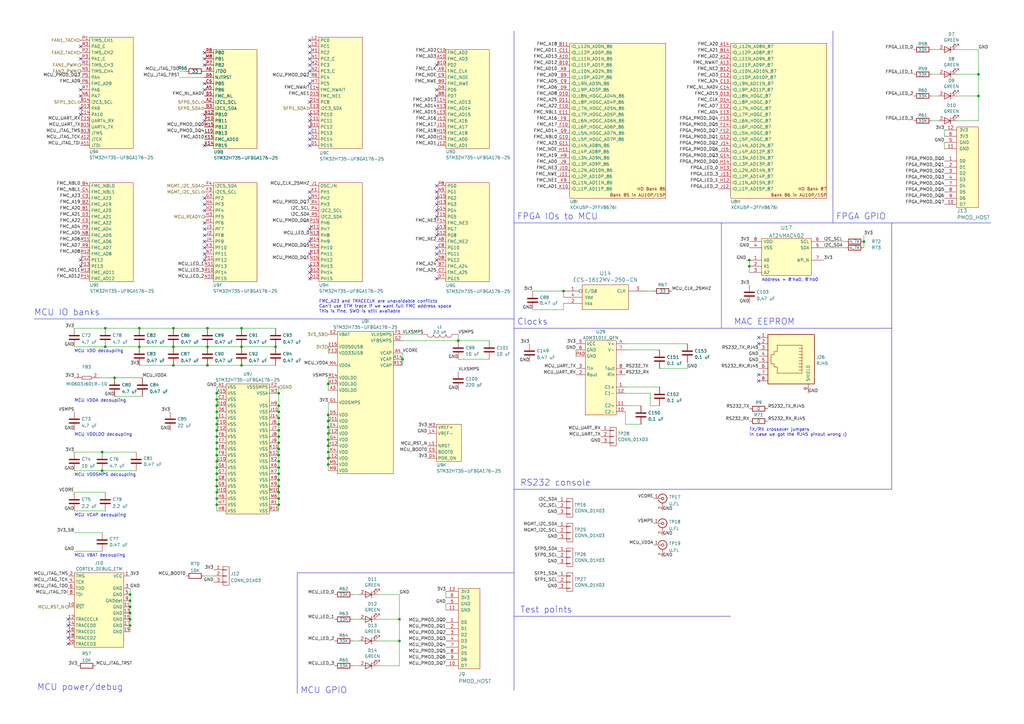
<source format=kicad_sch>
(kicad_sch (version 20231120) (generator "eeschema") (generator_version "8.0")
  (paper "A3")
  (title_block (title "LATENTRED Ethernet Switch - Main Board") (date "2025-06-02") (rev "0.1") (company "Antikernel Labs") (comment 1 "Andrew D. Zonenberg"))
  (lib_symbols
    (symbol "conn:CONN_01X03" (pin_names (offset 1.016) hide)
      (property "Reference" "J" (at 0 5.08 0))
      (property "Value" "CONN_01X03" (at 2.54 0 90))
      (symbol "CONN_01X03_1_1"
        (pin passive line (at -5.08 2.54 0) (length 3.81) (name "P1") (number "1"))
        (pin passive line (at -5.08 0 0) (length 3.81) (name "P2") (number "2"))
        (pin passive line (at -5.08 -2.54 0) (length 3.81) (name "P3") (number "3"))
      )
    )
    (symbol "conn:CONN_COAXIAL" (pin_names (offset 1.016) hide)
      (property "Reference" "J" (at 0.254 3.048 0))
      (property "Value" "CONN_COAXIAL" (at 2.921 0 90))
      (symbol "CONN_COAXIAL_1_1"
        (pin passive line (at -3.81 0 0) (length 2.54) (name "In") (number "1"))
        (pin passive line (at 0 -5.08 90) (length 2.54) (name "Ext") (number "2"))
      )
    )
    (symbol "conn:RJ45" (pin_names (offset 1.016))
      (property "Reference" "J" (at 5.08 12.7 0))
      (property "Value" "RJ45" (at -3.81 12.7 0))
      (symbol "RJ45_1_1"
        (pin passive line (at -8.89 -11.43 90) (length 3.81) (name "~") (number "1"))
        (pin passive line (at -6.35 -11.43 90) (length 3.81) (name "~") (number "2"))
        (pin passive line (at -3.81 -11.43 90) (length 3.81) (name "~") (number "3"))
        (pin passive line (at -1.27 -11.43 90) (length 3.81) (name "~") (number "4"))
        (pin passive line (at 1.27 -11.43 90) (length 3.81) (name "~") (number "5"))
        (pin passive line (at 3.81 -11.43 90) (length 3.81) (name "~") (number "6"))
        (pin passive line (at 6.35 -11.43 90) (length 3.81) (name "~") (number "7"))
        (pin passive line (at 8.89 -11.43 90) (length 3.81) (name "~") (number "8"))
        (pin passive line (at 13.97 8.89 180) (length 3.81) (name "SHIELD") (number "9"))
      )
    )
    (symbol "device:C" (pin_numbers hide) (pin_names (offset 0.254))
      (property "Reference" "C" (at 0.635 2.54 0))
      (property "Value" "C" (at 0.635 -2.54 0))
      (symbol "C_1_1"
        (pin passive line (at 0 3.81 270) (length 2.794) (name "~") (number "1"))
        (pin passive line (at 0 -3.81 90) (length 2.794) (name "~") (number "2"))
      )
    )
    (symbol "device:LED" (pin_names (offset 1.016) hide)
      (property "Reference" "D" (at 0 2.54 0))
      (property "Value" "LED" (at 0 -2.54 0))
      (symbol "LED_1_1"
        (pin passive line (at -3.81 0 0) (length 2.54) (name "K") (number "1"))
        (pin passive line (at 3.81 0 180) (length 2.54) (name "A") (number "2"))
      )
    )
    (symbol "device:R" (pin_numbers hide) (pin_names (offset 0))
      (property "Reference" "R" (at 2.032 0 90))
      (property "Value" "R" (at 0 0 90))
      (symbol "R_1_1"
        (pin passive line (at 0 3.81 270) (length 1.27) (name "~") (number "1"))
        (pin passive line (at 0 -3.81 90) (length 1.27) (name "~") (number "2"))
      )
    )
    (symbol "memory-azonenberg:24Cxx-DFN8" (pin_names (offset 0.762))
      (property "Reference" "U" (at 13.97 16.51 0))
      (property "Value" "24Cxx-DFN8" (at 17.78 -1.27 0))
      (symbol "24Cxx-DFN8_1_1"
        (pin input line (at -5.08 6.35 0) (length 5.08) (name "A0") (number "1"))
        (pin input line (at -5.08 3.81 0) (length 5.08) (name "A1") (number "2"))
        (pin input line (at -5.08 1.27 0) (length 5.08) (name "A2") (number "3"))
        (pin power_in line (at -5.08 11.43 0) (length 5.08) (name "VSS") (number "4"))
        (pin bidirectional line (at 25.4 11.43 180) (length 5.08) (name "SDA") (number "5"))
        (pin input line (at 25.4 13.97 180) (length 5.08) (name "SCL") (number "6"))
        (pin input line (at 25.4 6.35 180) (length 5.08) (name "WP_N") (number "7"))
        (pin power_in line (at -5.08 13.97 0) (length 5.08) (name "VDD") (number "8"))
      )
    )
    (symbol "osc-azonenberg:OSC" (pin_names (offset 1.016))
      (property "Reference" "U" (at 0 0 0))
      (property "Value" "OSC" (at 0 -2.54 0))
      (symbol "OSC_1_1"
        (pin input inverted (at -17.78 0 0) (length 7.62) (name "E/D#") (number "1"))
        (pin input line (at -17.78 -5.08 0) (length 7.62) (name "Vss") (number "2"))
        (pin output line (at 16.51 0 180) (length 7.62) (name "CLK") (number "3"))
        (pin power_in line (at -17.78 -2.54 0) (length 7.62) (name "Vdd") (number "4"))
      )
    )
    (symbol "passive-azonenberg:FERRITE_SMALL2" (pin_names (offset 1.016))
      (property "Reference" "FB" (at 0 2.54 0))
      (property "Value" "FERRITE_SMALL2" (at 0 -2.54 0))
      (symbol "FERRITE_SMALL2_1_1"
        (pin input line (at -5.08 0 0) (length 3.175) (name "~") (number "1"))
        (pin power_out line (at 5.08 0 180) (length 3.175) (name "~") (number "2"))
      )
    )
    (symbol "passive-azonenberg:INDUCTOR_PWROUT" (pin_numbers hide) (pin_names (offset 1.016) hide)
      (property "Reference" "L" (at -1.27 0 90))
      (property "Value" "INDUCTOR_PWROUT" (at 2.54 0 90))
      (symbol "INDUCTOR_PWROUT_1_1"
        (pin power_out line (at 0 7.62 270) (length 2.54) (name "1") (number "1"))
        (pin passive line (at 0 -7.62 90) (length 2.54) (name "2") (number "2"))
      )
    )
    (symbol "special-azonenberg:ADM3101E_QFN"
      (property "Reference" "U" (at 0 -1.27 0))
      (property "Value" "ADM3101E_QFN" (at 0 -3.81 0))
      (symbol "ADM3101E_QFN_1_1"
        (pin passive line (at 16.51 11.43 180) (length 3.81) (name "C1+") (number "1"))
        (pin passive line (at 16.51 1.27 180) (length 3.81) (name "C2-") (number "10"))
        (pin passive line (at 16.51 3.81 180) (length 3.81) (name "C2+") (number "11"))
        (pin passive line (at 16.51 8.89 180) (length 3.81) (name "C1-") (number "12"))
        (pin output line (at -3.81 16.51 0) (length 3.81) (name "Rout") (number "2"))
        (pin input line (at -3.81 19.05 0) (length 3.81) (name "Tin") (number "3"))
        (pin power_out line (at 16.51 29.21 180) (length 3.81) (name "V+") (number "4"))
        (pin power_in line (at -3.81 29.21 0) (length 3.81) (name "VCC") (number "5"))
        (pin power_in line (at -3.81 26.67 0) (length 3.81) (name "GND") (number "6"))
        (pin power_out line (at 16.51 26.67 180) (length 3.81) (name "V-") (number "7"))
        (pin output line (at 16.51 19.05 180) (length 3.81) (name "Tout") (number "8"))
        (pin input line (at 16.51 16.51 180) (length 3.81) (name "Rin") (number "9"))
        (pin power_in line (at -3.81 24.13 0) (length 3.81) (name "GND") (number "PAD"))
      )
    )
    (symbol "special-azonenberg:CORTEX_DEBUG_ETM"
      (property "Reference" "J" (at 0 -2.286 0))
      (property "Value" "CORTEX_DEBUG_ETM" (at -0.508 -4.826 0))
      (symbol "CORTEX_DEBUG_ETM_1_1"
        (pin power_in line (at 22.86 29.21 180) (length 2.54) (name "VCC") (number "1"))
        (pin output line (at -2.54 16.51 0) (length 2.54) (name "~{RST}") (number "10"))
        (pin power_in line (at 22.86 16.51 180) (length 2.54) (name "GND") (number "11"))
        (pin input line (at -2.54 11.43 0) (length 2.54) (name "TRACECLK") (number "12"))
        (pin power_in line (at 22.86 13.97 180) (length 2.54) (name "GND") (number "13"))
        (pin input line (at -2.54 8.89 0) (length 2.54) (name "TRACED0") (number "14"))
        (pin power_in line (at 22.86 11.43 180) (length 2.54) (name "GND") (number "15"))
        (pin input line (at -2.54 6.35 0) (length 2.54) (name "TRACED1") (number "16"))
        (pin power_in line (at 22.86 8.89 180) (length 2.54) (name "GND") (number "17"))
        (pin input line (at -2.54 3.81 0) (length 2.54) (name "TRACED2") (number "18"))
        (pin power_in line (at 22.86 6.35 180) (length 2.54) (name "GND") (number "19"))
        (pin output line (at -2.54 29.21 0) (length 2.54) (name "TMS") (number "2"))
        (pin input line (at -2.54 1.27 0) (length 2.54) (name "TRACED3") (number "20"))
        (pin power_in line (at 22.86 24.13 180) (length 2.54) (name "GND") (number "3"))
        (pin output line (at -2.54 26.67 0) (length 2.54) (name "TCK") (number "4"))
        (pin power_in line (at 22.86 21.59 180) (length 2.54) (name "GND") (number "5"))
        (pin input line (at -2.54 24.13 0) (length 2.54) (name "TDO") (number "6"))
        (pin output line (at -2.54 21.59 0) (length 2.54) (name "TDI") (number "8"))
        (pin power_in line (at 22.86 19.05 180) (length 2.54) (name "GNDdet") (number "9"))
      )
    )
    (symbol "special-azonenberg:PMOD_HOST" (pin_names (offset 1.016))
      (property "Reference" "J" (at 0 -1.27 0))
      (property "Value" "PMOD_HOST" (at 0 -3.81 0))
      (symbol "PMOD_HOST_1_1"
        (pin bidirectional line (at -5.08 19.05 0) (length 5.08) (name "D0") (number "1"))
        (pin bidirectional line (at -5.08 1.27 0) (length 5.08) (name "D7") (number "10"))
        (pin power_in line (at -5.08 24.13 0) (length 5.08) (name "GND") (number "11"))
        (pin power_in line (at -5.08 31.75 0) (length 5.08) (name "3V3") (number "12"))
        (pin bidirectional line (at -5.08 16.51 0) (length 5.08) (name "D1") (number "2"))
        (pin bidirectional line (at -5.08 13.97 0) (length 5.08) (name "D2") (number "3"))
        (pin bidirectional line (at -5.08 11.43 0) (length 5.08) (name "D3") (number "4"))
        (pin power_in line (at -5.08 26.67 0) (length 5.08) (name "GND") (number "5"))
        (pin power_in line (at -5.08 29.21 0) (length 5.08) (name "3V3") (number "6"))
        (pin bidirectional line (at -5.08 8.89 0) (length 5.08) (name "D4") (number "7"))
        (pin bidirectional line (at -5.08 6.35 0) (length 5.08) (name "D5") (number "8"))
        (pin bidirectional line (at -5.08 3.81 0) (length 5.08) (name "D6") (number "9"))
      )
    )
    (symbol "st-azonenberg:STM32H735-UFBGA176-25"
      (property "Reference" "U" (at 0 -1.27 0))
      (property "Value" "STM32H735-UFBGA176-25" (at 0 -3.81 0))
      (symbol "STM32H735-UFBGA176-25_1_1"
        (pin bidirectional line (at -3.81 1.27 0) (length 3.81) (name "PA15") (number "A11") (alternate "JTDI" input line))
        (pin bidirectional line (at -3.81 3.81 0) (length 3.81) (name "PA14") (number "A12") (alternate "JTCK" input line))
        (pin bidirectional line (at -3.81 6.35 0) (length 3.81) (name "PA13") (number "B13") (alternate "JTMS" input line))
        (pin bidirectional line (at -3.81 19.05 0) (length 3.81) (name "PA8") (number "B14") (alternate "I2C3_SCL" bidirectional line) (alternate "I2C5_SCL" bidirectional line))
        (pin bidirectional line (at -3.81 8.89 0) (length 3.81) (name "PA12") (number "B15") (alternate "UART4_TX" output line))
        (pin bidirectional line (at -3.81 13.97 0) (length 3.81) (name "PA10") (number "C14"))
        (pin bidirectional line (at -3.81 11.43 0) (length 3.81) (name "PA11") (number "C15") (alternate "UART4_RX" input line))
        (pin bidirectional line (at -3.81 16.51 0) (length 3.81) (name "PA9") (number "D13"))
        (pin bidirectional line (at -3.81 31.75 0) (length 3.81) (name "PA3") (number "N5") (alternate "TIM5_CH4" bidirectional line))
        (pin bidirectional line (at -3.81 21.59 0) (length 3.81) (name "PA7") (number "N6"))
        (pin bidirectional line (at -3.81 44.45 0) (length 3.81) (name "PA0") (number "P1") (alternate "FMC_A19" output line) (alternate "TIM5_CH1" bidirectional line) (alternate "UART4_TX" output line))
        (pin bidirectional line (at -3.81 39.37 0) (length 3.81) (name "PA1") (number "P2") (alternate "TIM5_CH2" bidirectional line) (alternate "UART4_RX" input line))
        (pin bidirectional line (at -3.81 36.83 0) (length 3.81) (name "PA1_C") (number "P3"))
        (pin bidirectional line (at -3.81 29.21 0) (length 3.81) (name "PA4") (number "P5") (alternate "FMC_AD8" bidirectional line))
        (pin bidirectional line (at -3.81 26.67 0) (length 3.81) (name "PA5") (number "P6") (alternate "FMC_AD9" bidirectional line))
        (pin bidirectional line (at -3.81 34.29 0) (length 3.81) (name "PA2") (number "R2") (alternate "TIM5_CH3" bidirectional line))
        (pin bidirectional line (at -3.81 41.91 0) (length 3.81) (name "PA0_C") (number "R3"))
        (pin bidirectional line (at -3.81 24.13 0) (length 3.81) (name "PA6") (number "R7"))
      )
      (symbol "STM32H735-UFBGA176-25_2_1"
        (pin bidirectional line (at -3.81 19.05 0) (length 3.81) (name "PB8") (number "A2") (alternate "I2C1_SCL" bidirectional line) (alternate "UART4_RX" input line))
        (pin bidirectional line (at -3.81 24.13 0) (length 3.81) (name "PB6") (number "A5") (alternate "I2C1_SCL" bidirectional line))
        (pin bidirectional line (at -3.81 31.75 0) (length 3.81) (name "PB3") (number "A6") (alternate "JTDO" output line))
        (pin bidirectional line (at -3.81 16.51 0) (length 3.81) (name "PB9") (number "B3") (alternate "I2C1_SDA" bidirectional line) (alternate "UART4_TX" output line))
        (pin bidirectional line (at -3.81 21.59 0) (length 3.81) (name "PB7") (number "B5") (alternate "FMC_NL" bidirectional line) (alternate "I2C1_SDA" bidirectional line))
        (pin bidirectional line (at -3.81 29.21 0) (length 3.81) (name "PB4") (number "B6") (alternate "NJTRST" bidirectional line))
        (pin bidirectional line (at -3.81 26.67 0) (length 3.81) (name "PB5") (number "C6"))
        (pin bidirectional line (at -3.81 1.27 0) (length 3.81) (name "PB15") (number "K14") (alternate "FMC_AD11" bidirectional line))
        (pin bidirectional line (at -3.81 3.81 0) (length 3.81) (name "PB14") (number "K15") (alternate "FMC_AD10" bidirectional line))
        (pin bidirectional line (at -3.81 6.35 0) (length 3.81) (name "PB13") (number "L15"))
        (pin bidirectional line (at -3.81 8.89 0) (length 3.81) (name "PB12") (number "M15"))
        (pin bidirectional line (at -3.81 36.83 0) (length 3.81) (name "PB1") (number "M8"))
        (pin bidirectional line (at -3.81 13.97 0) (length 3.81) (name "PB10") (number "N12") (alternate "I2C2_SCL" output line))
        (pin bidirectional line (at -3.81 11.43 0) (length 3.81) (name "PB11") (number "P10") (alternate "I2C2_SDA" bidirectional line))
        (pin bidirectional line (at -3.81 34.29 0) (length 3.81) (name "PB2") (number "P7"))
        (pin bidirectional line (at -3.81 39.37 0) (length 3.81) (name "PB0") (number "R8"))
      )
      (symbol "STM32H735-UFBGA176-25_3_1"
        (pin bidirectional line (at -3.81 8.89 0) (length 3.81) (name "PC12") (number "B11") (alternate "FMC_AD6" bidirectional line))
        (pin bidirectional line (at -3.81 6.35 0) (length 3.81) (name "PC13") (number "C1"))
        (pin bidirectional line (at -3.81 11.43 0) (length 3.81) (name "PC11") (number "C11") (alternate "I2C5_SCL" bidirectional line) (alternate "UART4_RX" input line))
        (pin bidirectional line (at -3.81 13.97 0) (length 3.81) (name "PC10") (number "C12") (alternate "I2C5_SDA" bidirectional line) (alternate "UART4_TX" output line))
        (pin bidirectional line (at -3.81 1.27 0) (length 3.81) (name "PC15") (number "D1"))
        (pin bidirectional line (at -3.81 19.05 0) (length 3.81) (name "PC8") (number "D14") (alternate "FMC_NE2" bidirectional line))
        (pin bidirectional line (at -3.81 21.59 0) (length 3.81) (name "PC7") (number "D15") (alternate "FMC_NE1" bidirectional line))
        (pin bidirectional line (at -3.81 3.81 0) (length 3.81) (name "PC14") (number "D2"))
        (pin bidirectional line (at -3.81 16.51 0) (length 3.81) (name "PC9") (number "E13") (alternate "I2C3_SDA" bidirectional line) (alternate "I2C5_SDA" bidirectional line))
        (pin bidirectional line (at -3.81 24.13 0) (length 3.81) (name "PC6") (number "E14") (alternate "FMC_NWAIT" bidirectional line))
        (pin bidirectional line (at -3.81 44.45 0) (length 3.81) (name "PC0") (number "L2") (alternate "FMC_A25" output line) (alternate "FMC_AD12" bidirectional line))
        (pin bidirectional line (at -3.81 41.91 0) (length 3.81) (name "PC1") (number "L3"))
        (pin bidirectional line (at -3.81 39.37 0) (length 3.81) (name "PC2") (number "M1"))
        (pin bidirectional line (at -3.81 34.29 0) (length 3.81) (name "PC3") (number "M2"))
        (pin bidirectional line (at -3.81 26.67 0) (length 3.81) (name "PC5") (number "M7"))
        (pin bidirectional line (at -3.81 36.83 0) (length 3.81) (name "PC2_C") (number "N1"))
        (pin bidirectional line (at -3.81 31.75 0) (length 3.81) (name "PC3_C") (number "N2"))
        (pin bidirectional line (at -3.81 29.21 0) (length 3.81) (name "PC4") (number "R6") (alternate "FMC_A22" bidirectional line))
      )
      (symbol "STM32H735-UFBGA176-25_4_1"
        (pin bidirectional line (at -3.81 36.83 0) (length 3.81) (name "PD1") (number "A10") (alternate "FMC_AD3" bidirectional line) (alternate "UART4_TX" output line))
        (pin bidirectional line (at -3.81 31.75 0) (length 3.81) (name "PD3") (number "A9") (alternate "FMC_CLK" output line))
        (pin bidirectional line (at -3.81 34.29 0) (length 3.81) (name "PD2") (number "B10") (alternate "FMC_AD7" bidirectional line))
        (pin bidirectional line (at -3.81 21.59 0) (length 3.81) (name "PD7") (number "B8") (alternate "FMC_NE1" bidirectional line))
        (pin bidirectional line (at -3.81 26.67 0) (length 3.81) (name "PD5") (number "B9") (alternate "FMC_NWE" output line))
        (pin bidirectional line (at -3.81 39.37 0) (length 3.81) (name "PD0") (number "C10") (alternate "FMC_AD2" bidirectional line) (alternate "UART4_RX" input line))
        (pin bidirectional line (at -3.81 29.21 0) (length 3.81) (name "PD4") (number "C9") (alternate "FMC_NOE" output line))
        (pin bidirectional line (at -3.81 24.13 0) (length 3.81) (name "PD6") (number "D9") (alternate "FMC_NWAIT" bidirectional line))
        (pin bidirectional line (at -3.81 3.81 0) (length 3.81) (name "PD14") (number "H14") (alternate "FMC_AD0" bidirectional line))
        (pin bidirectional line (at -3.81 6.35 0) (length 3.81) (name "PD13") (number "H15") (alternate "FMC_A18" output line))
        (pin bidirectional line (at -3.81 1.27 0) (length 3.81) (name "PD15") (number "J12") (alternate "FMC_AD1" bidirectional line))
        (pin bidirectional line (at -3.81 11.43 0) (length 3.81) (name "PD11") (number "J13") (alternate "FMC_A16" bidirectional line))
        (pin bidirectional line (at -3.81 8.89 0) (length 3.81) (name "PD12") (number "J15") (alternate "FMC_A17" bidirectional line))
        (pin bidirectional line (at -3.81 16.51 0) (length 3.81) (name "PD9") (number "K13") (alternate "FMC_AD14" bidirectional line))
        (pin bidirectional line (at -3.81 13.97 0) (length 3.81) (name "PD10") (number "L13") (alternate "FMC_AD15" bidirectional line))
        (pin bidirectional line (at -3.81 19.05 0) (length 3.81) (name "PD8") (number "L14") (alternate "FMC_AD13" bidirectional line))
      )
      (symbol "STM32H735-UFBGA176-25_5_1"
        (pin bidirectional line (at -3.81 29.21 0) (length 3.81) (name "PE4") (number "B1") (alternate "FMC_A20" output line))
        (pin bidirectional line (at -3.81 31.75 0) (length 3.81) (name "PE3") (number "B2") (alternate "FMC_A19" output line))
        (pin bidirectional line (at -3.81 39.37 0) (length 3.81) (name "PE0") (number "B4") (alternate "FMC_NBL0" bidirectional line))
        (pin bidirectional line (at -3.81 34.29 0) (length 3.81) (name "PE2") (number "C3") (alternate "FMC_A23" output line))
        (pin bidirectional line (at -3.81 36.83 0) (length 3.81) (name "PE1") (number "C4") (alternate "FMC_NBL1" bidirectional line))
        (pin bidirectional line (at -3.81 26.67 0) (length 3.81) (name "PE5") (number "D3") (alternate "FMC_A21" output line))
        (pin bidirectional line (at -3.81 24.13 0) (length 3.81) (name "PE6") (number "E3") (alternate "FMC_A22" output line))
        (pin bidirectional line (at -3.81 3.81 0) (length 3.81) (name "PE14") (number "M12") (alternate "FMC_AD11" bidirectional line))
        (pin bidirectional line (at -3.81 19.05 0) (length 3.81) (name "PE8") (number "N8") (alternate "FMC_AD5" bidirectional line))
        (pin bidirectional line (at -3.81 8.89 0) (length 3.81) (name "PE12") (number "P12") (alternate "FMC_AD9" bidirectional line))
        (pin bidirectional line (at -3.81 6.35 0) (length 3.81) (name "PE13") (number "P13") (alternate "FMC_AD10" bidirectional line))
        (pin bidirectional line (at -3.81 1.27 0) (length 3.81) (name "PE15") (number "P14") (alternate "FMC_AD12" bidirectional line))
        (pin bidirectional line (at -3.81 21.59 0) (length 3.81) (name "PE7") (number "P9") (alternate "FMC_AD4" bidirectional line))
        (pin bidirectional line (at -3.81 16.51 0) (length 3.81) (name "PE9") (number "R11") (alternate "FMC_AD6" bidirectional line))
        (pin bidirectional line (at -3.81 11.43 0) (length 3.81) (name "PE11") (number "R12") (alternate "FMC_AD8" bidirectional line))
        (pin bidirectional line (at -3.81 13.97 0) (length 3.81) (name "PE10") (number "R9") (alternate "FMC_AD7" bidirectional line))
      )
      (symbol "STM32H735-UFBGA176-25_6_1"
        (pin bidirectional line (at -3.81 36.83 0) (length 3.81) (name "PF1") (number "F3") (alternate "I2C2_SCL" output line) (alternate "I2C5_SCL" output line))
        (pin bidirectional line (at -3.81 39.37 0) (length 3.81) (name "PF0") (number "F4") (alternate "I2C2_SDA" bidirectional line) (alternate "I2C5_SDA" bidirectional line))
        (pin bidirectional line (at -3.81 34.29 0) (length 3.81) (name "PF2") (number "G3"))
        (pin bidirectional line (at -3.81 24.13 0) (length 3.81) (name "PF6") (number "H1"))
        (pin bidirectional line (at -3.81 29.21 0) (length 3.81) (name "PF4") (number "H2"))
        (pin bidirectional line (at -3.81 26.67 0) (length 3.81) (name "PF5") (number "H3"))
        (pin bidirectional line (at -3.81 31.75 0) (length 3.81) (name "PF3") (number "H4"))
        (pin bidirectional line (at -3.81 19.05 0) (length 3.81) (name "PF8") (number "J2"))
        (pin bidirectional line (at -3.81 21.59 0) (length 3.81) (name "PF7") (number "J3"))
        (pin bidirectional line (at -3.81 16.51 0) (length 3.81) (name "PF9") (number "J4"))
        (pin bidirectional line (at -3.81 13.97 0) (length 3.81) (name "PF10") (number "K3"))
        (pin bidirectional line (at -3.81 1.27 0) (length 3.81) (name "PF15") (number "N10"))
        (pin bidirectional line (at -3.81 6.35 0) (length 3.81) (name "PF13") (number "N11"))
        (pin bidirectional line (at -3.81 11.43 0) (length 3.81) (name "PF11") (number "N7"))
        (pin bidirectional line (at -3.81 8.89 0) (length 3.81) (name "PF12") (number "P11"))
        (pin bidirectional line (at -3.81 3.81 0) (length 3.81) (name "PF14") (number "R10"))
      )
      (symbol "STM32H735-UFBGA176-25_7_1"
        (pin bidirectional line (at -3.81 11.43 0) (length 3.81) (name "PG11") (number "A7"))
        (pin bidirectional line (at -3.81 16.51 0) (length 3.81) (name "PG9") (number "A8") (alternate "FMC_NE2" bidirectional line))
        (pin bidirectional line (at -3.81 6.35 0) (length 3.81) (name "PG13") (number "B7") (alternate "FMC_A24" output line))
        (pin bidirectional line (at -3.81 3.81 0) (length 3.81) (name "PG14") (number "C7") (alternate "FMC_A25" output line))
        (pin bidirectional line (at -3.81 13.97 0) (length 3.81) (name "PG10") (number "C8") (alternate "FMC_NE3" bidirectional line))
        (pin bidirectional line (at -3.81 1.27 0) (length 3.81) (name "PG15") (number "D7"))
        (pin bidirectional line (at -3.81 8.89 0) (length 3.81) (name "PG12") (number "D8"))
        (pin bidirectional line (at -3.81 24.13 0) (length 3.81) (name "PG6") (number "F14") (alternate "FMC_NE3" bidirectional line))
        (pin bidirectional line (at -3.81 26.67 0) (length 3.81) (name "PG5") (number "F15"))
        (pin bidirectional line (at -3.81 19.05 0) (length 3.81) (name "PG8") (number "G12"))
        (pin bidirectional line (at -3.81 21.59 0) (length 3.81) (name "PG7") (number "G13"))
        (pin bidirectional line (at -3.81 29.21 0) (length 3.81) (name "PG4") (number "G14"))
        (pin bidirectional line (at -3.81 34.29 0) (length 3.81) (name "PG2") (number "G15"))
        (pin bidirectional line (at -3.81 31.75 0) (length 3.81) (name "PG3") (number "H13"))
        (pin bidirectional line (at -3.81 36.83 0) (length 3.81) (name "PG1") (number "N9"))
        (pin bidirectional line (at -3.81 39.37 0) (length 3.81) (name "PG0") (number "P8"))
      )
      (symbol "STM32H735-UFBGA176-25_8_1"
        (pin bidirectional line (at -3.81 3.81 0) (length 3.81) (name "PH14") (number "B12") (alternate "UART4_RX" input line))
        (pin bidirectional line (at -3.81 6.35 0) (length 3.81) (name "PH13") (number "C13") (alternate "UART4_TX" output line))
        (pin bidirectional line (at -3.81 1.27 0) (length 3.81) (name "PH15") (number "D12"))
        (pin bidirectional line (at -3.81 39.37 0) (length 3.81) (name "PH0") (number "J1") (alternate "OSC_IN" input line))
        (pin bidirectional line (at -3.81 36.83 0) (length 3.81) (name "PH1") (number "K1"))
        (pin bidirectional line (at -3.81 21.59 0) (length 3.81) (name "PH7") (number "M11") (alternate "I2C3_SCL" bidirectional line))
        (pin bidirectional line (at -3.81 11.43 0) (length 3.81) (name "PH11") (number "M13") (alternate "TIM5_CH2" bidirectional line))
        (pin bidirectional line (at -3.81 16.51 0) (length 3.81) (name "PH9") (number "M14"))
        (pin bidirectional line (at -3.81 19.05 0) (length 3.81) (name "PH8") (number "N13") (alternate "I2C3_SDA" bidirectional line))
        (pin bidirectional line (at -3.81 13.97 0) (length 3.81) (name "PH10") (number "N14") (alternate "TIM5_CH1" bidirectional line))
        (pin bidirectional line (at -3.81 8.89 0) (length 3.81) (name "PH12") (number "N15") (alternate "TIM5_CH3" bidirectional line))
        (pin bidirectional line (at -3.81 34.29 0) (length 3.81) (name "PH2") (number "N4"))
        (pin bidirectional line (at -3.81 24.13 0) (length 3.81) (name "PH6") (number "P15"))
        (pin bidirectional line (at -3.81 29.21 0) (length 3.81) (name "PH4") (number "P4") (alternate "I2C2_SCL" output line))
        (pin bidirectional line (at -3.81 31.75 0) (length 3.81) (name "PH3") (number "R4"))
        (pin bidirectional line (at -3.81 26.67 0) (length 3.81) (name "PH5") (number "R5") (alternate "I2C2_SDA" bidirectional line))
      )
      (symbol "STM32H735-UFBGA176-25_9_1"
        (pin power_in line (at -3.81 36.83 0) (length 3.81) (name "VDDLDO") (number "A13"))
        (pin power_in line (at 26.67 46.99 180) (length 3.81) (name "VCAP") (number "A14"))
        (pin power_in line (at -3.81 34.29 0) (length 3.81) (name "VDDLDO") (number "A3"))
        (pin power_out line (at 26.67 49.53 180) (length 3.81) (name "VCAP") (number "A4"))
        (pin power_in line (at -3.81 21.59 0) (length 3.81) (name "VDD") (number "D11"))
        (pin power_in line (at -3.81 24.13 0) (length 3.81) (name "VDD") (number "D5"))
        (pin power_in line (at -3.81 16.51 0) (length 3.81) (name "VDD") (number "E12"))
        (pin power_in line (at -3.81 52.07 0) (length 3.81) (name "VDD50USB") (number "E15"))
        (pin power_in line (at -3.81 57.15 0) (length 3.81) (name "VBAT") (number "E2"))
        (pin power_in line (at -3.81 19.05 0) (length 3.81) (name "VDD") (number "E4"))
        (pin power_out line (at 26.67 57.15 180) (length 3.81) (name "VLXSMPS") (number "F1"))
        (pin power_in line (at -3.81 49.53 0) (length 3.81) (name "VDD33USB") (number "F13"))
        (pin power_in line (at -3.81 29.21 0) (length 3.81) (name "VDDSMPS") (number "G1"))
        (pin power_in line (at 26.67 54.61 180) (length 3.81) (name "VFBSMPS") (number "G2"))
        (pin power_in line (at -3.81 13.97 0) (length 3.81) (name "VDD") (number "G4"))
        (pin power_in line (at -3.81 11.43 0) (length 3.81) (name "VDD") (number "H12"))
        (pin power_in line (at -3.81 8.89 0) (length 3.81) (name "VDD") (number "K4"))
        (pin power_in line (at -3.81 6.35 0) (length 3.81) (name "VDD") (number "L12"))
        (pin power_in line (at -3.81 44.45 0) (length 3.81) (name "VDDA") (number "M4"))
        (pin power_in line (at -3.81 3.81 0) (length 3.81) (name "VDD") (number "M5"))
        (pin power_in line (at -3.81 1.27 0) (length 3.81) (name "VDD") (number "M9"))
        (pin power_in line (at 26.67 44.45 180) (length 3.81) (name "VCAP") (number "R13"))
        (pin power_in line (at -3.81 39.37 0) (length 3.81) (name "VDDLDO") (number "R14"))
      )
      (symbol "STM32H735-UFBGA176-25_10_1"
        (pin power_in line (at -3.81 52.07 0) (length 3.81) (name "VSS") (number "A1"))
        (pin power_in line (at -3.81 49.53 0) (length 3.81) (name "VSS") (number "A15"))
        (pin power_in line (at -3.81 46.99 0) (length 3.81) (name "VSS") (number "C2"))
        (pin power_in line (at -3.81 44.45 0) (length 3.81) (name "VSS") (number "D10"))
        (pin power_in line (at -3.81 41.91 0) (length 3.81) (name "VSS") (number "D6"))
        (pin power_in line (at -3.81 39.37 0) (length 3.81) (name "VSS") (number "E1"))
        (pin power_in line (at -3.81 36.83 0) (length 3.81) (name "VSS") (number "F10"))
        (pin power_in line (at -3.81 34.29 0) (length 3.81) (name "VSS") (number "F12"))
        (pin power_in line (at 21.59 52.07 180) (length 3.81) (name "VSSSMPS") (number "F2"))
        (pin power_in line (at -3.81 31.75 0) (length 3.81) (name "VSS") (number "F6"))
        (pin power_in line (at -3.81 29.21 0) (length 3.81) (name "VSS") (number "F7"))
        (pin power_in line (at -3.81 26.67 0) (length 3.81) (name "VSS") (number "F8"))
        (pin power_in line (at -3.81 24.13 0) (length 3.81) (name "VSS") (number "F9"))
        (pin power_in line (at -3.81 21.59 0) (length 3.81) (name "VSS") (number "G10"))
        (pin power_in line (at -3.81 19.05 0) (length 3.81) (name "VSS") (number "G6"))
        (pin power_in line (at -3.81 16.51 0) (length 3.81) (name "VSS") (number "G7"))
        (pin power_in line (at -3.81 13.97 0) (length 3.81) (name "VSS") (number "G8"))
        (pin power_in line (at -3.81 11.43 0) (length 3.81) (name "VSS") (number "G9"))
        (pin power_in line (at -3.81 8.89 0) (length 3.81) (name "VSS") (number "H10"))
        (pin power_in line (at -3.81 6.35 0) (length 3.81) (name "VSS") (number "H6"))
        (pin power_in line (at -3.81 3.81 0) (length 3.81) (name "VSS") (number "H7"))
        (pin power_in line (at -3.81 1.27 0) (length 3.81) (name "VSS") (number "H8"))
        (pin power_in line (at 21.59 44.45 180) (length 3.81) (name "VSS") (number "H9"))
        (pin power_in line (at 21.59 41.91 180) (length 3.81) (name "VSS") (number "J10"))
        (pin power_in line (at 21.59 39.37 180) (length 3.81) (name "VSS") (number "J14"))
        (pin power_in line (at 21.59 36.83 180) (length 3.81) (name "VSS") (number "J6"))
        (pin power_in line (at 21.59 34.29 180) (length 3.81) (name "VSS") (number "J7"))
        (pin power_in line (at 21.59 31.75 180) (length 3.81) (name "VSS") (number "J8"))
        (pin power_in line (at 21.59 29.21 180) (length 3.81) (name "VSS") (number "J9"))
        (pin power_in line (at 21.59 26.67 180) (length 3.81) (name "VSS") (number "K10"))
        (pin power_in line (at 21.59 24.13 180) (length 3.81) (name "VSS") (number "K12"))
        (pin power_in line (at 21.59 21.59 180) (length 3.81) (name "VSS") (number "K2"))
        (pin power_in line (at 21.59 19.05 180) (length 3.81) (name "VSS") (number "K6"))
        (pin power_in line (at 21.59 16.51 180) (length 3.81) (name "VSS") (number "K7"))
        (pin power_in line (at 21.59 13.97 180) (length 3.81) (name "VSS") (number "K8"))
        (pin power_in line (at 21.59 11.43 180) (length 3.81) (name "VSS") (number "K9"))
        (pin power_in line (at 21.59 8.89 180) (length 3.81) (name "VSS") (number "M10"))
        (pin power_in line (at 21.59 6.35 180) (length 3.81) (name "VSS") (number "M6"))
        (pin power_in line (at 21.59 49.53 180) (length 3.81) (name "VSSA") (number "N3"))
        (pin power_in line (at 21.59 3.81 180) (length 3.81) (name "VSS") (number "R1"))
        (pin power_in line (at 21.59 1.27 180) (length 3.81) (name "VSS") (number "R15"))
      )
      (symbol "STM32H735-UFBGA176-25_11_1"
        (pin input line (at -3.81 3.81 0) (length 3.81) (name "BOOT0") (number "C5"))
        (pin input line (at -3.81 1.27 0) (length 3.81) (name "PDR_ON") (number "D4"))
        (pin input line (at -3.81 6.35 0) (length 3.81) (name "NRST") (number "L1"))
        (pin input line (at -3.81 11.43 0) (length 3.81) (name "VREF-") (number "L4"))
        (pin input line (at -3.81 13.97 0) (length 3.81) (name "VREF+") (number "M3"))
      )
    )
    (symbol "xilinx-azonenberg:XILINX_ULTRASCALEPLUS_B676"
      (property "Reference" "U" (at 0 -2.54 0))
      (property "Value" "XILINX_ULTRASCALEPLUS_B676" (at 0 -5.08 0))
      (symbol "XILINX_ULTRASCALEPLUS_B676_1_0"
        (text "Config / dedicated" (at 34.29 1.27 0) (effects (font (size 1.27 1.27)) (justify right)))
      )
      (symbol "XILINX_ULTRASCALEPLUS_B676_1_1"
        (pin input line (at -5.08 57.15 0) (length 5.08) (name "M0_0") (number "AA10"))
        (pin power_out line (at 39.37 59.69 180) (length 5.08) (name "RDWR_FCS_B_0") (number "AA12"))
        (pin input line (at -5.08 54.61 0) (length 5.08) (name "M1_0") (number "AA9"))
        (pin input line (at -5.08 24.13 0) (length 5.08) (name "TMS_0") (number "AB10"))
        (pin output line (at -5.08 41.91 0) (length 5.08) (name "DONE_0") (number "AB11"))
        (pin input line (at -5.08 29.21 0) (length 5.08) (name "TDI_0") (number "AB12"))
        (pin input line (at -5.08 44.45 0) (length 5.08) (name "PROGRAM_B_0") (number "AB9"))
        (pin bidirectional line (at 39.37 49.53 180) (length 5.08) (name "D02_0") (number "AC11"))
        (pin bidirectional line (at 39.37 52.07 180) (length 5.08) (name "D01_DIN_0") (number "AC12"))
        (pin bidirectional line (at 39.37 54.61 180) (length 5.08) (name "D00_MOSI_0") (number "AD11"))
        (pin bidirectional line (at 39.37 46.99 180) (length 5.08) (name "D03_0") (number "AE11"))
        (pin input line (at -5.08 31.75 0) (length 5.08) (name "TCK_0") (number "AE12"))
        (pin input line (at -5.08 52.07 0) (length 5.08) (name "M2_0") (number "AF12"))
        (pin input line (at -5.08 8.89 0) (length 5.08) (name "VREFN") (number "P13"))
        (pin input line (at -5.08 19.05 0) (length 5.08) (name "VP") (number "P14"))
        (pin input line (at -5.08 16.51 0) (length 5.08) (name "VN") (number "R13"))
        (pin input line (at -5.08 11.43 0) (length 5.08) (name "VREFP") (number "R14"))
        (pin passive line (at -5.08 1.27 0) (length 5.08) (name "DXN") (number "T13"))
        (pin passive line (at -5.08 3.81 0) (length 5.08) (name "DXP") (number "T14"))
        (pin bidirectional line (at -5.08 39.37 0) (length 5.08) (name "INIT_B_0") (number "W10"))
        (pin input line (at -5.08 59.69 0) (length 5.08) (name "RSVDGND") (number "W11"))
        (pin input line (at -5.08 36.83 0) (length 5.08) (name "PUDC_B_0") (number "W9"))
        (pin output line (at -5.08 26.67 0) (length 5.08) (name "TDO_0") (number "Y10"))
        (pin output line (at 39.37 57.15 180) (length 5.08) (name "CCLK_0") (number "Y11"))
        (pin input line (at -5.08 49.53 0) (length 5.08) (name "POR_OVERRIDE") (number "Y12"))
      )
      (symbol "XILINX_ULTRASCALEPLUS_B676_2_0"
        (text "Ground 1/2" (at 33.02 1.27 0) (effects (font (size 1.27 1.27)) (justify right)))
      )
      (symbol "XILINX_ULTRASCALEPLUS_B676_2_1"
        (pin power_in line (at -5.08 128.27 0) (length 5.08) (name "GND") (number "A1"))
        (pin power_in line (at -5.08 125.73 0) (length 5.08) (name "GND") (number "A11"))
        (pin power_in line (at -5.08 123.19 0) (length 5.08) (name "GND") (number "A16"))
        (pin power_in line (at -5.08 120.65 0) (length 5.08) (name "GND") (number "A2"))
        (pin power_in line (at -5.08 118.11 0) (length 5.08) (name "GND") (number "A21"))
        (pin power_in line (at -5.08 115.57 0) (length 5.08) (name "GND") (number "A26"))
        (pin power_in line (at -5.08 113.03 0) (length 5.08) (name "GND") (number "A5"))
        (pin power_in line (at -5.08 110.49 0) (length 5.08) (name "GND") (number "A6"))
        (pin power_in line (at -5.08 107.95 0) (length 5.08) (name "GND") (number "A8"))
        (pin power_in line (at -5.08 105.41 0) (length 5.08) (name "GND") (number "AA1"))
        (pin power_in line (at -5.08 102.87 0) (length 5.08) (name "GND") (number "AA16"))
        (pin power_in line (at -5.08 100.33 0) (length 5.08) (name "GND") (number "AA2"))
        (pin power_in line (at -5.08 97.79 0) (length 5.08) (name "GND") (number "AA26"))
        (pin power_in line (at -5.08 95.25 0) (length 5.08) (name "GND") (number "AA3"))
        (pin power_in line (at -5.08 92.71 0) (length 5.08) (name "GND") (number "AA6"))
        (pin power_in line (at -5.08 90.17 0) (length 5.08) (name "GND") (number "AA8"))
        (pin power_in line (at -5.08 87.63 0) (length 5.08) (name "GND") (number "AB13"))
        (pin power_in line (at -5.08 85.09 0) (length 5.08) (name "GND") (number "AB23"))
        (pin power_in line (at -5.08 82.55 0) (length 5.08) (name "GND") (number "AB3"))
        (pin power_in line (at -5.08 80.01 0) (length 5.08) (name "GND") (number "AB4"))
        (pin power_in line (at -5.08 77.47 0) (length 5.08) (name "GND") (number "AB8"))
        (pin power_in line (at -5.08 74.93 0) (length 5.08) (name "GND") (number "AC1"))
        (pin power_in line (at -5.08 72.39 0) (length 5.08) (name "GND") (number "AC10"))
        (pin power_in line (at -5.08 69.85 0) (length 5.08) (name "GND") (number "AC2"))
        (pin power_in line (at -5.08 67.31 0) (length 5.08) (name "GND") (number "AC20"))
        (pin power_in line (at -5.08 64.77 0) (length 5.08) (name "GND") (number "AC25"))
        (pin power_in line (at -5.08 62.23 0) (length 5.08) (name "GND") (number "AC3"))
        (pin power_in line (at -5.08 59.69 0) (length 5.08) (name "GND") (number "AC6"))
        (pin power_in line (at -5.08 57.15 0) (length 5.08) (name "GND") (number "AC8"))
        (pin power_in line (at -5.08 54.61 0) (length 5.08) (name "GND") (number "AC9"))
        (pin power_in line (at -5.08 52.07 0) (length 5.08) (name "GND") (number "AD10"))
        (pin power_in line (at -5.08 49.53 0) (length 5.08) (name "GND") (number "AD17"))
        (pin power_in line (at -5.08 46.99 0) (length 5.08) (name "GND") (number "AD3"))
        (pin power_in line (at -5.08 44.45 0) (length 5.08) (name "GND") (number "AD4"))
        (pin power_in line (at -5.08 41.91 0) (length 5.08) (name "GND") (number "AD5"))
        (pin power_in line (at -5.08 39.37 0) (length 5.08) (name "GND") (number "AE1"))
        (pin power_in line (at -5.08 36.83 0) (length 5.08) (name "GND") (number "AE10"))
        (pin power_in line (at -5.08 34.29 0) (length 5.08) (name "GND") (number "AE14"))
        (pin power_in line (at -5.08 31.75 0) (length 5.08) (name "GND") (number "AE19"))
        (pin power_in line (at -5.08 29.21 0) (length 5.08) (name "GND") (number "AE2"))
        (pin power_in line (at -5.08 26.67 0) (length 5.08) (name "GND") (number "AE24"))
        (pin power_in line (at -5.08 24.13 0) (length 5.08) (name "GND") (number "AE5"))
        (pin power_in line (at -5.08 21.59 0) (length 5.08) (name "GND") (number "AE6"))
        (pin power_in line (at -5.08 19.05 0) (length 5.08) (name "GND") (number "AF10"))
        (pin power_in line (at -5.08 16.51 0) (length 5.08) (name "GND") (number "AF11"))
        (pin power_in line (at -5.08 13.97 0) (length 5.08) (name "GND") (number "AF16"))
        (pin power_in line (at -5.08 11.43 0) (length 5.08) (name "GND") (number "AF21"))
        (pin power_in line (at -5.08 8.89 0) (length 5.08) (name "GND") (number "AF26"))
        (pin power_in line (at -5.08 6.35 0) (length 5.08) (name "GND") (number "AF3"))
        (pin power_in line (at -5.08 3.81 0) (length 5.08) (name "GND") (number "AF4"))
        (pin power_in line (at -5.08 1.27 0) (length 5.08) (name "GND") (number "AF5"))
        (pin power_in line (at 38.1 133.35 180) (length 5.08) (name "GND") (number "AF8"))
        (pin power_in line (at 38.1 130.81 180) (length 5.08) (name "GND") (number "AF9"))
        (pin power_in line (at 38.1 128.27 180) (length 5.08) (name "GND") (number "B13"))
        (pin power_in line (at 38.1 125.73 180) (length 5.08) (name "GND") (number "B18"))
        (pin power_in line (at 38.1 123.19 180) (length 5.08) (name "GND") (number "B23"))
        (pin power_in line (at 38.1 120.65 180) (length 5.08) (name "GND") (number "B3"))
        (pin power_in line (at 38.1 118.11 180) (length 5.08) (name "GND") (number "B4"))
        (pin power_in line (at 38.1 115.57 180) (length 5.08) (name "GND") (number "B5"))
        (pin power_in line (at 38.1 113.03 180) (length 5.08) (name "GND") (number "B8"))
        (pin power_in line (at 38.1 110.49 180) (length 5.08) (name "GND") (number "C1"))
        (pin power_in line (at 38.1 107.95 180) (length 5.08) (name "GND") (number "C10"))
        (pin power_in line (at 38.1 105.41 180) (length 5.08) (name "GND") (number "C15"))
        (pin power_in line (at 38.1 102.87 180) (length 5.08) (name "GND") (number "C2"))
        (pin power_in line (at 38.1 100.33 180) (length 5.08) (name "GND") (number "C25"))
        (pin power_in line (at 38.1 97.79 180) (length 5.08) (name "GND") (number "C5"))
        (pin power_in line (at 38.1 95.25 180) (length 5.08) (name "GND") (number "C6"))
        (pin power_in line (at 38.1 92.71 180) (length 5.08) (name "GND") (number "C8"))
        (pin power_in line (at 38.1 90.17 180) (length 5.08) (name "GND") (number "D12"))
        (pin power_in line (at 38.1 87.63 180) (length 5.08) (name "GND") (number "D22"))
        (pin power_in line (at 38.1 85.09 180) (length 5.08) (name "GND") (number "D3"))
        (pin power_in line (at 38.1 82.55 180) (length 5.08) (name "GND") (number "D4"))
        (pin power_in line (at 38.1 80.01 180) (length 5.08) (name "GND") (number "D5"))
        (pin power_in line (at 38.1 77.47 180) (length 5.08) (name "GND") (number "D8"))
        (pin power_in line (at 38.1 74.93 180) (length 5.08) (name "GND") (number "E1"))
        (pin power_in line (at 38.1 72.39 180) (length 5.08) (name "GND") (number "E19"))
        (pin power_in line (at 38.1 69.85 180) (length 5.08) (name "GND") (number "E2"))
        (pin power_in line (at 38.1 67.31 180) (length 5.08) (name "GND") (number "E3"))
        (pin power_in line (at 38.1 64.77 180) (length 5.08) (name "GND") (number "E6"))
        (pin power_in line (at 38.1 62.23 180) (length 5.08) (name "GND") (number "E8"))
        (pin power_in line (at 38.1 59.69 180) (length 5.08) (name "GND") (number "F11"))
        (pin power_in line (at 38.1 57.15 180) (length 5.08) (name "GND") (number "F16"))
        (pin power_in line (at 38.1 54.61 180) (length 5.08) (name "GND") (number "F21"))
        (pin power_in line (at 38.1 52.07 180) (length 5.08) (name "GND") (number "F26"))
        (pin power_in line (at 38.1 49.53 180) (length 5.08) (name "GND") (number "F3"))
        (pin power_in line (at 38.1 46.99 180) (length 5.08) (name "GND") (number "F4"))
        (pin power_in line (at 38.1 44.45 180) (length 5.08) (name "GND") (number "F8"))
        (pin power_in line (at 38.1 41.91 180) (length 5.08) (name "GND") (number "G1"))
        (pin power_in line (at 38.1 39.37 180) (length 5.08) (name "GND") (number "G13"))
        (pin power_in line (at 38.1 36.83 180) (length 5.08) (name "GND") (number "G2"))
        (pin power_in line (at 38.1 34.29 180) (length 5.08) (name "GND") (number "G23"))
        (pin power_in line (at 38.1 31.75 180) (length 5.08) (name "GND") (number "G3"))
        (pin power_in line (at 38.1 29.21 180) (length 5.08) (name "GND") (number "G6"))
        (pin power_in line (at 38.1 26.67 180) (length 5.08) (name "GND") (number "G8"))
        (pin power_in line (at 38.1 24.13 180) (length 5.08) (name "GND") (number "H20"))
        (pin power_in line (at 38.1 21.59 180) (length 5.08) (name "GND") (number "H3"))
        (pin power_in line (at 38.1 19.05 180) (length 5.08) (name "GND") (number "H4"))
        (pin power_in line (at 38.1 16.51 180) (length 5.08) (name "GND") (number "H8"))
        (pin power_in line (at 38.1 13.97 180) (length 5.08) (name "GND") (number "J1"))
        (pin power_in line (at 38.1 11.43 180) (length 5.08) (name "GND") (number "J17"))
        (pin power_in line (at 38.1 8.89 180) (length 5.08) (name "GND") (number "J2"))
        (pin power_in line (at 38.1 6.35 180) (length 5.08) (name "GND") (number "J3"))
        (pin power_in line (at 38.1 3.81 180) (length 5.08) (name "GND") (number "J6"))
        (pin power_in line (at -5.08 133.35 0) (length 5.08) (name "GNDADC") (number "N13"))
      )
      (symbol "XILINX_ULTRASCALEPLUS_B676_3_0"
        (text "Power" (at 35.56 1.27 0) (effects (font (size 1.27 1.27)) (justify right)))
      )
      (symbol "XILINX_ULTRASCALEPLUS_B676_3_1"
        (pin power_in line (at 40.64 129.54 180) (length 5.08) (name "MGTAVTT_R") (number "A7"))
        (pin power_in line (at -5.08 127 0) (length 5.08) (name "VCCO_0") (number "AA11"))
        (pin power_in line (at -5.08 119.38 0) (length 5.08) (name "VCCO_64") (number "AA21"))
        (pin power_in line (at -5.08 13.97 0) (length 5.08) (name "MGTAVCC_R") (number "AA7"))
        (pin power_in line (at -5.08 116.84 0) (length 5.08) (name "VCCO_64") (number "AB18"))
        (pin power_in line (at 40.64 127 180) (length 5.08) (name "MGTAVTT_R") (number "AB5"))
        (pin power_in line (at -5.08 78.74 0) (length 5.08) (name "VCCO_84") (number "AC15"))
        (pin power_in line (at -5.08 11.43 0) (length 5.08) (name "MGTAVCC_R") (number "AC7"))
        (pin power_in line (at -5.08 124.46 0) (length 5.08) (name "VCCO_0") (number "AD12"))
        (pin power_in line (at -5.08 114.3 0) (length 5.08) (name "VCCO_64") (number "AD22"))
        (pin power_in line (at 40.64 124.46 180) (length 5.08) (name "MGTAVTT_R") (number "AE7"))
        (pin power_in line (at -5.08 88.9 0) (length 5.08) (name "VCCO_67") (number "C20"))
        (pin power_in line (at 40.64 121.92 180) (length 5.08) (name "MGTAVTT_R") (number "C7"))
        (pin power_in line (at -5.08 86.36 0) (length 5.08) (name "VCCO_67") (number "D17"))
        (pin power_in line (at -5.08 63.5 0) (length 5.08) (name "VCCO_87") (number "E14"))
        (pin power_in line (at -5.08 99.06 0) (length 5.08) (name "VCCO_66") (number "E24"))
        (pin power_in line (at 40.64 119.38 180) (length 5.08) (name "MGTAVTT_R") (number "E7"))
        (pin power_in line (at -5.08 71.12 0) (length 5.08) (name "VCCO_86") (number "E9"))
        (pin power_in line (at 40.64 116.84 180) (length 5.08) (name "MGTAVTT_R") (number "F5"))
        (pin power_in line (at -5.08 83.82 0) (length 5.08) (name "VCCO_67") (number "G18"))
        (pin power_in line (at 40.64 114.3 180) (length 5.08) (name "MGTAVTT_R") (number "G7"))
        (pin power_in line (at -5.08 68.58 0) (length 5.08) (name "VCCO_86") (number "H10"))
        (pin power_in line (at -5.08 60.96 0) (length 5.08) (name "VCCO_87") (number "H15"))
        (pin power_in line (at -5.08 96.52 0) (length 5.08) (name "VCCO_66") (number "H25"))
        (pin power_in line (at 40.64 111.76 180) (length 5.08) (name "MGTAVTT_R") (number "H5"))
        (pin power_in line (at -5.08 93.98 0) (length 5.08) (name "VCCO_66") (number "J22"))
        (pin power_in line (at -5.08 8.89 0) (length 5.08) (name "MGTAVCC_R") (number "J7"))
        (pin power_in line (at 40.64 91.44 180) (length 5.08) (name "VCCINT") (number "K11"))
        (pin power_in line (at 40.64 88.9 180) (length 5.08) (name "VCCINT") (number "K13"))
        (pin power_in line (at 40.64 86.36 180) (length 5.08) (name "VCCINT") (number "K15"))
        (pin power_in line (at 40.64 83.82 180) (length 5.08) (name "VCCINT") (number "K17"))
        (pin power_in line (at 40.64 109.22 180) (length 5.08) (name "MGTAVTT_R") (number "K5"))
        (pin power_in line (at 40.64 81.28 180) (length 5.08) (name "VCCINT") (number "L10"))
        (pin power_in line (at 40.64 78.74 180) (length 5.08) (name "VCCINT") (number "L12"))
        (pin power_in line (at 40.64 76.2 180) (length 5.08) (name "VCCINT") (number "L14"))
        (pin power_in line (at 40.64 73.66 180) (length 5.08) (name "VCCINT") (number "L16"))
        (pin power_in line (at -5.08 6.35 0) (length 5.08) (name "MGTAVCC_R") (number "L7"))
        (pin power_in line (at -5.08 39.37 0) (length 5.08) (name "VCCINT_IO") (number "L9"))
        (pin power_in line (at 40.64 71.12 180) (length 5.08) (name "VCCINT") (number "M11"))
        (pin power_in line (at 40.64 68.58 180) (length 5.08) (name "VCCINT") (number "M13"))
        (pin power_in line (at 40.64 66.04 180) (length 5.08) (name "VCCINT") (number "M15"))
        (pin power_in line (at 40.64 63.5 180) (length 5.08) (name "VCCINT") (number "M17"))
        (pin power_in line (at -5.08 55.88 0) (length 5.08) (name "VCCAUX") (number "M18"))
        (pin power_in line (at 40.64 106.68 180) (length 5.08) (name "MGTAVTT_R") (number "M5"))
        (pin power_in line (at -5.08 36.83 0) (length 5.08) (name "VCCINT_IO") (number "M9"))
        (pin power_in line (at 40.64 60.96 180) (length 5.08) (name "VCCINT") (number "N10"))
        (pin power_in line (at 40.64 58.42 180) (length 5.08) (name "VCCINT") (number "N12"))
        (pin power_in line (at -5.08 132.08 0) (length 5.08) (name "VCCADC") (number "N14"))
        (pin power_in line (at 40.64 55.88 180) (length 5.08) (name "VCCINT") (number "N16"))
        (pin power_in line (at -5.08 53.34 0) (length 5.08) (name "VCCAUX") (number "N18"))
        (pin power_in line (at -5.08 3.81 0) (length 5.08) (name "MGTAVCC_R") (number "N7"))
        (pin power_in line (at -5.08 34.29 0) (length 5.08) (name "VCCINT_IO") (number "N9"))
        (pin power_in line (at 40.64 53.34 180) (length 5.08) (name "VCCINT") (number "P11"))
        (pin power_in line (at 40.64 50.8 180) (length 5.08) (name "VCCINT") (number "P15"))
        (pin power_in line (at 40.64 48.26 180) (length 5.08) (name "VCCINT") (number "P17"))
        (pin power_in line (at -5.08 48.26 0) (length 5.08) (name "VCCAUX_IO") (number "P18"))
        (pin power_in line (at -5.08 109.22 0) (length 5.08) (name "VCCO_65") (number "P22"))
        (pin power_in line (at 40.64 104.14 180) (length 5.08) (name "MGTAVTT_R") (number "P5"))
        (pin power_in line (at -5.08 31.75 0) (length 5.08) (name "VCCINT_IO") (number "P9"))
        (pin power_in line (at 40.64 45.72 180) (length 5.08) (name "VCCINT") (number "R10"))
        (pin power_in line (at 40.64 43.18 180) (length 5.08) (name "VCCINT") (number "R12"))
        (pin power_in line (at 40.64 40.64 180) (length 5.08) (name "VCCINT") (number "R16"))
        (pin power_in line (at -5.08 45.72 0) (length 5.08) (name "VCCAUX_IO") (number "R18"))
        (pin power_in line (at 40.64 134.62 180) (length 5.08) (name "MGTVCCAUX_R") (number "R7"))
        (pin power_in line (at -5.08 26.67 0) (length 5.08) (name "VCCBRAM") (number "R9"))
        (pin power_in line (at 40.64 38.1 180) (length 5.08) (name "VCCINT") (number "T11"))
        (pin power_in line (at 40.64 35.56 180) (length 5.08) (name "VCCINT") (number "T15"))
        (pin power_in line (at 40.64 33.02 180) (length 5.08) (name "VCCINT") (number "T17"))
        (pin power_in line (at -5.08 43.18 0) (length 5.08) (name "VCCAUX_IO") (number "T18"))
        (pin power_in line (at 40.64 101.6 180) (length 5.08) (name "MGTAVTT_R") (number "T5"))
        (pin power_in line (at -5.08 24.13 0) (length 5.08) (name "VCCBRAM") (number "T9"))
        (pin power_in line (at 40.64 30.48 180) (length 5.08) (name "VCCINT") (number "U10"))
        (pin power_in line (at 40.64 27.94 180) (length 5.08) (name "VCCINT") (number "U12"))
        (pin power_in line (at 40.64 25.4 180) (length 5.08) (name "VCCINT") (number "U14"))
        (pin power_in line (at 40.64 22.86 180) (length 5.08) (name "VCCINT") (number "U16"))
        (pin power_in line (at -5.08 106.68 0) (length 5.08) (name "VCCO_65") (number "U23"))
        (pin power_in line (at 40.64 137.16 180) (length 5.08) (name "MGTVCCAUX_R") (number "U7"))
        (pin power_in line (at -5.08 21.59 0) (length 5.08) (name "VCCBRAM") (number "U9"))
        (pin power_in line (at 40.64 20.32 180) (length 5.08) (name "VCCINT") (number "V11"))
        (pin power_in line (at 40.64 17.78 180) (length 5.08) (name "VCCINT") (number "V13"))
        (pin power_in line (at 40.64 15.24 180) (length 5.08) (name "VCCINT") (number "V15"))
        (pin power_in line (at 40.64 12.7 180) (length 5.08) (name "VCCINT") (number "V17"))
        (pin power_in line (at 40.64 99.06 180) (length 5.08) (name "MGTAVTT_R") (number "V5"))
        (pin power_in line (at -5.08 19.05 0) (length 5.08) (name "VCCBRAM") (number "V9"))
        (pin power_in line (at -5.08 1.27 0) (length 5.08) (name "MGTAVCC_R") (number "W7"))
        (pin power_in line (at -5.08 76.2 0) (length 5.08) (name "VCCO_84") (number "Y14"))
        (pin power_in line (at -5.08 104.14 0) (length 5.08) (name "VCCO_65") (number "Y24"))
        (pin power_in line (at 40.64 96.52 180) (length 5.08) (name "MGTAVTT_R") (number "Y5"))
        (pin power_in line (at -5.08 137.16 0) (length 5.08) (name "VBATT") (number "Y9"))
      )
      (symbol "XILINX_ULTRASCALEPLUS_B676_4_0"
        (text "HP Bank 67" (at 39.37 3.81 0) (effects (font (size 1.27 1.27)) (justify right)))
        (text "NC IN AU10P/15P/20P" (at 39.37 1.27 0) (effects (font (size 1.27 1.27)) (justify right)))
      )
      (symbol "XILINX_ULTRASCALEPLUS_B676_4_1"
        (pin bidirectional line (at -5.08 92.71 0) (length 5.08) (name "IO_L17N_T2U_N9_AD10N_67") (number "A15"))
        (pin bidirectional line (at -5.08 85.09 0) (length 5.08) (name "IO_L16P_T2U_N6_QBC_AD3P_67") (number "A17"))
        (pin bidirectional line (at -5.08 87.63 0) (length 5.08) (name "IO_L16N_T2U_N7_QBC_AD3N_67") (number "A18"))
        (pin bidirectional line (at -5.08 95.25 0) (length 5.08) (name "IO_L18P_T2U_N10_AD2P_67") (number "A19"))
        (pin bidirectional line (at -5.08 97.79 0) (length 5.08) (name "IO_L18N_T2U_N11_AD2N_67") (number "A20"))
        (pin bidirectional line (at -5.08 105.41 0) (length 5.08) (name "IO_L19P_T3L_N0_DBC_AD9P_67") (number "A22"))
        (pin bidirectional line (at -5.08 107.95 0) (length 5.08) (name "IO_L19N_T3L_N1_DBC_AD9N_67") (number "A23"))
        (pin bidirectional line (at -5.08 125.73 0) (length 5.08) (name "IO_L23P_T3U_N8_67") (number "A24"))
        (pin bidirectional line (at -5.08 128.27 0) (length 5.08) (name "IO_L23N_T3U_N9_67") (number "A25"))
        (pin bidirectional line (at -5.08 90.17 0) (length 5.08) (name "IO_L17P_T2U_N8_AD10P_67") (number "B15"))
        (pin bidirectional line (at -5.08 100.33 0) (length 5.08) (name "IO_T2U_N12_67") (number "B16"))
        (pin bidirectional line (at -5.08 82.55 0) (length 5.08) (name "IO_L15N_T2L_N5_AD11N_67") (number "B17"))
        (pin bidirectional line (at -5.08 74.93 0) (length 5.08) (name "IO_L14P_T2L_N2_GC_67") (number "B19"))
        (pin bidirectional line (at -5.08 77.47 0) (length 5.08) (name "IO_L14N_T2L_N3_GC_67") (number "B20"))
        (pin bidirectional line (at -5.08 123.19 0) (length 5.08) (name "IO_L22N_T3U_N7_DBC_AD0N_67") (number "B21"))
        (pin bidirectional line (at -5.08 133.35 0) (length 5.08) (name "IO_L24N_T3U_N11_67") (number "B22"))
        (pin bidirectional line (at -5.08 118.11 0) (length 5.08) (name "IO_L21N_T3L_N5_AD8N_67") (number "B24"))
        (pin bidirectional line (at -5.08 31.75 0) (length 5.08) (name "IO_L6N_T0U_N11_AD6N_67") (number "C16"))
        (pin bidirectional line (at -5.08 80.01 0) (length 5.08) (name "IO_L15P_T2L_N4_AD11P_67") (number "C17"))
        (pin bidirectional line (at -5.08 69.85 0) (length 5.08) (name "IO_L13P_T2L_N0_GC_QBC_67") (number "C18"))
        (pin bidirectional line (at -5.08 72.39 0) (length 5.08) (name "IO_L13N_T2L_N1_GC_QBC_67") (number "C19"))
        (pin bidirectional line (at -5.08 120.65 0) (length 5.08) (name "IO_L22P_T3U_N6_DBC_AD0P_67") (number "C21"))
        (pin bidirectional line (at -5.08 130.81 0) (length 5.08) (name "IO_L24P_T3U_N10_67") (number "C22"))
        (pin bidirectional line (at -5.08 115.57 0) (length 5.08) (name "IO_L21P_T3L_N4_AD8P_67") (number "C23"))
        (pin bidirectional line (at -5.08 16.51 0) (length 5.08) (name "IO_L3N_T0L_N5_AD15N_67") (number "D15"))
        (pin bidirectional line (at -5.08 29.21 0) (length 5.08) (name "IO_L6P_T0U_N10_AD6P_67") (number "D16"))
        (pin bidirectional line (at -5.08 62.23 0) (length 5.08) (name "IO_L11N_T1U_N9_GC_67") (number "D18"))
        (pin bidirectional line (at -5.08 64.77 0) (length 5.08) (name "IO_L12P_T1U_N10_GC_67") (number "D19"))
        (pin bidirectional line (at -5.08 67.31 0) (length 5.08) (name "IO_L12N_T1U_N11_GC_67") (number "D20"))
        (pin bidirectional line (at -5.08 113.03 0) (length 5.08) (name "IO_L20N_T3L_N3_AD1N_67") (number "D21"))
        (pin bidirectional line (at -5.08 13.97 0) (length 5.08) (name "IO_L3P_T0L_N4_AD15P_67") (number "E15"))
        (pin bidirectional line (at -5.08 19.05 0) (length 5.08) (name "IO_L4P_T0U_N6_DBC_AD7P_67") (number "E16"))
        (pin bidirectional line (at -5.08 21.59 0) (length 5.08) (name "IO_L4N_T0U_N7_DBC_AD7N_67") (number "E17"))
        (pin bidirectional line (at -5.08 59.69 0) (length 5.08) (name "IO_L11P_T1U_N8_GC_67") (number "E18"))
        (pin bidirectional line (at -5.08 57.15 0) (length 5.08) (name "IO_L10N_T1U_N7_QBC_AD4N_67") (number "E20"))
        (pin bidirectional line (at -5.08 110.49 0) (length 5.08) (name "IO_L20P_T3L_N2_AD1P_67") (number "E21"))
        (pin bidirectional line (at -5.08 102.87 0) (length 5.08) (name "IO_T3U_N12_67") (number "E22"))
        (pin bidirectional line (at -5.08 6.35 0) (length 5.08) (name "IO_L1N_T0L_N1_DBC_67") (number "F15"))
        (pin bidirectional line (at -5.08 34.29 0) (length 5.08) (name "IO_T0U_N12_VRP_67") (number "F17"))
        (pin bidirectional line (at -5.08 44.45 0) (length 5.08) (name "IO_L8P_T1L_N2_AD5P_67") (number "F18"))
        (pin bidirectional line (at -5.08 46.99 0) (length 5.08) (name "IO_L8N_T1L_N3_AD5N_67") (number "F19"))
        (pin bidirectional line (at -5.08 54.61 0) (length 5.08) (name "IO_L10P_T1U_N6_QBC_AD4P_67") (number "F20"))
        (pin bidirectional line (at -5.08 3.81 0) (length 5.08) (name "IO_L1P_T0L_N0_DBC_67") (number "G15"))
        (pin bidirectional line (at -5.08 26.67 0) (length 5.08) (name "IO_L5N_T0U_N9_AD14N_67") (number "G16"))
        (pin bidirectional line (at -5.08 11.43 0) (length 5.08) (name "IO_L2N_T0L_N3_67") (number "G17"))
        (pin bidirectional line (at -5.08 36.83 0) (length 5.08) (name "IO_T1U_N12_67") (number "G19"))
        (pin bidirectional line (at -5.08 49.53 0) (length 5.08) (name "IO_L9P_T1L_N4_AD12P_67") (number "G20"))
        (pin bidirectional line (at -5.08 52.07 0) (length 5.08) (name "IO_L9N_T1L_N5_AD12N_67") (number "G21"))
        (pin bidirectional line (at -5.08 24.13 0) (length 5.08) (name "IO_L5P_T0U_N8_AD14P_67") (number "H16"))
        (pin bidirectional line (at -5.08 8.89 0) (length 5.08) (name "IO_L2P_T0L_N2_67") (number "H17"))
        (pin bidirectional line (at -5.08 39.37 0) (length 5.08) (name "IO_L7P_T1L_N0_QBC_AD13P_67") (number "H18"))
        (pin bidirectional line (at -5.08 41.91 0) (length 5.08) (name "IO_L7N_T1L_N1_QBC_AD13N_67") (number "H19"))
        (pin input line (at -5.08 1.27 0) (length 5.08) (name "VREF_67") (number "J16"))
      )
      (symbol "XILINX_ULTRASCALEPLUS_B676_5_0"
        (text "Always available" (at 39.37 1.27 0) (effects (font (size 1.27 1.27)) (justify right)))
        (text "HP Bank 66" (at 39.37 3.81 0) (effects (font (size 1.27 1.27)) (justify right)))
      )
      (symbol "XILINX_ULTRASCALEPLUS_B676_5_1"
        (pin bidirectional line (at -5.08 130.81 0) (length 5.08) (name "IO_L24P_T3U_N10_66") (number "B25"))
        (pin bidirectional line (at -5.08 133.35 0) (length 5.08) (name "IO_L24N_T3U_N11_66") (number "B26"))
        (pin bidirectional line (at -5.08 123.19 0) (length 5.08) (name "IO_L22N_T3U_N7_DBC_AD0N_66") (number "C24"))
        (pin bidirectional line (at -5.08 128.27 0) (length 5.08) (name "IO_L23N_T3U_N9_66") (number "C26"))
        (pin bidirectional line (at -5.08 120.65 0) (length 5.08) (name "IO_L22P_T3U_N6_DBC_AD0P_66") (number "D23"))
        (pin bidirectional line (at -5.08 115.57 0) (length 5.08) (name "IO_L21P_T3L_N4_AD8P_66") (number "D24"))
        (pin bidirectional line (at -5.08 118.11 0) (length 5.08) (name "IO_L21N_T3L_N5_AD8N_66") (number "D25"))
        (pin bidirectional line (at -5.08 125.73 0) (length 5.08) (name "IO_L23P_T3U_N8_66") (number "D26"))
        (pin bidirectional line (at -5.08 113.03 0) (length 5.08) (name "IO_L20N_T3L_N3_AD1N_66") (number "E23"))
        (pin bidirectional line (at -5.08 105.41 0) (length 5.08) (name "IO_L19P_T3L_N0_DBC_AD9P_66") (number "E25"))
        (pin bidirectional line (at -5.08 107.95 0) (length 5.08) (name "IO_L19N_T3L_N1_DBC_AD9N_66") (number "E26"))
        (pin bidirectional line (at -5.08 102.87 0) (length 5.08) (name "IO_T3U_N12_66") (number "F22"))
        (pin bidirectional line (at -5.08 110.49 0) (length 5.08) (name "IO_L20P_T3L_N2_AD1P_66") (number "F23"))
        (pin bidirectional line (at -5.08 85.09 0) (length 5.08) (name "IO_L16P_T2U_N6_QBC_AD3P_66") (number "F24"))
        (pin bidirectional line (at -5.08 87.63 0) (length 5.08) (name "IO_L16N_T2U_N7_QBC_AD3N_66") (number "F25"))
        (pin bidirectional line (at -5.08 100.33 0) (length 5.08) (name "IO_T2U_N12_66") (number "G22"))
        (pin bidirectional line (at -5.08 69.85 0) (length 5.08) (name "IO_L13P_T2L_N0_GC_QBC_66") (number "G24"))
        (pin bidirectional line (at -5.08 72.39 0) (length 5.08) (name "IO_L13N_T2L_N1_GC_QBC_66") (number "G25"))
        (pin bidirectional line (at -5.08 92.71 0) (length 5.08) (name "IO_L17N_T2U_N9_AD10N_66") (number "G26"))
        (pin bidirectional line (at -5.08 95.25 0) (length 5.08) (name "IO_L18P_T2U_N10_AD2P_66") (number "H21"))
        (pin bidirectional line (at -5.08 97.79 0) (length 5.08) (name "IO_L18N_T2U_N11_AD2N_66") (number "H22"))
        (pin bidirectional line (at -5.08 74.93 0) (length 5.08) (name "IO_L14P_T2L_N2_GC_66") (number "H23"))
        (pin bidirectional line (at -5.08 77.47 0) (length 5.08) (name "IO_L14N_T2L_N3_GC_66") (number "H24"))
        (pin bidirectional line (at -5.08 90.17 0) (length 5.08) (name "IO_L17P_T2U_N8_AD10P_66") (number "H26"))
        (pin bidirectional line (at -5.08 1.27 0) (length 5.08) (name "VREF_66") (number "J18"))
        (pin bidirectional line (at -5.08 13.97 0) (length 5.08) (name "IO_L3P_T0L_N4_AD15P_66") (number "J19"))
        (pin bidirectional line (at -5.08 16.51 0) (length 5.08) (name "IO_L3N_T0L_N5_AD15N_66") (number "J20"))
        (pin bidirectional line (at -5.08 26.67 0) (length 5.08) (name "IO_L5N_T0U_N9_AD14N_66") (number "J21"))
        (pin bidirectional line (at -5.08 64.77 0) (length 5.08) (name "IO_L12P_T1U_N10_GC_66") (number "J23"))
        (pin bidirectional line (at -5.08 67.31 0) (length 5.08) (name "IO_L12N_T1U_N11_GC_66") (number "J24"))
        (pin bidirectional line (at -5.08 80.01 0) (length 5.08) (name "IO_L15P_T2L_N4_AD11P_66") (number "J25"))
        (pin bidirectional line (at -5.08 82.55 0) (length 5.08) (name "IO_L15N_T2L_N5_AD11N_66") (number "J26"))
        (pin bidirectional line (at -5.08 6.35 0) (length 5.08) (name "IO_L1N_T0L_N1_DBC_66") (number "K18"))
        (pin bidirectional line (at -5.08 31.75 0) (length 5.08) (name "IO_L6N_T0U_N11_AD6N_66") (number "K20"))
        (pin bidirectional line (at -5.08 24.13 0) (length 5.08) (name "IO_L5P_T0U_N8_AD14P_66") (number "K21"))
        (pin bidirectional line (at -5.08 59.69 0) (length 5.08) (name "IO_L11P_T1U_N8_GC_66") (number "K22"))
        (pin bidirectional line (at -5.08 62.23 0) (length 5.08) (name "IO_L11N_T1U_N9_GC_66") (number "K23"))
        (pin bidirectional line (at -5.08 49.53 0) (length 5.08) (name "IO_L9P_T1L_N4_AD12P_66") (number "K25"))
        (pin bidirectional line (at -5.08 52.07 0) (length 5.08) (name "IO_L9N_T1L_N5_AD12N_66") (number "K26"))
        (pin bidirectional line (at -5.08 3.81 0) (length 5.08) (name "IO_L1P_T0L_N0_DBC_66") (number "L18"))
        (pin bidirectional line (at -5.08 21.59 0) (length 5.08) (name "IO_L4N_T0U_N7_DBC_AD7N_66") (number "L19"))
        (pin bidirectional line (at -5.08 29.21 0) (length 5.08) (name "IO_L6P_T0U_N10_AD6P_66") (number "L20"))
        (pin bidirectional line (at -5.08 39.37 0) (length 5.08) (name "IO_L7P_T1L_N0_QBC_AD13P_66") (number "L22"))
        (pin bidirectional line (at -5.08 41.91 0) (length 5.08) (name "IO_L7N_T1L_N1_QBC_AD13N_66") (number "L23"))
        (pin bidirectional line (at -5.08 54.61 0) (length 5.08) (name "IO_L10P_T1U_N6_QBC_AD4P_66") (number "L24"))
        (pin bidirectional line (at -5.08 57.15 0) (length 5.08) (name "IO_L10N_T1U_N7_QBC_AD4N_66") (number "L25"))
        (pin bidirectional line (at -5.08 19.05 0) (length 5.08) (name "IO_L4P_T0U_N6_DBC_AD7P_66") (number "M19"))
        (pin bidirectional line (at -5.08 8.89 0) (length 5.08) (name "IO_L2P_T0L_N2_66") (number "M20"))
        (pin bidirectional line (at -5.08 11.43 0) (length 5.08) (name "IO_L2N_T0L_N3_66") (number "M21"))
        (pin bidirectional line (at -5.08 34.29 0) (length 5.08) (name "IO_T0U_N12_VRP_66") (number "M22"))
        (pin bidirectional line (at -5.08 36.83 0) (length 5.08) (name "IO_T1U_N12_66") (number "M24"))
        (pin bidirectional line (at -5.08 44.45 0) (length 5.08) (name "IO_L8P_T1L_N2_AD5P_66") (number "M25"))
        (pin bidirectional line (at -5.08 46.99 0) (length 5.08) (name "IO_L8N_T1L_N3_AD5N_66") (number "M26"))
      )
      (symbol "XILINX_ULTRASCALEPLUS_B676_6_0"
        (text "Always available" (at 39.37 1.27 0) (effects (font (size 1.27 1.27)) (justify right)))
        (text "HP Bank 65" (at 39.37 3.81 0) (effects (font (size 1.27 1.27)) (justify right)))
      )
      (symbol "XILINX_ULTRASCALEPLUS_B676_6_1"
        (pin bidirectional line (at -5.08 36.83 0) (length 5.08) (name "IO_T1U_N12_SMBALERT_65") (number "AA23"))
        (pin bidirectional line (at -5.08 49.53 0) (length 5.08) (name "IO_L9P_T1L_N4_AD12P_A14_D30_65") (number "AA24"))
        (pin bidirectional line (at -5.08 52.07 0) (length 5.08) (name "IO_L9N_T1L_N5_AD12N_A15_D31_65") (number "AA25"))
        (pin bidirectional line (at -5.08 125.73 0) (length 5.08) (name "IO_L23P_T3U_N8_I2C_SCLK_65") (number "N19"))
        (pin bidirectional line (at -5.08 130.81 0) (length 5.08) (name "IO_L24P_T3U_N10_EMCCLK_65") (number "N21"))
        (pin bidirectional line (at -5.08 133.35 0) (length 5.08) (name "IO_L24N_T3U_N11_DOUT_CSO_B_65") (number "N22"))
        (pin bidirectional line (at -5.08 120.65 0) (length 5.08) (name "IO_L22P_T3U_N6_DBC_AD0P_D04_65") (number "N23"))
        (pin bidirectional line (at -5.08 80.01 0) (length 5.08) (name "IO_L15P_T2L_N4_AD11P_A02_D18_65") (number "N24"))
        (pin bidirectional line (at -5.08 100.33 0) (length 5.08) (name "IO_T2U_N12_CSI_ADV_B_65") (number "N26"))
        (pin bidirectional line (at -5.08 128.27 0) (length 5.08) (name "IO_L23N_T3U_N9_PERSTN1_I2C_SDA_65") (number "P19"))
        (pin bidirectional line (at -5.08 110.49 0) (length 5.08) (name "IO_L20P_T3L_N2_AD1P_D08_65") (number "P20"))
        (pin bidirectional line (at -5.08 113.03 0) (length 5.08) (name "IO_L20N_T3L_N3_AD1N_D09_65") (number "P21"))
        (pin bidirectional line (at -5.08 123.19 0) (length 5.08) (name "IO_L22N_T3U_N7_DBC_AD0N_D05_65") (number "P23"))
        (pin bidirectional line (at -5.08 82.55 0) (length 5.08) (name "IO_L15N_T2L_N5_AD11N_A03_D19_65") (number "P24"))
        (pin bidirectional line (at -5.08 90.17 0) (length 5.08) (name "IO_L17P_T2U_N8_AD10P_D14_65") (number "P25"))
        (pin bidirectional line (at -5.08 92.71 0) (length 5.08) (name "IO_L17N_T2U_N9_AD10N_D15_65") (number "P26"))
        (pin bidirectional line (at -5.08 115.57 0) (length 5.08) (name "IO_L21P_T3L_N4_AD8P_D06_65") (number "R20"))
        (pin bidirectional line (at -5.08 118.11 0) (length 5.08) (name "IO_L21N_T3L_N5_AD8N_D07_65") (number "R21"))
        (pin bidirectional line (at -5.08 105.41 0) (length 5.08) (name "IO_L19P_T3L_N0_DBC_AD9P_D10_65") (number "R22"))
        (pin bidirectional line (at -5.08 107.95 0) (length 5.08) (name "IO_L19N_T3L_N1_DBC_AD9N_D11_65") (number "R23"))
        (pin bidirectional line (at -5.08 95.25 0) (length 5.08) (name "IO_L18P_T2U_N10_AD2P_D12_65") (number "R25"))
        (pin bidirectional line (at -5.08 97.79 0) (length 5.08) (name "IO_L18N_T2U_N11_AD2N_D13_65") (number "R26"))
        (pin bidirectional line (at -5.08 102.87 0) (length 5.08) (name "IO_T3U_N12_PERSTN0_65") (number "T19"))
        (pin bidirectional line (at -5.08 13.97 0) (length 5.08) (name "IO_L3P_T0L_N4_AD15P_A26_65") (number "T20"))
        (pin bidirectional line (at -5.08 24.13 0) (length 5.08) (name "IO_L5P_T0U_N8_AD14P_A22_65") (number "T22"))
        (pin bidirectional line (at -5.08 26.67 0) (length 5.08) (name "IO_L5N_T0U_N9_AD14N_A23_65") (number "T23"))
        (pin bidirectional line (at -5.08 69.85 0) (length 5.08) (name "IO_L13P_T2L_N0_GC_QBC_A06_D22_65") (number "T24"))
        (pin bidirectional line (at -5.08 74.93 0) (length 5.08) (name "IO_L14P_T2L_N2_GC_A04_D20_65") (number "T25"))
        (pin bidirectional line (at -5.08 3.81 0) (length 5.08) (name "IO_L1P_T0L_N0_DBC_RS0_65") (number "U19"))
        (pin bidirectional line (at -5.08 16.51 0) (length 5.08) (name "IO_L3N_T0L_N5_AD15N_A27_65") (number "U20"))
        (pin bidirectional line (at -5.08 8.89 0) (length 5.08) (name "IO_L2P_T0L_N2_FOE_B_65") (number "U21"))
        (pin bidirectional line (at -5.08 11.43 0) (length 5.08) (name "IO_L2N_T0L_N3_FWE_FCS2_B_65") (number "U22"))
        (pin bidirectional line (at -5.08 72.39 0) (length 5.08) (name "IO_L13N_T2L_N1_GC_QBC_A07_D23_65") (number "U24"))
        (pin bidirectional line (at -5.08 77.47 0) (length 5.08) (name "IO_L14N_T2L_N3_GC_A05_D21_65") (number "U25"))
        (pin bidirectional line (at -5.08 85.09 0) (length 5.08) (name "IO_L16P_T2U_N6_QBC_AD3P_A00_D16_65") (number "U26"))
        (pin input line (at -5.08 1.27 0) (length 5.08) (name "VREF_65") (number "V18"))
        (pin bidirectional line (at -5.08 6.35 0) (length 5.08) (name "IO_L1N_T0L_N1_DBC_RS1_65") (number "V19"))
        (pin bidirectional line (at -5.08 19.05 0) (length 5.08) (name "IO_L4P_T0U_N6_DBC_AD7P_A24_65") (number "V21"))
        (pin bidirectional line (at -5.08 21.59 0) (length 5.08) (name "IO_L4N_T0U_N7_DBC_AD7N_A25_65") (number "V22"))
        (pin bidirectional line (at -5.08 59.69 0) (length 5.08) (name "IO_L11P_T1U_N8_GC_A10_D26_65") (number "V23"))
        (pin bidirectional line (at -5.08 64.77 0) (length 5.08) (name "IO_L12P_T1U_N10_GC_A08_D24_65") (number "V24"))
        (pin bidirectional line (at -5.08 87.63 0) (length 5.08) (name "IO_L16N_T2U_N7_QBC_AD3N_A01_D17_65") (number "V26"))
        (pin bidirectional line (at -5.08 29.21 0) (length 5.08) (name "IO_L6P_T0U_N10_AD6P_A20_65") (number "W19"))
        (pin bidirectional line (at -5.08 31.75 0) (length 5.08) (name "IO_L6N_T0U_N11_AD6N_A21_65") (number "W20"))
        (pin bidirectional line (at -5.08 34.29 0) (length 5.08) (name "IO_T0U_N12_VRP_A28_65") (number "W21"))
        (pin bidirectional line (at -5.08 62.23 0) (length 5.08) (name "IO_L11N_T1U_N9_GC_A11_D27_65") (number "W23"))
        (pin bidirectional line (at -5.08 67.31 0) (length 5.08) (name "IO_L12N_T1U_N11_GC_A09_D25_65") (number "W24"))
        (pin bidirectional line (at -5.08 54.61 0) (length 5.08) (name "IO_L10P_T1U_N6_QBC_AD4P_A12_D28_65") (number "W25"))
        (pin bidirectional line (at -5.08 57.15 0) (length 5.08) (name "IO_L10N_T1U_N7_QBC_AD4N_A13_D29_65") (number "W26"))
        (pin bidirectional line (at -5.08 39.37 0) (length 5.08) (name "IO_L7P_T1L_N0_QBC_AD13P_A18_65") (number "Y22"))
        (pin bidirectional line (at -5.08 41.91 0) (length 5.08) (name "IO_L7N_T1L_N1_QBC_AD13N_A19_65") (number "Y23"))
        (pin bidirectional line (at -5.08 44.45 0) (length 5.08) (name "IO_L8P_T1L_N2_AD5P_A16_65") (number "Y25"))
        (pin bidirectional line (at -5.08 46.99 0) (length 5.08) (name "IO_L8N_T1L_N3_AD5N_A17_65") (number "Y26"))
      )
      (symbol "XILINX_ULTRASCALEPLUS_B676_7_0"
        (text "Always available" (at 39.37 1.27 0) (effects (font (size 1.27 1.27)) (justify right)))
        (text "HP Bank 64" (at 39.37 3.81 0) (effects (font (size 1.27 1.27)) (justify right)))
      )
      (symbol "XILINX_ULTRASCALEPLUS_B676_7_1"
        (pin bidirectional line (at -5.08 128.27 0) (length 5.08) (name "IO_L23N_T3U_N9_64") (number "AA17"))
        (pin bidirectional line (at -5.08 133.35 0) (length 5.08) (name "IO_L24N_T3U_N11_64") (number "AA18"))
        (pin bidirectional line (at -5.08 110.49 0) (length 5.08) (name "IO_L20P_T3L_N2_AD1P_64") (number "AA19"))
        (pin bidirectional line (at -5.08 115.57 0) (length 5.08) (name "IO_L21P_T3L_N4_AD8P_64") (number "AA20"))
        (pin bidirectional line (at -5.08 54.61 0) (length 5.08) (name "IO_L10P_T1U_N6_QBC_AD4P_64") (number "AA22"))
        (pin bidirectional line (at -5.08 120.65 0) (length 5.08) (name "IO_L22P_T3U_N6_DBC_AD0P_64") (number "AB17"))
        (pin bidirectional line (at -5.08 113.03 0) (length 5.08) (name "IO_L20N_T3L_N3_AD1N_64") (number "AB19"))
        (pin bidirectional line (at -5.08 118.11 0) (length 5.08) (name "IO_L21N_T3L_N5_AD8N_64") (number "AB20"))
        (pin bidirectional line (at -5.08 64.77 0) (length 5.08) (name "IO_L12P_T1U_N10_GC_64") (number "AB21"))
        (pin bidirectional line (at -5.08 57.15 0) (length 5.08) (name "IO_L10N_T1U_N7_QBC_AD4N_64") (number "AB22"))
        (pin bidirectional line (at -5.08 29.21 0) (length 5.08) (name "IO_L6P_T0U_N10_AD6P_64") (number "AB24"))
        (pin bidirectional line (at -5.08 8.89 0) (length 5.08) (name "IO_L2P_T0L_N2_64") (number "AB25"))
        (pin bidirectional line (at -5.08 11.43 0) (length 5.08) (name "IO_L2N_T0L_N3_64") (number "AB26"))
        (pin bidirectional line (at -5.08 102.87 0) (length 5.08) (name "IO_T3U_N12_64") (number "AC16"))
        (pin bidirectional line (at -5.08 123.19 0) (length 5.08) (name "IO_L22N_T3U_N7_DBC_AD0N_64") (number "AC17"))
        (pin bidirectional line (at -5.08 85.09 0) (length 5.08) (name "IO_L16P_T2U_N6_QBC_AD3P_64") (number "AC18"))
        (pin bidirectional line (at -5.08 74.93 0) (length 5.08) (name "IO_L14P_T2L_N2_GC_64") (number "AC19"))
        (pin bidirectional line (at -5.08 67.31 0) (length 5.08) (name "IO_L12N_T1U_N11_GC_64") (number "AC21"))
        (pin bidirectional line (at -5.08 49.53 0) (length 5.08) (name "IO_L9P_T1L_N4_AD12P_64") (number "AC22"))
        (pin bidirectional line (at -5.08 52.07 0) (length 5.08) (name "IO_L9N_T1L_N5_AD12N_64") (number "AC23"))
        (pin bidirectional line (at -5.08 31.75 0) (length 5.08) (name "IO_L6N_T0U_N11_AD6N_64") (number "AC24"))
        (pin bidirectional line (at -5.08 19.05 0) (length 5.08) (name "IO_L4P_T0U_N6_DBC_AD7P_64") (number "AC26"))
        (pin bidirectional line (at -5.08 95.25 0) (length 5.08) (name "IO_L18P_T2U_N10_AD2P_64") (number "AD16"))
        (pin bidirectional line (at -5.08 87.63 0) (length 5.08) (name "IO_L16N_T2U_N7_QBC_AD3N_64") (number "AD18"))
        (pin bidirectional line (at -5.08 77.47 0) (length 5.08) (name "IO_L14N_T2L_N3_GC_64") (number "AD19"))
        (pin bidirectional line (at -5.08 69.85 0) (length 5.08) (name "IO_L13P_T2L_N0_GC_QBC_64") (number "AD20"))
        (pin bidirectional line (at -5.08 59.69 0) (length 5.08) (name "IO_L11P_T1U_N8_GC_64") (number "AD21"))
        (pin bidirectional line (at -5.08 44.45 0) (length 5.08) (name "IO_L8P_T1L_N2_AD5P_64") (number "AD23"))
        (pin bidirectional line (at -5.08 24.13 0) (length 5.08) (name "IO_L5P_T0U_N8_AD14P_64") (number "AD24"))
        (pin bidirectional line (at -5.08 26.67 0) (length 5.08) (name "IO_L5N_T0U_N9_AD14N_64") (number "AD25"))
        (pin bidirectional line (at -5.08 21.59 0) (length 5.08) (name "IO_L4N_T0U_N7_DBC_AD7N_64") (number "AD26"))
        (pin bidirectional line (at -5.08 97.79 0) (length 5.08) (name "IO_L18N_T2U_N11_AD2N_64") (number "AE16"))
        (pin bidirectional line (at -5.08 90.17 0) (length 5.08) (name "IO_L17P_T2U_N8_AD10P_64") (number "AE17"))
        (pin bidirectional line (at -5.08 100.33 0) (length 5.08) (name "IO_T2U_N12_64") (number "AE18"))
        (pin bidirectional line (at -5.08 72.39 0) (length 5.08) (name "IO_L13N_T2L_N1_GC_QBC_64") (number "AE20"))
        (pin bidirectional line (at -5.08 62.23 0) (length 5.08) (name "IO_L11N_T1U_N9_GC_64") (number "AE21"))
        (pin bidirectional line (at -5.08 39.37 0) (length 5.08) (name "IO_L7P_T1L_N0_QBC_AD13P_64") (number "AE22"))
        (pin bidirectional line (at -5.08 46.99 0) (length 5.08) (name "IO_L8N_T1L_N3_AD5N_64") (number "AE23"))
        (pin bidirectional line (at -5.08 3.81 0) (length 5.08) (name "IO_L1P_T0L_N0_DBC_64") (number "AE25"))
        (pin bidirectional line (at -5.08 6.35 0) (length 5.08) (name "IO_L1N_T0L_N1_DBC_64") (number "AE26"))
        (pin bidirectional line (at -5.08 92.71 0) (length 5.08) (name "IO_L17N_T2U_N9_AD10N_64") (number "AF17"))
        (pin bidirectional line (at -5.08 80.01 0) (length 5.08) (name "IO_L15P_T2L_N4_AD11P_64") (number "AF18"))
        (pin bidirectional line (at -5.08 82.55 0) (length 5.08) (name "IO_L15N_T2L_N5_AD11N_64") (number "AF19"))
        (pin bidirectional line (at -5.08 36.83 0) (length 5.08) (name "IO_T1U_N12_64") (number "AF20"))
        (pin bidirectional line (at -5.08 41.91 0) (length 5.08) (name "IO_L7N_T1L_N1_QBC_AD13N_64") (number "AF22"))
        (pin bidirectional line (at -5.08 34.29 0) (length 5.08) (name "IO_T0U_N12_VRP_64") (number "AF23"))
        (pin bidirectional line (at -5.08 13.97 0) (length 5.08) (name "IO_L3P_T0L_N4_AD15P_64") (number "AF24"))
        (pin bidirectional line (at -5.08 16.51 0) (length 5.08) (name "IO_L3N_T0L_N5_AD15N_64") (number "AF25"))
        (pin bidirectional line (at -5.08 1.27 0) (length 5.08) (name "VREF_64") (number "W18"))
        (pin bidirectional line (at -5.08 125.73 0) (length 5.08) (name "IO_L23P_T3U_N8_64") (number "Y17"))
        (pin bidirectional line (at -5.08 130.81 0) (length 5.08) (name "IO_L24P_T3U_N10_64") (number "Y18"))
        (pin bidirectional line (at -5.08 105.41 0) (length 5.08) (name "IO_L19P_T3L_N0_DBC_AD9P_64") (number "Y20"))
        (pin bidirectional line (at -5.08 107.95 0) (length 5.08) (name "IO_L19N_T3L_N1_DBC_AD9N_64") (number "Y21"))
      )
      (symbol "XILINX_ULTRASCALEPLUS_B676_8_0"
        (text "Bank 86 in AU10P/15P" (at 39.37 1.27 0) (effects (font (size 1.27 1.27)) (justify right)))
        (text "HD Bank 87" (at 39.37 3.81 0) (effects (font (size 1.27 1.27)) (justify right)))
      )
      (symbol "XILINX_ULTRASCALEPLUS_B676_8_1"
        (pin bidirectional line (at -5.08 57.15 0) (length 5.08) (name "IO_L11N_AD9N_87") (number "A12"))
        (pin bidirectional line (at -5.08 54.61 0) (length 5.08) (name "IO_L11P_AD9P_87") (number "A13"))
        (pin bidirectional line (at -5.08 62.23 0) (length 5.08) (name "IO_L12N_AD8N_87") (number "A14"))
        (pin bidirectional line (at -5.08 52.07 0) (length 5.08) (name "IO_L10N_AD10N_87") (number "B12"))
        (pin bidirectional line (at -5.08 59.69 0) (length 5.08) (name "IO_L12P_AD8P_87") (number "B14"))
        (pin bidirectional line (at -5.08 49.53 0) (length 5.08) (name "IO_L10P_AD10P_87") (number "C12"))
        (pin bidirectional line (at -5.08 46.99 0) (length 5.08) (name "IO_L9N_AD11N_87") (number "C13"))
        (pin bidirectional line (at -5.08 44.45 0) (length 5.08) (name "IO_L9P_AD11P_87") (number "C14"))
        (pin bidirectional line (at -5.08 41.91 0) (length 5.08) (name "IO_L8N_HDGC_87") (number "D13"))
        (pin bidirectional line (at -5.08 39.37 0) (length 5.08) (name "IO_L8P_HDGC_87") (number "D14"))
        (pin bidirectional line (at -5.08 36.83 0) (length 5.08) (name "IO_L7N_HDGC_87") (number "E12"))
        (pin bidirectional line (at -5.08 34.29 0) (length 5.08) (name "IO_L7P_HDGC_87") (number "E13"))
        (pin bidirectional line (at -5.08 26.67 0) (length 5.08) (name "IO_L5N_HDGC_87") (number "F12"))
        (pin bidirectional line (at -5.08 31.75 0) (length 5.08) (name "IO_L6N_HDGC_87") (number "F13"))
        (pin bidirectional line (at -5.08 29.21 0) (length 5.08) (name "IO_L6P_HDGC_87") (number "F14"))
        (pin bidirectional line (at -5.08 24.13 0) (length 5.08) (name "IO_L5P_HDGC_87") (number "G12"))
        (pin bidirectional line (at -5.08 16.51 0) (length 5.08) (name "IO_L3N_AD13N_87") (number "G14"))
        (pin bidirectional line (at -5.08 6.35 0) (length 5.08) (name "IO_L1N_AD15N_87") (number "H12"))
        (pin bidirectional line (at -5.08 11.43 0) (length 5.08) (name "IO_L2N_AD14N_87") (number "H13"))
        (pin bidirectional line (at -5.08 13.97 0) (length 5.08) (name "IO_L3P_AD13P_87") (number "H14"))
        (pin bidirectional line (at -5.08 3.81 0) (length 5.08) (name "IO_L1P_AD15P_87") (number "J12"))
        (pin bidirectional line (at -5.08 8.89 0) (length 5.08) (name "IO_L2P_AD14P_87") (number "J13"))
        (pin bidirectional line (at -5.08 21.59 0) (length 5.08) (name "IO_L4N_AD12N_87") (number "J14"))
        (pin bidirectional line (at -5.08 19.05 0) (length 5.08) (name "IO_L4P_AD12P_87") (number "J15"))
      )
      (symbol "XILINX_ULTRASCALEPLUS_B676_9_0"
        (text "Bank 85 in AU10P/15P" (at 39.37 1.27 0) (effects (font (size 1.27 1.27)) (justify right)))
        (text "HD Bank 86" (at 39.37 3.81 0) (effects (font (size 1.27 1.27)) (justify right)))
      )
      (symbol "XILINX_ULTRASCALEPLUS_B676_9_1"
        (pin bidirectional line (at -5.08 57.15 0) (length 5.08) (name "IO_L11N_AD1N_86") (number "A10"))
        (pin bidirectional line (at -5.08 52.07 0) (length 5.08) (name "IO_L10N_AD2N_86") (number "A9"))
        (pin bidirectional line (at -5.08 54.61 0) (length 5.08) (name "IO_L11P_AD1P_86") (number "B10"))
        (pin bidirectional line (at -5.08 62.23 0) (length 5.08) (name "IO_L12N_AD0N_86") (number "B11"))
        (pin bidirectional line (at -5.08 49.53 0) (length 5.08) (name "IO_L10P_AD2P_86") (number "B9"))
        (pin bidirectional line (at -5.08 59.69 0) (length 5.08) (name "IO_L12P_AD0P_86") (number "C11"))
        (pin bidirectional line (at -5.08 46.99 0) (length 5.08) (name "IO_L9N_AD3N_86") (number "C9"))
        (pin bidirectional line (at -5.08 41.91 0) (length 5.08) (name "IO_L8N_HDGC_AD4N_86") (number "D10"))
        (pin bidirectional line (at -5.08 39.37 0) (length 5.08) (name "IO_L8P_HDGC_AD4P_86") (number "D11"))
        (pin bidirectional line (at -5.08 44.45 0) (length 5.08) (name "IO_L9P_AD3P_86") (number "D9"))
        (pin bidirectional line (at -5.08 36.83 0) (length 5.08) (name "IO_L7N_HDGC_AD5N_86") (number "E10"))
        (pin bidirectional line (at -5.08 34.29 0) (length 5.08) (name "IO_L7P_HDGC_AD5P_86") (number "E11"))
        (pin bidirectional line (at -5.08 29.21 0) (length 5.08) (name "IO_L6P_HDGC_AD6P_86") (number "F10"))
        (pin bidirectional line (at -5.08 31.75 0) (length 5.08) (name "IO_L6N_HDGC_AD6N_86") (number "F9"))
        (pin bidirectional line (at -5.08 24.13 0) (length 5.08) (name "IO_L5P_HDGC_AD7P_86") (number "G10"))
        (pin bidirectional line (at -5.08 21.59 0) (length 5.08) (name "IO_L4N_AD8N_86") (number "G11"))
        (pin bidirectional line (at -5.08 26.67 0) (length 5.08) (name "IO_L5N_HDGC_AD7N_86") (number "G9"))
        (pin bidirectional line (at -5.08 19.05 0) (length 5.08) (name "IO_L4P_AD8P_86") (number "H11"))
        (pin bidirectional line (at -5.08 16.51 0) (length 5.08) (name "IO_L3N_AD9N_86") (number "H9"))
        (pin bidirectional line (at -5.08 11.43 0) (length 5.08) (name "IO_L2N_AD10N_86") (number "J10"))
        (pin bidirectional line (at -5.08 8.89 0) (length 5.08) (name "IO_L2P_AD10P_86") (number "J11"))
        (pin bidirectional line (at -5.08 13.97 0) (length 5.08) (name "IO_L3P_AD9P_86") (number "J9"))
        (pin bidirectional line (at -5.08 3.81 0) (length 5.08) (name "IO_L1P_AD11P_86") (number "K10"))
        (pin bidirectional line (at -5.08 6.35 0) (length 5.08) (name "IO_L1N_AD11N_86") (number "K9"))
      )
      (symbol "XILINX_ULTRASCALEPLUS_B676_10_0"
        (text "Always available" (at 39.37 1.27 0) (effects (font (size 1.27 1.27)) (justify right)))
        (text "HD Bank 84" (at 39.37 3.81 0) (effects (font (size 1.27 1.27)) (justify right)))
      )
      (symbol "XILINX_ULTRASCALEPLUS_B676_10_1"
        (pin bidirectional line (at -5.08 57.15 0) (length 5.08) (name "IO_L11N_AD1N_84") (number "AA13"))
        (pin bidirectional line (at -5.08 39.37 0) (length 5.08) (name "IO_L8P_HDGC_AD4P_84") (number "AA14"))
        (pin bidirectional line (at -5.08 36.83 0) (length 5.08) (name "IO_L7N_HDGC_AD5N_84") (number "AA15"))
        (pin bidirectional line (at -5.08 41.91 0) (length 5.08) (name "IO_L8N_HDGC_AD4N_84") (number "AB14"))
        (pin bidirectional line (at -5.08 29.21 0) (length 5.08) (name "IO_L6P_HDGC_AD6P_84") (number "AB15"))
        (pin bidirectional line (at -5.08 31.75 0) (length 5.08) (name "IO_L6N_HDGC_AD6N_84") (number "AB16"))
        (pin bidirectional line (at -5.08 24.13 0) (length 5.08) (name "IO_L5P_HDGC_AD7P_84") (number "AC13"))
        (pin bidirectional line (at -5.08 26.67 0) (length 5.08) (name "IO_L5N_HDGC_AD7N_84") (number "AC14"))
        (pin bidirectional line (at -5.08 19.05 0) (length 5.08) (name "IO_L4P_AD8P_84") (number "AD13"))
        (pin bidirectional line (at -5.08 21.59 0) (length 5.08) (name "IO_L4N_AD8N_84") (number "AD14"))
        (pin bidirectional line (at -5.08 13.97 0) (length 5.08) (name "IO_L3P_AD9P_84") (number "AD15"))
        (pin bidirectional line (at -5.08 8.89 0) (length 5.08) (name "IO_L2P_AD10P_84") (number "AE13"))
        (pin bidirectional line (at -5.08 16.51 0) (length 5.08) (name "IO_L3N_AD9N_84") (number "AE15"))
        (pin bidirectional line (at -5.08 11.43 0) (length 5.08) (name "IO_L2N_AD10N_84") (number "AF13"))
        (pin bidirectional line (at -5.08 3.81 0) (length 5.08) (name "IO_L1P_AD11P_84") (number "AF14"))
        (pin bidirectional line (at -5.08 6.35 0) (length 5.08) (name "IO_L1N_AD11N_84") (number "AF15"))
        (pin bidirectional line (at -5.08 59.69 0) (length 5.08) (name "IO_L12P_AD0P_84") (number "W12"))
        (pin bidirectional line (at -5.08 62.23 0) (length 5.08) (name "IO_L12N_AD0N_84") (number "W13"))
        (pin bidirectional line (at -5.08 49.53 0) (length 5.08) (name "IO_L10P_AD2P_84") (number "W14"))
        (pin bidirectional line (at -5.08 52.07 0) (length 5.08) (name "IO_L10N_AD2N_84") (number "W15"))
        (pin bidirectional line (at -5.08 44.45 0) (length 5.08) (name "IO_L9P_AD3P_84") (number "W16"))
        (pin bidirectional line (at -5.08 54.61 0) (length 5.08) (name "IO_L11P_AD1P_84") (number "Y13"))
        (pin bidirectional line (at -5.08 34.29 0) (length 5.08) (name "IO_L7P_HDGC_AD5P_84") (number "Y15"))
        (pin bidirectional line (at -5.08 46.99 0) (length 5.08) (name "IO_L9N_AD3N_84") (number "Y16"))
      )
      (symbol "XILINX_ULTRASCALEPLUS_B676_11_0"
        (text "Always available" (at 39.37 1.27 0) (effects (font (size 1.27 1.27)) (justify right)))
        (text "GTY bank 224" (at 39.37 3.81 0) (effects (font (size 1.27 1.27)) (justify right)))
      )
      (symbol "XILINX_ULTRASCALEPLUS_B676_11_1"
        (pin input line (at -5.08 31.75 0) (length 5.08) (name "MGTYRXN3_224") (number "AB1"))
        (pin input line (at -5.08 34.29 0) (length 5.08) (name "MGTYRXP3_224") (number "AB2"))
        (pin input line (at -5.08 77.47 0) (length 5.08) (name "MGTREFCLK0N_224") (number "AB6"))
        (pin input line (at -5.08 80.01 0) (length 5.08) (name "MGTREFCLK0P_224") (number "AB7"))
        (pin output line (at -5.08 1.27 0) (length 5.08) (name "MGTYTXN3_224") (number "AC4"))
        (pin output line (at -5.08 3.81 0) (length 5.08) (name "MGTYTXP3_224") (number "AC5"))
        (pin input line (at -5.08 39.37 0) (length 5.08) (name "MGTYRXN2_224") (number "AD1"))
        (pin input line (at -5.08 41.91 0) (length 5.08) (name "MGTYRXP2_224") (number "AD2"))
        (pin output line (at -5.08 8.89 0) (length 5.08) (name "MGTYTXN2_224") (number "AD6"))
        (pin output line (at -5.08 11.43 0) (length 5.08) (name "MGTYTXP2_224") (number "AD7"))
        (pin input line (at -5.08 62.23 0) (length 5.08) (name "MGTAVTTRCAL_R") (number "AD8"))
        (pin input line (at -5.08 64.77 0) (length 5.08) (name "MGTRREF_R") (number "AD9"))
        (pin input line (at -5.08 46.99 0) (length 5.08) (name "MGTYRXN1_224") (number "AE3"))
        (pin input line (at -5.08 49.53 0) (length 5.08) (name "MGTYRXP1_224") (number "AE4"))
        (pin output line (at -5.08 16.51 0) (length 5.08) (name "MGTYTXN1_224") (number "AE8"))
        (pin output line (at -5.08 19.05 0) (length 5.08) (name "MGTYTXP1_224") (number "AE9"))
        (pin input line (at -5.08 54.61 0) (length 5.08) (name "MGTYRXN0_224") (number "AF1"))
        (pin input line (at -5.08 57.15 0) (length 5.08) (name "MGTYRXP0_224") (number "AF2"))
        (pin output line (at -5.08 24.13 0) (length 5.08) (name "MGTYTXN0_224") (number "AF6"))
        (pin output line (at -5.08 26.67 0) (length 5.08) (name "MGTYTXP0_224") (number "AF7"))
        (pin input line (at -5.08 69.85 0) (length 5.08) (name "MGTREFCLK1N_224") (number "Y6"))
        (pin input line (at -5.08 72.39 0) (length 5.08) (name "MGTREFCLK1P_224") (number "Y7"))
      )
      (symbol "XILINX_ULTRASCALEPLUS_B676_12_0"
        (text "Always available" (at 39.37 1.27 0) (effects (font (size 1.27 1.27)) (justify right)))
        (text "GTY bank 225" (at 39.37 3.81 0) (effects (font (size 1.27 1.27)) (justify right)))
      )
      (symbol "XILINX_ULTRASCALEPLUS_B676_12_1"
        (pin output line (at -5.08 24.13 0) (length 5.08) (name "MGTYTXN0_225") (number "AA4"))
        (pin output line (at -5.08 26.67 0) (length 5.08) (name "MGTYTXP0_225") (number "AA5"))
        (pin input line (at -5.08 31.75 0) (length 5.08) (name "MGTYRXN3_225") (number "P1"))
        (pin input line (at -5.08 34.29 0) (length 5.08) (name "MGTYRXP3_225") (number "P2"))
        (pin output line (at -5.08 1.27 0) (length 5.08) (name "MGTYTXN3_225") (number "R4"))
        (pin output line (at -5.08 3.81 0) (length 5.08) (name "MGTYTXP3_225") (number "R5"))
        (pin input line (at -5.08 39.37 0) (length 5.08) (name "MGTYRXN2_225") (number "T1"))
        (pin input line (at -5.08 41.91 0) (length 5.08) (name "MGTYRXP2_225") (number "T2"))
        (pin input line (at -5.08 69.85 0) (length 5.08) (name "MGTREFCLK1N_225") (number "T6"))
        (pin input line (at -5.08 72.39 0) (length 5.08) (name "MGTREFCLK1P_225") (number "T7"))
        (pin output line (at -5.08 8.89 0) (length 5.08) (name "MGTYTXN2_225") (number "U4"))
        (pin output line (at -5.08 11.43 0) (length 5.08) (name "MGTYTXP2_225") (number "U5"))
        (pin input line (at -5.08 46.99 0) (length 5.08) (name "MGTYRXN1_225") (number "V1"))
        (pin input line (at -5.08 49.53 0) (length 5.08) (name "MGTYRXP1_225") (number "V2"))
        (pin input line (at -5.08 77.47 0) (length 5.08) (name "MGTREFCLK0N_225") (number "V6"))
        (pin input line (at -5.08 80.01 0) (length 5.08) (name "MGTREFCLK0P_225") (number "V7"))
        (pin output line (at -5.08 16.51 0) (length 5.08) (name "MGTYTXN1_225") (number "W4"))
        (pin output line (at -5.08 19.05 0) (length 5.08) (name "MGTYTXP1_225") (number "W5"))
        (pin input line (at -5.08 54.61 0) (length 5.08) (name "MGTYRXN0_225") (number "Y1"))
        (pin input line (at -5.08 57.15 0) (length 5.08) (name "MGTYRXP0_225") (number "Y2"))
      )
      (symbol "XILINX_ULTRASCALEPLUS_B676_13_0"
        (text "Always available" (at 39.37 1.27 0) (effects (font (size 1.27 1.27)) (justify right)))
        (text "GTY bank 226" (at 39.37 3.81 0) (effects (font (size 1.27 1.27)) (justify right)))
      )
      (symbol "XILINX_ULTRASCALEPLUS_B676_13_1"
        (pin input line (at -5.08 31.75 0) (length 5.08) (name "MGTYRXN3_226") (number "F1"))
        (pin input line (at -5.08 34.29 0) (length 5.08) (name "MGTYRXP3_226") (number "F2"))
        (pin output line (at -5.08 1.27 0) (length 5.08) (name "MGTYTXN3_226") (number "G4"))
        (pin output line (at -5.08 3.81 0) (length 5.08) (name "MGTYTXP3_226") (number "G5"))
        (pin input line (at -5.08 39.37 0) (length 5.08) (name "MGTYRXN2_226") (number "H1"))
        (pin input line (at -5.08 41.91 0) (length 5.08) (name "MGTYRXP2_226") (number "H2"))
        (pin output line (at -5.08 8.89 0) (length 5.08) (name "MGTYTXN2_226") (number "J4"))
        (pin output line (at -5.08 11.43 0) (length 5.08) (name "MGTYTXP2_226") (number "J5"))
        (pin input line (at -5.08 46.99 0) (length 5.08) (name "MGTYRXN1_226") (number "K1"))
        (pin input line (at -5.08 49.53 0) (length 5.08) (name "MGTYRXP1_226") (number "K2"))
        (pin output line (at -5.08 16.51 0) (length 5.08) (name "MGTYTXN1_226") (number "L4"))
        (pin output line (at -5.08 19.05 0) (length 5.08) (name "MGTYTXP1_226") (number "L5"))
        (pin input line (at -5.08 54.61 0) (length 5.08) (name "MGTYRXN0_226") (number "M1"))
        (pin input line (at -5.08 57.15 0) (length 5.08) (name "MGTYRXP0_226") (number "M2"))
        (pin input line (at -5.08 69.85 0) (length 5.08) (name "MGTREFCLK1N_226") (number "M6"))
        (pin input line (at -5.08 72.39 0) (length 5.08) (name "MGTREFCLK1P_226") (number "M7"))
        (pin output line (at -5.08 24.13 0) (length 5.08) (name "MGTYTXN0_226") (number "N4"))
        (pin output line (at -5.08 26.67 0) (length 5.08) (name "MGTYTXP0_226") (number "N5"))
        (pin input line (at -5.08 77.47 0) (length 5.08) (name "MGTREFCLK0N_226") (number "P6"))
        (pin input line (at -5.08 80.01 0) (length 5.08) (name "MGTREFCLK0P_226") (number "P7"))
      )
      (symbol "XILINX_ULTRASCALEPLUS_B676_14_0"
        (text "GTY bank 227" (at 39.37 3.81 0) (effects (font (size 1.27 1.27)) (justify right)))
        (text "NC in all Artix parts" (at 39.37 1.27 0) (effects (font (size 1.27 1.27)) (justify right)))
      )
      (symbol "XILINX_ULTRASCALEPLUS_B676_14_1"
        (pin input line (at -5.08 31.75 0) (length 5.08) (name "MGTYRXN3_227") (number "A3"))
        (pin input line (at -5.08 34.29 0) (length 5.08) (name "MGTYRXP3_227") (number "A4"))
        (pin input line (at -5.08 39.37 0) (length 5.08) (name "MGTYRXN2_227") (number "B1"))
        (pin input line (at -5.08 41.91 0) (length 5.08) (name "MGTYRXP2_227") (number "B2"))
        (pin output line (at -5.08 1.27 0) (length 5.08) (name "MGTYTXN3_227") (number "B6"))
        (pin output line (at -5.08 3.81 0) (length 5.08) (name "MGTYTXP3_227") (number "B7"))
        (pin input line (at -5.08 46.99 0) (length 5.08) (name "MGTYRXN1_227") (number "C3"))
        (pin input line (at -5.08 49.53 0) (length 5.08) (name "MGTYRXP1_227") (number "C4"))
        (pin input line (at -5.08 54.61 0) (length 5.08) (name "MGTYRXN0_227") (number "D1"))
        (pin input line (at -5.08 57.15 0) (length 5.08) (name "MGTYRXP0_227") (number "D2"))
        (pin output line (at -5.08 8.89 0) (length 5.08) (name "MGTYTXN2_227") (number "D6"))
        (pin output line (at -5.08 11.43 0) (length 5.08) (name "MGTYTXP2_227") (number "D7"))
        (pin output line (at -5.08 16.51 0) (length 5.08) (name "MGTYTXN1_227") (number "E4"))
        (pin output line (at -5.08 19.05 0) (length 5.08) (name "MGTYTXP1_227") (number "E5"))
        (pin output line (at -5.08 24.13 0) (length 5.08) (name "MGTYTXN0_227") (number "F6"))
        (pin output line (at -5.08 26.67 0) (length 5.08) (name "MGTYTXP0_227") (number "F7"))
        (pin input line (at -5.08 69.85 0) (length 5.08) (name "MGTREFCLK1N_227") (number "H6"))
        (pin input line (at -5.08 72.39 0) (length 5.08) (name "MGTREFCLK1P_227") (number "H7"))
        (pin input line (at -5.08 77.47 0) (length 5.08) (name "MGTREFCLK0N_227") (number "K6"))
        (pin input line (at -5.08 80.01 0) (length 5.08) (name "MGTREFCLK0P_227") (number "K7"))
      )
      (symbol "XILINX_ULTRASCALEPLUS_B676_15_0"
        (text "Ground 2/2" (at 33.02 1.27 0) (effects (font (size 1.27 1.27)) (justify right)))
      )
      (symbol "XILINX_ULTRASCALEPLUS_B676_15_1"
        (pin power_in line (at -5.08 133.35 0) (length 5.08) (name "GND") (number "J8"))
        (pin power_in line (at -5.08 130.81 0) (length 5.08) (name "GND") (number "K12"))
        (pin power_in line (at -5.08 128.27 0) (length 5.08) (name "GND") (number "K14"))
        (pin power_in line (at -5.08 125.73 0) (length 5.08) (name "GND") (number "K16"))
        (pin power_in line (at -5.08 123.19 0) (length 5.08) (name "GND") (number "K19"))
        (pin power_in line (at -5.08 120.65 0) (length 5.08) (name "GND") (number "K24"))
        (pin power_in line (at -5.08 118.11 0) (length 5.08) (name "GND") (number "K3"))
        (pin power_in line (at -5.08 115.57 0) (length 5.08) (name "GND") (number "K4"))
        (pin power_in line (at -5.08 113.03 0) (length 5.08) (name "GND") (number "K8"))
        (pin power_in line (at -5.08 110.49 0) (length 5.08) (name "GND") (number "L1"))
        (pin power_in line (at -5.08 107.95 0) (length 5.08) (name "GND") (number "L11"))
        (pin power_in line (at -5.08 105.41 0) (length 5.08) (name "GND") (number "L13"))
        (pin power_in line (at -5.08 102.87 0) (length 5.08) (name "GND") (number "L15"))
        (pin power_in line (at -5.08 100.33 0) (length 5.08) (name "GND") (number "L17"))
        (pin power_in line (at -5.08 97.79 0) (length 5.08) (name "GND") (number "L2"))
        (pin power_in line (at -5.08 95.25 0) (length 5.08) (name "GND") (number "L21"))
        (pin power_in line (at -5.08 92.71 0) (length 5.08) (name "GND") (number "L26"))
        (pin power_in line (at -5.08 90.17 0) (length 5.08) (name "GND") (number "L3"))
        (pin power_in line (at -5.08 87.63 0) (length 5.08) (name "GND") (number "L6"))
        (pin power_in line (at -5.08 85.09 0) (length 5.08) (name "GND") (number "L8"))
        (pin power_in line (at -5.08 82.55 0) (length 5.08) (name "GND") (number "M10"))
        (pin power_in line (at -5.08 80.01 0) (length 5.08) (name "GND") (number "M12"))
        (pin power_in line (at -5.08 77.47 0) (length 5.08) (name "GND") (number "M14"))
        (pin power_in line (at -5.08 74.93 0) (length 5.08) (name "GND") (number "M16"))
        (pin power_in line (at -5.08 72.39 0) (length 5.08) (name "GND") (number "M23"))
        (pin power_in line (at -5.08 69.85 0) (length 5.08) (name "GND") (number "M3"))
        (pin power_in line (at -5.08 67.31 0) (length 5.08) (name "GND") (number "M4"))
        (pin power_in line (at -5.08 64.77 0) (length 5.08) (name "GND") (number "M8"))
        (pin power_in line (at -5.08 62.23 0) (length 5.08) (name "GND") (number "N1"))
        (pin power_in line (at -5.08 59.69 0) (length 5.08) (name "GND") (number "N11"))
        (pin power_in line (at -5.08 57.15 0) (length 5.08) (name "GND") (number "N15"))
        (pin power_in line (at -5.08 54.61 0) (length 5.08) (name "GND") (number "N17"))
        (pin power_in line (at -5.08 52.07 0) (length 5.08) (name "GND") (number "N2"))
        (pin power_in line (at -5.08 49.53 0) (length 5.08) (name "GND") (number "N20"))
        (pin power_in line (at -5.08 46.99 0) (length 5.08) (name "GND") (number "N25"))
        (pin power_in line (at -5.08 44.45 0) (length 5.08) (name "GND") (number "N3"))
        (pin power_in line (at -5.08 41.91 0) (length 5.08) (name "GND") (number "N6"))
        (pin power_in line (at -5.08 39.37 0) (length 5.08) (name "GND") (number "N8"))
        (pin power_in line (at -5.08 36.83 0) (length 5.08) (name "GND") (number "P10"))
        (pin power_in line (at -5.08 34.29 0) (length 5.08) (name "GND") (number "P12"))
        (pin power_in line (at -5.08 31.75 0) (length 5.08) (name "GND") (number "P16"))
        (pin power_in line (at -5.08 29.21 0) (length 5.08) (name "GND") (number "P3"))
        (pin power_in line (at -5.08 26.67 0) (length 5.08) (name "GND") (number "P4"))
        (pin power_in line (at -5.08 24.13 0) (length 5.08) (name "GND") (number "P8"))
        (pin power_in line (at -5.08 21.59 0) (length 5.08) (name "GND") (number "R1"))
        (pin power_in line (at -5.08 19.05 0) (length 5.08) (name "GND") (number "R11"))
        (pin power_in line (at -5.08 16.51 0) (length 5.08) (name "GND") (number "R15"))
        (pin power_in line (at -5.08 13.97 0) (length 5.08) (name "GND") (number "R17"))
        (pin power_in line (at -5.08 11.43 0) (length 5.08) (name "GND") (number "R19"))
        (pin power_in line (at -5.08 8.89 0) (length 5.08) (name "GND") (number "R2"))
        (pin power_in line (at -5.08 6.35 0) (length 5.08) (name "GND") (number "R24"))
        (pin power_in line (at -5.08 3.81 0) (length 5.08) (name "GND") (number "R3"))
        (pin power_in line (at -5.08 1.27 0) (length 5.08) (name "GND") (number "R6"))
        (pin power_in line (at 38.1 133.35 180) (length 5.08) (name "GND") (number "R8"))
        (pin power_in line (at 38.1 130.81 180) (length 5.08) (name "GND") (number "T10"))
        (pin power_in line (at 38.1 128.27 180) (length 5.08) (name "GND") (number "T12"))
        (pin power_in line (at 38.1 125.73 180) (length 5.08) (name "GND") (number "T16"))
        (pin power_in line (at 38.1 123.19 180) (length 5.08) (name "GND") (number "T21"))
        (pin power_in line (at 38.1 120.65 180) (length 5.08) (name "GND") (number "T26"))
        (pin power_in line (at 38.1 118.11 180) (length 5.08) (name "GND") (number "T3"))
        (pin power_in line (at 38.1 115.57 180) (length 5.08) (name "GND") (number "T4"))
        (pin power_in line (at 38.1 113.03 180) (length 5.08) (name "GND") (number "T8"))
        (pin power_in line (at 38.1 110.49 180) (length 5.08) (name "GND") (number "U1"))
        (pin power_in line (at 38.1 107.95 180) (length 5.08) (name "GND") (number "U11"))
        (pin power_in line (at 38.1 105.41 180) (length 5.08) (name "GND") (number "U13"))
        (pin power_in line (at 38.1 102.87 180) (length 5.08) (name "GND") (number "U15"))
        (pin power_in line (at 38.1 100.33 180) (length 5.08) (name "GND") (number "U17"))
        (pin power_in line (at 38.1 97.79 180) (length 5.08) (name "GND") (number "U18"))
        (pin power_in line (at 38.1 95.25 180) (length 5.08) (name "GND") (number "U2"))
        (pin power_in line (at 38.1 92.71 180) (length 5.08) (name "GND") (number "U3"))
        (pin power_in line (at 38.1 90.17 180) (length 5.08) (name "GND") (number "U6"))
        (pin power_in line (at 38.1 87.63 180) (length 5.08) (name "GND") (number "U8"))
        (pin power_in line (at 38.1 85.09 180) (length 5.08) (name "GND") (number "V10"))
        (pin power_in line (at 38.1 82.55 180) (length 5.08) (name "GND") (number "V12"))
        (pin power_in line (at 38.1 80.01 180) (length 5.08) (name "GND") (number "V14"))
        (pin power_in line (at 38.1 77.47 180) (length 5.08) (name "GND") (number "V16"))
        (pin power_in line (at 38.1 74.93 180) (length 5.08) (name "GND") (number "V20"))
        (pin power_in line (at 38.1 72.39 180) (length 5.08) (name "GND") (number "V25"))
        (pin power_in line (at 38.1 69.85 180) (length 5.08) (name "GND") (number "V3"))
        (pin power_in line (at 38.1 67.31 180) (length 5.08) (name "GND") (number "V4"))
        (pin power_in line (at 38.1 64.77 180) (length 5.08) (name "GND") (number "V8"))
        (pin power_in line (at 38.1 62.23 180) (length 5.08) (name "GND") (number "W1"))
        (pin power_in line (at 38.1 59.69 180) (length 5.08) (name "GND") (number "W17"))
        (pin power_in line (at 38.1 57.15 180) (length 5.08) (name "GND") (number "W2"))
        (pin power_in line (at 38.1 54.61 180) (length 5.08) (name "GND") (number "W22"))
        (pin power_in line (at 38.1 52.07 180) (length 5.08) (name "GND") (number "W3"))
        (pin power_in line (at 38.1 49.53 180) (length 5.08) (name "GND") (number "W6"))
        (pin power_in line (at 38.1 46.99 180) (length 5.08) (name "GND") (number "W8"))
        (pin power_in line (at 38.1 44.45 180) (length 5.08) (name "GND") (number "Y19"))
        (pin power_in line (at 38.1 41.91 180) (length 5.08) (name "GND") (number "Y3"))
        (pin power_in line (at 38.1 39.37 180) (length 5.08) (name "GND") (number "Y4"))
        (pin power_in line (at 38.1 36.83 180) (length 5.08) (name "GND") (number "Y8"))
      )
    )
  )
  (junction (at 114.3 199.39))
  (junction (at 114.3 194.31))
  (junction (at 57.15 142.24))
  (junction (at 53.34 243.84))
  (junction (at 354.33 99.06))
  (junction (at 53.34 256.54))
  (junction (at 88.9 176.53))
  (junction (at 134.62 190.5))
  (junction (at 57.15 134.62))
  (junction (at 71.12 149.86))
  (junction (at 134.62 180.34))
  (junction (at 187.96 139.7))
  (junction (at 88.9 201.93))
  (junction (at 114.3 161.29))
  (junction (at 114.3 181.61))
  (junction (at 134.62 187.96))
  (junction (at 163.83 262.89))
  (junction (at 114.3 176.53))
  (junction (at 88.9 171.45))
  (junction (at 88.9 186.69))
  (junction (at 88.9 181.61))
  (junction (at 114.3 186.69))
  (junction (at 231.14 119.38))
  (junction (at 401.32 30.48))
  (junction (at 114.3 204.47))
  (junction (at 88.9 189.23))
  (junction (at 401.32 39.37))
  (junction (at 114.3 189.23))
  (junction (at 88.9 179.07))
  (junction (at 114.3 196.85))
  (junction (at 85.09 149.86))
  (junction (at 114.3 171.45))
  (junction (at 113.03 142.24))
  (junction (at 88.9 173.99))
  (junction (at 53.34 254))
  (junction (at 88.9 168.91))
  (junction (at 85.09 134.62))
  (junction (at 88.9 166.37))
  (junction (at 134.62 182.88))
  (junction (at 307.34 106.68))
  (junction (at 71.12 134.62))
  (junction (at 134.62 157.48))
  (junction (at 134.62 170.18))
  (junction (at 88.9 161.29))
  (junction (at 99.06 149.86))
  (junction (at 71.12 142.24))
  (junction (at 134.62 177.8))
  (junction (at 46.99 154.94))
  (junction (at 53.34 248.92))
  (junction (at 114.3 207.01))
  (junction (at 43.18 134.62))
  (junction (at 163.83 254))
  (junction (at 85.09 142.24))
  (junction (at 88.9 207.01))
  (junction (at 114.3 166.37))
  (junction (at 53.34 246.38))
  (junction (at 134.62 175.26))
  (junction (at 41.91 193.04))
  (junction (at 43.18 142.24))
  (junction (at 114.3 179.07))
  (junction (at 165.1 147.32))
  (junction (at 114.3 184.15))
  (junction (at 88.9 199.39))
  (junction (at 88.9 194.31))
  (junction (at 88.9 163.83))
  (junction (at 114.3 173.99))
  (junction (at 88.9 184.15))
  (junction (at 41.91 185.42))
  (junction (at 114.3 191.77))
  (junction (at 53.34 251.46))
  (junction (at 114.3 201.93))
  (junction (at 88.9 191.77))
  (junction (at 134.62 185.42))
  (junction (at 99.06 142.24))
  (junction (at 99.06 134.62))
  (junction (at 88.9 196.85))
  (junction (at 134.62 172.72))
  (junction (at 88.9 204.47))
  (junction (at 307.34 109.22))
  (junction (at 114.3 168.91))
  (no_connect (at 127 109.22))
  (no_connect (at 127 54.61))
  (no_connect (at 33.02 106.68))
  (no_connect (at 311.15 140.97))
  (no_connect (at 127 81.28))
  (no_connect (at 83.82 26.67))
  (no_connect (at 83.82 24.13))
  (no_connect (at 27.94 259.08))
  (no_connect (at 83.82 104.14))
  (no_connect (at 127 93.98))
  (no_connect (at 179.07 76.2))
  (no_connect (at 127 114.3))
  (no_connect (at 179.07 101.6))
  (no_connect (at 127 78.74))
  (no_connect (at 33.02 19.05))
  (no_connect (at 127 104.14))
  (no_connect (at 83.82 93.98))
  (no_connect (at 179.07 114.3))
  (no_connect (at 311.15 138.43))
  (no_connect (at 127 111.76))
  (no_connect (at 179.07 39.37))
  (no_connect (at 127 24.13))
  (no_connect (at 179.07 36.83))
  (no_connect (at 127 29.21))
  (no_connect (at 179.07 93.98))
  (no_connect (at 179.07 106.68))
  (no_connect (at 179.07 26.67))
  (no_connect (at 83.82 99.06))
  (no_connect (at 83.82 36.83))
  (no_connect (at 127 34.29))
  (no_connect (at 179.07 83.82))
  (no_connect (at 83.82 86.36))
  (no_connect (at 83.82 83.82))
  (no_connect (at 27.94 254))
  (no_connect (at 33.02 44.45))
  (no_connect (at 127 52.07))
  (no_connect (at 179.07 86.36))
  (no_connect (at 83.82 59.69))
  (no_connect (at 83.82 34.29))
  (no_connect (at 179.07 78.74))
  (no_connect (at 83.82 81.28))
  (no_connect (at 127 21.59))
  (no_connect (at 83.82 91.44))
  (no_connect (at 179.07 96.52))
  (no_connect (at 83.82 106.68))
  (no_connect (at 127 46.99))
  (no_connect (at 127 99.06))
  (no_connect (at 127 57.15))
  (no_connect (at 127 41.91))
  (no_connect (at 311.15 153.67))
  (no_connect (at 33.02 39.37))
  (no_connect (at 127 19.05))
  (no_connect (at 27.94 264.16))
  (no_connect (at 83.82 101.6))
  (no_connect (at 83.82 46.99))
  (no_connect (at 127 26.67))
  (no_connect (at 179.07 81.28))
  (no_connect (at 127 59.69))
  (no_connect (at 33.02 46.99))
  (no_connect (at 33.02 36.83))
  (no_connect (at 27.94 261.62))
  (no_connect (at 27.94 256.54))
  (no_connect (at 127 49.53))
  (no_connect (at 33.02 109.22))
  (no_connect (at 311.15 156.21))
  (no_connect (at 83.82 96.52))
  (no_connect (at 83.82 49.53))
  (no_connect (at 33.02 24.13))
  (no_connect (at 83.82 21.59))
  (no_connect (at 179.07 104.14))
  (no_connect (at 127 16.51))
  (no_connect (at 179.07 88.9))
  (wire (pts (xy 281.94 148.59) (xy 281.94 151.13)))
  (wire (pts (xy 41.91 193.04) (xy 55.88 193.04)))
  (wire (pts (xy 382.27 20.32) (xy 384.81 20.32)))
  (wire (pts (xy 266.7 161.29) (xy 266.7 166.37)))
  (wire (pts (xy 306.07 106.68) (xy 307.34 106.68)))
  (wire (pts (xy 114.3 161.29) (xy 114.3 166.37)))
  (wire (pts (xy 134.62 154.94) (xy 134.62 157.48)))
  (wire (pts (xy 134.62 182.88) (xy 134.62 185.42)))
  (wire (pts (xy 41.91 185.42) (xy 55.88 185.42)))
  (polyline (pts (xy 295.91 91.44) (xy 295.91 134.62)))
  (wire (pts (xy 256.54 143.51) (xy 270.51 143.51)))
  (wire (pts (xy 231.14 127) (xy 231.14 124.46)))
  (wire (pts (xy 134.62 185.42) (xy 134.62 187.96)))
  (wire (pts (xy 88.9 191.77) (xy 88.9 194.31)))
  (wire (pts (xy 266.7 166.37) (xy 270.51 166.37)))
  (wire (pts (xy 144.78 254) (xy 147.32 254)))
  (wire (pts (xy 57.15 134.62) (xy 71.12 134.62)))
  (wire (pts (xy 134.62 157.48) (xy 134.62 160.02)))
  (polyline (pts (xy 365.76 134.62) (xy 365.76 200.66)))
  (wire (pts (xy 337.82 99.06) (xy 346.71 99.06)))
  (wire (pts (xy 382.27 49.53) (xy 384.81 49.53)))
  (wire (pts (xy 267.97 119.38) (xy 265.43 119.38)))
  (wire (pts (xy 154.94 243.84) (xy 163.83 243.84)))
  (wire (pts (xy 114.3 189.23) (xy 114.3 191.77)))
  (wire (pts (xy 85.09 142.24) (xy 99.06 142.24)))
  (wire (pts (xy 134.62 180.34) (xy 134.62 182.88)))
  (wire (pts (xy 114.3 186.69) (xy 114.3 189.23)))
  (wire (pts (xy 218.44 119.38) (xy 231.14 119.38)))
  (wire (pts (xy 88.9 171.45) (xy 88.9 173.99)))
  (wire (pts (xy 382.27 30.48) (xy 384.81 30.48)))
  (wire (pts (xy 144.78 262.89) (xy 147.32 262.89)))
  (wire (pts (xy 165.1 144.78) (xy 165.1 147.32)))
  (wire (pts (xy 144.78 243.84) (xy 147.32 243.84)))
  (wire (pts (xy 88.9 184.15) (xy 88.9 186.69)))
  (wire (pts (xy 30.48 185.42) (xy 41.91 185.42)))
  (wire (pts (xy 88.9 179.07) (xy 88.9 181.61)))
  (wire (pts (xy 134.62 165.1) (xy 134.62 170.18)))
  (polyline (pts (xy 365.76 91.44) (xy 365.76 134.62)))
  (wire (pts (xy 71.12 134.62) (xy 85.09 134.62)))
  (wire (pts (xy 88.9 166.37) (xy 88.9 168.91)))
  (wire (pts (xy 88.9 194.31) (xy 88.9 196.85)))
  (wire (pts (xy 99.06 142.24) (xy 113.03 142.24)))
  (wire (pts (xy 53.34 254) (xy 53.34 256.54)))
  (wire (pts (xy 53.34 246.38) (xy 53.34 248.92)))
  (wire (pts (xy 30.48 142.24) (xy 43.18 142.24)))
  (wire (pts (xy 71.12 142.24) (xy 85.09 142.24)))
  (wire (pts (xy 256.54 140.97) (xy 281.94 140.97)))
  (wire (pts (xy 88.9 189.23) (xy 88.9 191.77)))
  (wire (pts (xy 401.32 20.32) (xy 401.32 30.48)))
  (wire (pts (xy 88.9 186.69) (xy 88.9 189.23)))
  (polyline (pts (xy 210.82 234.95) (xy 121.92 234.95)))
  (wire (pts (xy 134.62 187.96) (xy 134.62 190.5)))
  (wire (pts (xy 99.06 134.62) (xy 113.03 134.62)))
  (wire (pts (xy 83.82 236.22) (xy 87.63 236.22)))
  (wire (pts (xy 57.15 142.24) (xy 71.12 142.24)))
  (wire (pts (xy 114.3 181.61) (xy 114.3 184.15)))
  (wire (pts (xy 114.3 201.93) (xy 114.3 204.47)))
  (wire (pts (xy 114.3 207.01) (xy 114.3 209.55)))
  (wire (pts (xy 114.3 191.77) (xy 114.3 194.31)))
  (wire (pts (xy 144.78 273.05) (xy 147.32 273.05)))
  (wire (pts (xy 231.14 119.38) (xy 231.14 121.92)))
  (wire (pts (xy 236.22 143.51) (xy 236.22 146.05)))
  (polyline (pts (xy 210.82 130.81) (xy 210.82 283.21)))
  (wire (pts (xy 392.43 20.32) (xy 401.32 20.32)))
  (wire (pts (xy 382.27 39.37) (xy 384.81 39.37)))
  (wire (pts (xy 53.34 251.46) (xy 53.34 254)))
  (wire (pts (xy 88.9 181.61) (xy 88.9 184.15)))
  (wire (pts (xy 187.96 147.32) (xy 200.66 147.32)))
  (wire (pts (xy 187.96 139.7) (xy 200.66 139.7)))
  (polyline (pts (xy 365.76 200.66) (xy 210.82 200.66)))
  (wire (pts (xy 165.1 137.16) (xy 172.72 137.16)))
  (wire (pts (xy 307.34 106.68) (xy 307.34 109.22)))
  (wire (pts (xy 218.44 127) (xy 231.14 127)))
  (wire (pts (xy 114.3 199.39) (xy 114.3 201.93)))
  (wire (pts (xy 281.94 151.13) (xy 270.51 151.13)))
  (wire (pts (xy 134.62 190.5) (xy 134.62 193.04)))
  (wire (pts (xy 401.32 49.53) (xy 392.43 49.53)))
  (wire (pts (xy 392.43 39.37) (xy 401.32 39.37)))
  (wire (pts (xy 88.9 161.29) (xy 88.9 163.83)))
  (wire (pts (xy 88.9 158.75) (xy 88.9 161.29)))
  (wire (pts (xy 114.3 184.15) (xy 114.3 186.69)))
  (wire (pts (xy 53.34 256.54) (xy 53.34 259.08)))
  (polyline (pts (xy 295.91 134.62) (xy 210.82 134.62)))
  (wire (pts (xy 163.83 254) (xy 163.83 262.89)))
  (wire (pts (xy 134.62 172.72) (xy 134.62 175.26)))
  (wire (pts (xy 88.9 196.85) (xy 88.9 199.39)))
  (wire (pts (xy 73.66 29.21) (xy 76.2 29.21)))
  (polyline (pts (xy 210.82 91.44) (xy 406.4 91.44)))
  (wire (pts (xy 114.3 173.99) (xy 114.3 176.53)))
  (wire (pts (xy 57.15 149.86) (xy 71.12 149.86)))
  (wire (pts (xy 401.32 30.48) (xy 401.32 39.37)))
  (wire (pts (xy 53.34 248.92) (xy 53.34 251.46)))
  (polyline (pts (xy 210.82 252.73) (xy 299.72 252.73)))
  (wire (pts (xy 187.96 139.7) (xy 187.96 137.16)))
  (wire (pts (xy 88.9 168.91) (xy 88.9 171.45)))
  (wire (pts (xy 46.99 162.56) (xy 58.42 162.56)))
  (wire (pts (xy 30.48 209.55) (xy 43.18 209.55)))
  (wire (pts (xy 71.12 149.86) (xy 85.09 149.86)))
  (wire (pts (xy 387.35 53.34) (xy 387.35 55.88)))
  (wire (pts (xy 88.9 176.53) (xy 88.9 179.07)))
  (wire (pts (xy 30.48 226.06) (xy 41.91 226.06)))
  (wire (pts (xy 43.18 134.62) (xy 57.15 134.62)))
  (wire (pts (xy 182.88 242.57) (xy 182.88 245.11)))
  (wire (pts (xy 387.35 58.42) (xy 387.35 60.96)))
  (wire (pts (xy 163.83 243.84) (xy 163.83 254)))
  (wire (pts (xy 30.48 134.62) (xy 43.18 134.62)))
  (wire (pts (xy 99.06 149.86) (xy 113.03 149.86)))
  (wire (pts (xy 354.33 96.52) (xy 354.33 99.06)))
  (wire (pts (xy 256.54 173.99) (xy 262.89 173.99)))
  (wire (pts (xy 165.1 139.7) (xy 187.96 139.7)))
  (wire (pts (xy 114.3 204.47) (xy 114.3 207.01)))
  (wire (pts (xy 163.83 273.05) (xy 154.94 273.05)))
  (wire (pts (xy 337.82 101.6) (xy 346.71 101.6)))
  (wire (pts (xy 30.48 218.44) (xy 41.91 218.44)))
  (wire (pts (xy 256.54 158.75) (xy 270.51 158.75)))
  (wire (pts (xy 114.3 158.75) (xy 114.3 161.29)))
  (wire (pts (xy 46.99 154.94) (xy 58.42 154.94)))
  (wire (pts (xy 307.34 109.22) (xy 307.34 111.76)))
  (wire (pts (xy 53.34 241.3) (xy 53.34 243.84)))
  (wire (pts (xy 30.48 193.04) (xy 41.91 193.04)))
  (polyline (pts (xy 210.82 12.7) (xy 210.82 130.81)))
  (wire (pts (xy 165.1 147.32) (xy 165.1 149.86)))
  (wire (pts (xy 354.33 99.06) (xy 354.33 101.6)))
  (wire (pts (xy 40.64 154.94) (xy 46.99 154.94)))
  (polyline (pts (xy 13.97 130.81) (xy 210.82 130.81)))
  (wire (pts (xy 134.62 170.18) (xy 134.62 172.72)))
  (wire (pts (xy 163.83 262.89) (xy 163.83 273.05)))
  (wire (pts (xy 392.43 30.48) (xy 401.32 30.48)))
  (wire (pts (xy 88.9 173.99) (xy 88.9 176.53)))
  (wire (pts (xy 114.3 196.85) (xy 114.3 199.39)))
  (wire (pts (xy 154.94 262.89) (xy 163.83 262.89)))
  (polyline (pts (xy 121.92 234.95) (xy 121.92 284.48)))
  (wire (pts (xy 85.09 149.86) (xy 99.06 149.86)))
  (wire (pts (xy 114.3 171.45) (xy 114.3 173.99)))
  (wire (pts (xy 401.32 39.37) (xy 401.32 49.53)))
  (wire (pts (xy 114.3 166.37) (xy 114.3 168.91)))
  (wire (pts (xy 114.3 194.31) (xy 114.3 196.85)))
  (wire (pts (xy 134.62 142.24) (xy 134.62 144.78)))
  (wire (pts (xy 114.3 168.91) (xy 114.3 171.45)))
  (wire (pts (xy 88.9 201.93) (xy 88.9 204.47)))
  (wire (pts (xy 43.18 142.24) (xy 57.15 142.24)))
  (wire (pts (xy 182.88 247.65) (xy 182.88 250.19)))
  (polyline (pts (xy 295.91 134.62) (xy 365.76 134.62)))
  (wire (pts (xy 85.09 134.62) (xy 99.06 134.62)))
  (wire (pts (xy 256.54 168.91) (xy 256.54 173.99)))
  (wire (pts (xy 88.9 199.39) (xy 88.9 201.93)))
  (wire (pts (xy 256.54 161.29) (xy 266.7 161.29)))
  (wire (pts (xy 114.3 176.53) (xy 114.3 179.07)))
  (wire (pts (xy 53.34 243.84) (xy 53.34 246.38)))
  (wire (pts (xy 256.54 166.37) (xy 262.89 166.37)))
  (wire (pts (xy 73.66 31.75) (xy 83.82 31.75)))
  (wire (pts (xy 88.9 163.83) (xy 88.9 166.37)))
  (wire (pts (xy 88.9 207.01) (xy 88.9 209.55)))
  (wire (pts (xy 154.94 254) (xy 163.83 254)))
  (wire (pts (xy 114.3 179.07) (xy 114.3 181.61)))
  (polyline (pts (xy 341.63 12.7) (xy 341.63 91.44)))
  (wire (pts (xy 30.48 201.93) (xy 43.18 201.93)))
  (wire (pts (xy 134.62 177.8) (xy 134.62 180.34)))
  (wire (pts (xy 88.9 204.47) (xy 88.9 207.01)))
  (wire (pts (xy 134.62 175.26) (xy 134.62 177.8)))
  (text "RS232 console" (at 213.36 198.12 0) (effects (font (size 2.54 2.54)) (justify left)))
  (text "FPGA IOs to MCU" (at 212.09 88.9 0) (effects (font (size 2.54 2.54)) (justify left)))
  (text "MCU VDD decoupling" (at 30.48 144.78 0) (effects (font (size 1.27 1.27)) (justify left bottom)))
  (text "MCU VCAP decoupling" (at 30.48 212.09 0) (effects (font (size 1.27 1.27)) (justify left bottom)))
  (text "Test points" (at 213.36 250.19 0) (effects (font (size 2.54 2.54)) (justify left)))
  (text "TX/RX crossover jumpers\nin case we got the RJ45 pinout wrong :)" (at 307.34 179.07 0) (effects (font (size 1.27 1.27)) (justify left bottom)))
  (text "FPGA GPIO" (at 342.9 88.9 0) (effects (font (size 2.54 2.54)) (justify left)))
  (text "MCU VDDA decoupling" (at 30.48 165.1 0) (effects (font (size 1.27 1.27)) (justify left bottom)))
  (text "MCU GPIO" (at 123.19 283.21 0) (effects (font (size 2.54 2.54)) (justify left)))
  (text "MCU VDDLDO decoupling" (at 30.48 179.07 0) (effects (font (size 1.27 1.27)) (justify left bottom)))
  (text "MCU VDDSMPS decoupling" (at 30.48 195.58 0) (effects (font (size 1.27 1.27)) (justify left bottom)))
  (text "MCU VBAT decoupling" (at 30.48 228.6 0) (effects (font (size 1.27 1.27)) (justify left bottom)))
  (text "MAC EEPROM" (at 300.99 132.08 0) (effects (font (size 2.54 2.54)) (justify left)))
  (text "Address = 8'ha0, 8'hb0" (at 312.42 115.57 0) (effects (font (size 1.27 1.27)) (justify left bottom)))
  (text "FMC_A23 and TRACECLK are unavoidable conflicts\nCan't use ETM trace if we want full FMC address space\nThis is fine, SWO is still available" (at 130.81 125.73 0) (effects (font (size 1.27 1.27)) (justify left)))
  (text "MCU IO banks" (at 13.97 128.27 0) (effects (font (size 2.54 2.54)) (justify left)))
  (text "Clocks" (at 212.09 132.08 0) (effects (font (size 2.54 2.54)) (justify left)))
  (text "MCU power/debug" (at 15.24 281.94 0) (effects (font (size 2.54 2.54)) (justify left)))
  (label "3V3" (at 218.44 119.38 180))
  (label "MCU_UART_TX" (at 246.38 179.07 180))
  (label "GND" (at 69.85 176.53 180))
  (label "FPGA_PMOD_DQ6" (at 294.64 62.23 180))
  (label "GND" (at 311.15 146.05 180))
  (label "GND" (at 30.48 226.06 180))
  (label "MCU_JTAG_TRST" (at 73.66 31.75 180))
  (label "GND" (at 281.94 151.13 0))
  (label "FMC_AD3" (at 294.64 31.75 180))
  (label "GND" (at 387.35 58.42 180))
  (label "FMC_AD14" (at 179.07 44.45 180))
  (label "GND" (at 228.6 231.14 180))
  (label "MCU_UART_RX" (at 236.22 153.67 180))
  (label "MGMT_I2C_SCL" (at 228.6 218.44 180))
  (label "3V3" (at 30.48 134.62 180))
  (label "MGMT_I2C_SDA" (at 228.6 215.9 180))
  (label "GND" (at 401.32 20.32 0))
  (label "MCU_JTAG_TRST" (at 39.37 273.05 0))
  (label "3V3" (at 217.17 140.97 180))
  (label "FMC_NOE" (at 179.07 31.75 180))
  (label "GND" (at 271.78 219.71 0))
  (label "FMC_NWE" (at 228.6 72.39 180))
  (label "MCU_LED_2" (at 83.82 114.3 180))
  (label "FMC_A25" (at 228.6 41.91 180))
  (label "3V3" (at 307.34 116.84 180))
  (label "MCU_PMOD_DQ5" (at 182.88 267.97 180))
  (label "FMC_A18" (at 228.6 19.05 180))
  (label "SFP0_SDA" (at 228.6 226.06 180))
  (label "FPGA_LED_1" (at 374.65 30.48 180))
  (label "GND" (at 228.6 220.98 180))
  (label "RS232_TX" (at 256.54 151.13 0))
  (label "FMC_NE3" (at 228.6 69.85 180))
  (label "RS232_RX_RJ45" (at 311.15 151.13 180))
  (label "MCU_LED_1" (at 83.82 109.22 180))
  (label "FMC_CLK" (at 294.64 41.91 180))
  (label "GND" (at 218.44 127 180))
  (label "FMC_NBL1" (at 228.6 46.99 180))
  (label "3V3" (at 337.82 106.68 0))
  (label "3V3" (at 387.35 53.34 180))
  (label "MCU_UART_RX" (at 33.02 49.53 180))
  (label "MCU_BOOT0" (at 76.2 236.22 180))
  (label "3V3" (at 53.34 236.22 0))
  (label "FPGA_PMOD_DQ4" (at 294.64 49.53 180))
  (label "I2C_SDA" (at 127 88.9 180))
  (label "MCU_PMOD_DQ6" (at 182.88 270.51 180))
  (label "GND" (at 307.34 124.46 180))
  (label "FMC_NE3" (at 179.07 91.44 180))
  (label "FMC_NL_NADV" (at 83.82 39.37 180))
  (label "MCU_LED_2" (at 137.16 262.89 180))
  (label "I2C_SDA" (at 337.82 101.6 0))
  (label "MCU_JTAG_TCK" (at 33.02 57.15 180))
  (label "GND" (at 175.26 177.8 180))
  (label "GND" (at 331.47 161.29 0))
  (label "SFP1_SCL" (at 228.6 238.76 180))
  (label "FPGA_LED_0" (at 294.64 69.85 180))
  (label "FMC_A16" (at 179.07 49.53 180))
  (label "FMC_AD2" (at 179.07 21.59 180))
  (label "FMC_A18" (at 179.07 54.61 180))
  (label "MCU_LED_3" (at 83.82 111.76 180))
  (label "FPGA_PMOD_DQ3" (at 387.35 73.66 180))
  (label "3V3" (at 354.33 96.52 0))
  (label "VSMPS" (at 267.97 214.63 180))
  (label "MCU_UART_TX" (at 33.02 52.07 180))
  (label "MCU_RST_N" (at 175.26 182.88 180))
  (label "VLXSMPS" (at 187.96 152.4 0))
  (label "I2C_SCL" (at 337.82 99.06 0))
  (label "FMC_A19" (at 33.02 83.82 180))
  (label "3V3" (at 134.62 165.1 180))
  (label "FMC_AD11" (at 228.6 21.59 180))
  (label "FMC_NWAIT" (at 294.64 26.67 180))
  (label "FMC_AD0" (at 179.07 57.15 180))
  (label "GND" (at 307.34 101.6 180))
  (label "MCU_PMOD_DQ1" (at 182.88 257.81 180))
  (label "MCU_BOOT0" (at 175.26 185.42 180))
  (label "MCU_CLK_25MHZ" (at 127 76.2 180))
  (label "RS232_RX" (at 256.54 153.67 0))
  (label "FMC_AD7" (at 33.02 101.6 180))
  (label "FPGA_PMOD_DQ0" (at 387.35 66.04 180))
  (label "MCU_UART_RX" (at 246.38 176.53 180))
  (label "MCU_PMOD_DQ4" (at 83.82 54.61 180))
  (label "FMC_AD4" (at 33.02 93.98 180))
  (label "MCU_LED_1" (at 137.16 254 180))
  (label "VSMPS" (at 187.96 137.16 0))
  (label "MCU_VDDA" (at 134.62 149.86 180))
  (label "FPGA_LED_2" (at 374.65 39.37 180))
  (label "FPGA_LED_3" (at 294.64 72.39 180))
  (label "MCU_JTAG_TDI" (at 27.94 243.84 180))
  (label "MCU_JTAG_TMS" (at 33.02 54.61 180))
  (label "FMC_A21" (at 33.02 88.9 180))
  (label "FMC_AD6" (at 33.02 99.06 180))
  (label "MCU_PMOD_DQ6" (at 127 91.44 180))
  (label "FPGA_LED_2" (at 294.64 77.47 180))
  (label "FPGA_LED_1" (at 294.64 74.93 180))
  (label "VCORE" (at 267.97 204.47 180))
  (label "MCU_UART_TX" (at 236.22 151.13 180))
  (label "FMC_NBL1" (at 33.02 78.74 180))
  (label "FMC_AD1" (at 228.6 77.47 180))
  (label "I2C_SCL" (at 127 86.36 180))
  (label "3V3" (at 31.75 273.05 180))
  (label "FMC_AD15" (at 179.07 46.99 180))
  (label "FPGA_PMOD_DQ6" (at 387.35 81.28 180))
  (label "FMC_NWAIT" (at 127 36.83 180))
  (label "FMC_A20" (at 33.02 86.36 180))
  (label "GND" (at 187.96 147.32 180))
  (label "3V3" (at 307.34 99.06 180))
  (label "RS232_RX_RJ45" (at 314.96 172.72 0))
  (label "GND" (at 30.48 209.55 180))
  (label "MCU_LED_0" (at 127 96.52 180))
  (label "MCU_PMOD_DQ2" (at 127 31.75 180))
  (label "FMC_NOE" (at 228.6 62.23 180))
  (label "FMC_A21" (at 294.64 21.59 180))
  (label "FMC_AD14" (at 228.6 54.61 180))
  (label "GND" (at 46.99 162.56 180))
  (label "GND" (at 87.63 238.76 180))
  (label "GND" (at 228.6 210.82 180))
  (label "FMC_A20" (at 294.64 19.05 180))
  (label "FMC_AD8" (at 33.02 104.14 180))
  (label "FMC_AD4" (at 294.64 46.99 180))
  (label "FPGA_PMOD_DQ5" (at 294.64 52.07 180))
  (label "FMC_AD9" (at 33.02 34.29 180))
  (label "FMC_AD6" (at 228.6 36.83 180))
  (label "FMC_A17" (at 179.07 52.07 180))
  (label "FPGA_LED_3" (at 374.65 49.53 180))
  (label "FPGA_PMOD_DQ7" (at 294.64 54.61 180))
  (label "MCU_PMOD_DQ5" (at 127 101.6 180))
  (label "VLXSMPS" (at 165.1 137.16 0))
  (label "FMC_NE1" (at 127 39.37 180))
  (label "FMC_AD10" (at 228.6 29.21 180))
  (label "GND" (at 236.22 143.51 180))
  (label "FMC_A23" (at 228.6 59.69 180))
  (label "VCORE" (at 30.48 201.93 180))
  (label "FMC_NE2" (at 179.07 99.06 180))
  (label "GND" (at 311.15 148.59 180))
  (label "GND" (at 306.07 106.68 180))
  (label "RS232_RX" (at 307.34 172.72 180))
  (label "3V3" (at 87.63 233.68 180))
  (label "MCU_PMOD_DQ7" (at 127 83.82 180))
  (label "SFP0_SCL" (at 228.6 228.6 180))
  (label "I2C_SCL" (at 228.6 208.28 180))
  (label "FMC_AD7" (at 294.64 44.45 180))
  (label "MCU_VDDA" (at 267.97 223.52 180))
  (label "3V3" (at 30.48 185.42 180))
  (label "GND" (at 271.78 228.6 0))
  (label "3V3" (at 236.22 140.97 180))
  (label "FPGA_PMOD_DQ3" (at 294.64 64.77 180))
  (label "GND" (at 187.96 160.02 180))
  (label "MCU_JTAG_TDI" (at 33.02 59.69 180))
  (label "MCU_JTAG_TDO" (at 73.66 29.21 180))
  (label "FPGA_PMOD_DQ1" (at 387.35 68.58 180))
  (label "GND" (at 53.34 241.3 0))
  (label "FMC_AD2" (at 294.64 24.13 180))
  (label "3V3" (at 175.26 175.26 180))
  (label "FPGA_PMOD_DQ0" (at 294.64 67.31 180))
  (label "FMC_AD1" (at 179.07 59.69 180))
  (label "FMC_A22" (at 228.6 44.45 180))
  (label "MCU_PMOD_DQ0" (at 182.88 255.27 180))
  (label "FPGA_PMOD_DQ2" (at 387.35 71.12 180))
  (label "MCU_PMOD_DQ0" (at 83.82 52.07 180))
  (label "GND" (at 271.78 209.55 0))
  (label "MCU_JTAG_TMS" (at 27.94 236.22 180))
  (label "FMC_A24" (at 294.64 34.29 180))
  (label "MCU_PMOD_DQ4" (at 182.88 265.43 180))
  (label "MCU_PMOD_DQ3" (at 33.02 31.75 180))
  (label "FPGA_PMOD_DQ4" (at 387.35 76.2 180))
  (label "FMC_NBL0" (at 228.6 57.15 180))
  (label "3V3" (at 69.85 168.91 180))
  (label "FMC_A23" (at 33.02 81.28 180))
  (label "GND" (at 30.48 193.04 180))
  (label "MCU_PMOD_DQ3" (at 182.88 262.89 180))
  (label "FPGA_PMOD_DQ5" (at 387.35 78.74 180))
  (label "MCU_VDDA" (at 58.42 154.94 0))
  (label "MCU_LED_3" (at 137.16 273.05 180))
  (label "FMC_AD5" (at 33.02 96.52 180))
  (label "MCU_LED_0" (at 137.16 243.84 180))
  (label "FMC_NL_NADV" (at 294.64 36.83 180))
  (label "FPGA_PMOD_DQ2" (at 294.64 59.69 180))
  (label "3V3" (at 30.48 154.94 180))
  (label "FMC_AD13" (at 179.07 41.91 180))
  (label "VSMPS" (at 30.48 168.91 180))
  (label "FMC_AD13" (at 228.6 24.13 180))
  (label "FMC_A17" (at 228.6 52.07 180))
  (label "MCU_PMOD_DQ2" (at 182.88 260.35 180))
  (label "FPGA_PMOD_DQ1" (at 294.64 57.15 180))
  (label "FMC_A22" (at 33.02 91.44 180))
  (label "GND" (at 30.48 142.24 180))
  (label "MCU_PMOD_DQ1" (at 127 106.68 180))
  (label "3V3_SB" (at 30.48 218.44 180))
  (label "FMC_AD5" (at 228.6 34.29 180))
  (label "FMC_A25" (at 179.07 111.76 180))
  (label "RS232_TX_RJ45" (at 311.15 143.51 180))
  (label "3V3" (at 175.26 187.96 180))
  (label "FMC_AD15" (at 294.64 39.37 180))
  (label "GND" (at 228.6 241.3 180))
  (label "MCU_JTAG_TCK" (at 27.94 238.76 180))
  (label "VSMPS" (at 134.62 154.94 180))
  (label "GND" (at 88.9 158.75 180))
  (label "MCU_JTAG_TDO" (at 27.94 241.3 180))
  (label "FPGA_LED_0" (at 374.65 20.32 180))
  (label "FMC_AD10" (at 83.82 57.15 180))
  (label "MCU_PMOD_DQ7" (at 182.88 273.05 180))
  (label "MCU_CLK_25MHZ" (at 275.59 119.38 0))
  (label "FMC_AD12" (at 33.02 114.3 180))
  (label "FMC_NBL0" (at 33.02 76.2 180))
  (label "FMC_CLK" (at 179.07 29.21 180))
  (label "3V3" (at 57.15 149.86 180))
  (label "FMC_AD9" (at 228.6 31.75 180))
  (label "RS232_TX_RJ45" (at 314.96 167.64 0))
  (label "FMC_AD8" (at 228.6 39.37 180))
  (label "FMC_A24" (at 179.07 109.22 180))
  (label "GND" (at 30.48 176.53 180))
  (label "GND" (at 182.88 247.65 180))
  (label "FMC_AD11" (at 33.02 111.76 180))
  (label "VCORE" (at 165.1 144.78 0))
  (label "RS232_TX" (at 307.34 167.64 180))
  (label "GND" (at 217.17 148.59 180))
  (label "FMC_NWE" (at 179.07 34.29 180))
  (label "I2C_SDA" (at 228.6 205.74 180))
  (label "FPGA_PMOD_DQ7" (at 387.35 83.82 180))
  (label "GND" (at 163.83 243.84 0))
  (label "FMC_NE1" (at 228.6 74.93 180))
  (label "SFP1_SDA" (at 228.6 236.22 180))
  (label "FMC_AD3" (at 179.07 24.13 180))
  (label "GND" (at 246.38 181.61 180))
  (label "FMC_AD0" (at 228.6 67.31 180))
  (label "FMC_AD12" (at 228.6 26.67 180))
  (label "FMC_A19" (at 228.6 64.77 180))
  (label "3V3" (at 182.88 242.57 180))
  (label "FMC_A16" (at 228.6 49.53 180))
  (label "FMC_NE2" (at 294.64 29.21 180))
  (hierarchical_label "MGMT_I2C_SDA" (shape bidirectional) (at 83.82 76.2 180))
  (hierarchical_label "FAN1_PWM" (shape output) (at 33.02 26.67 180))
  (hierarchical_label "SFP0_SDA" (shape bidirectional) (at 83.82 44.45 180))
  (hierarchical_label "MCU_RST_N" (shape output) (at 27.94 248.92 180))
  (hierarchical_label "FAN2_PWM" (shape output) (at 33.02 29.21 180))
  (hierarchical_label "3V3" (shape input) (at 134.62 142.24 180))
  (hierarchical_label "SFP1_SDA" (shape bidirectional) (at 127 44.45 180))
  (hierarchical_label "SFP0_SCL" (shape bidirectional) (at 83.82 41.91 180))
  (hierarchical_label "SFP1_SCL" (shape bidirectional) (at 33.02 41.91 180))
  (hierarchical_label "3V3_SB" (shape input) (at 134.62 137.16 180))
  (hierarchical_label "FAN2_TACH" (shape input) (at 33.02 21.59 180))
  (hierarchical_label "FAN1_TACH" (shape input) (at 33.02 16.51 180))
  (hierarchical_label "MGMT_I2C_SCL" (shape bidirectional) (at 83.82 78.74 180))
  (hierarchical_label "MCU_READY" (shape output) (at 83.82 88.9 180))
  (hierarchical_label "GND" (shape input) (at 114.3 158.75 0))
  (symbol (lib_id "device:C") (at 99.06 138.43 0) (unit 1)
    (property "Reference" "C91" (at 101.981 137.5215 0) (effects (justify left)))
    (property "Value" "0.47 uF" (at 101.981 140.2966 0) (effects (justify left)))
    (property "Footprint" "azonenberg_pcb:EIA_0402_CAP_NOSILK" (effects (hide yes)))
  )
  (symbol (lib_id "conn:CONN_01X03") (at 233.68 238.76 0) (unit 1)
    (property "Reference" "TP27" (at 235.585 237.5478 0) (effects (justify left)))
    (property "Value" "CONN_01X03" (at 235.585 239.9721 0) (effects (justify left)))
    (property "Footprint" "azonenberg_pcb:CONN_HEADER_2.54MM_1x3" (effects (hide yes)))
  )
  (symbol (lib_id "device:R") (at 140.97 273.05 90) (unit 1)
    (property "Reference" "R65" (at 140.97 270.764 90))
    (property "Value" "33K" (at 140.97 273.05 90))
    (property "Footprint" "azonenberg_pcb:EIA_0402_RES_NOSILK" (effects (hide yes)))
    (property "Description" "Resistor" (effects (hide yes)))
  )
  (symbol (lib_id "st-azonenberg:STM32H735-UFBGA176-25") (at 182.88 60.96 0) (unit 4)
    (property "Reference" "U9" (at 182.88 62.23 0) (effects (justify left)))
    (property "Value" "STM32H735-UFBGA176-25" (at 182.88 64.6543 0) (effects (justify left)))
    (property "Footprint" "azonenberg_pcb:BGA_201_10x10_DEPOP_0.65MM_OSHPARK" (effects (hide yes)))
    (pin "B1" (alternate "FMC_A20"))
    (pin "B4" (alternate "FMC_NBL0"))
    (pin "A6" (alternate "JTDO"))
    (pin "J15" (alternate "FMC_A17"))
    (pin "P1" (alternate "TIM5_CH1"))
    (pin "H14" (alternate "FMC_AD0"))
    (pin "C10" (alternate "FMC_AD2"))
    (pin "J13" (alternate "FMC_A16"))
    (pin "D3" (alternate "FMC_A21"))
    (pin "B5" (alternate "FMC_NL"))
    (pin "F14" (alternate "FMC_NE3"))
    (pin "L14" (alternate "FMC_AD13"))
    (pin "A2" (alternate "I2C1_SCL"))
    (pin "A9" (alternate "FMC_CLK"))
    (pin "F4" (alternate "I2C5_SDA"))
    (pin "C4" (alternate "FMC_NBL1"))
    (pin "P4" (alternate "I2C2_SCL"))
    (pin "B2" (alternate "FMC_A19"))
    (pin "E14" (alternate "FMC_NWAIT"))
    (pin "A8" (alternate "FMC_NE2"))
    (pin "P6" (alternate "FMC_AD9"))
    (pin "A12" (alternate "JTCK"))
    (pin "A11" (alternate "JTDI"))
    (pin "J12" (alternate "FMC_AD1"))
    (pin "E3" (alternate "FMC_A22"))
    (pin "F3" (alternate "I2C5_SCL"))
    (pin "A10" (alternate "FMC_AD3"))
    (pin "H15" (alternate "FMC_A18"))
    (pin "B13" (alternate "JTMS"))
    (pin "R11" (alternate "FMC_AD6"))
    (pin "R5" (alternate "I2C2_SDA"))
    (pin "N8" (alternate "FMC_AD5"))
    (pin "P9" (alternate "FMC_AD4"))
    (pin "B7" (alternate "FMC_A24"))
    (pin "R2" (alternate "TIM5_CH3"))
    (pin "D15" (alternate "FMC_NE1"))
    (pin "C7" (alternate "FMC_A25"))
    (pin "B6" (alternate "NJTRST"))
    (pin "J1" (alternate "OSC_IN"))
    (pin "R12" (alternate "FMC_AD8"))
    (pin "C3" (alternate "FMC_A23"))
    (pin "B3" (alternate "I2C1_SDA"))
    (pin "C9" (alternate "FMC_NOE"))
    (pin "E13" (alternate "I2C3_SDA"))
    (pin "B9" (alternate "FMC_NWE"))
    (pin "R9" (alternate "FMC_AD7"))
    (pin "P2" (alternate "TIM5_CH2"))
    (pin "K13" (alternate "FMC_AD14"))
    (pin "L13" (alternate "FMC_AD15"))
    (pin "N5" (alternate "TIM5_CH4"))
    (pin "M12" (alternate "FMC_AD11"))
    (pin "C15" (alternate "UART4_RX"))
    (pin "B15" (alternate "UART4_TX"))
    (pin "B14" (alternate "I2C3_SCL"))
    (pin "K15" (alternate "FMC_AD10"))
    (pin "P14" (alternate "FMC_AD12"))
  )
  (symbol (lib_id "device:LED") (at 388.62 20.32 180) (unit 1)
    (property "Reference" "D7" (at 390.2202 14.0165 0))
    (property "Value" "GREEN" (at 390.2202 16.4408 0))
    (property "Footprint" "azonenberg_pcb:EIA_0402_LED" (effects (hide yes)))
    (property "Description" "LED generic" (effects (hide yes)))
  )
  (symbol (lib_id "device:LED") (at 151.13 243.84 180) (unit 1)
    (property "Reference" "D11" (at 152.7302 237.5365 0))
    (property "Value" "GREEN" (at 152.7302 239.9608 0))
    (property "Footprint" "azonenberg_pcb:EIA_0402_LED" (effects (hide yes)))
    (property "Description" "LED generic" (effects (hide yes)))
  )
  (symbol (lib_id "conn:CONN_01X03") (at 233.68 208.28 0) (unit 1)
    (property "Reference" "TP16" (at 235.585 207.0678 0) (effects (justify left)))
    (property "Value" "CONN_01X03" (at 235.585 209.4921 0) (effects (justify left)))
    (property "Footprint" "azonenberg_pcb:CONN_HEADER_2.54MM_1x3" (effects (hide yes)))
  )
  (symbol (lib_id "device:C") (at 187.96 143.51 0) (unit 1)
    (property "Reference" "C99" (at 190.881 142.6753 0) (effects (justify left)))
    (property "Value" "10 uF" (at 190.881 145.2122 0) (effects (justify left)))
    (property "Footprint" "azonenberg_pcb:EIA_0805_CAP_NOSILK" (effects (hide yes)))
  )
  (symbol (lib_id "device:R") (at 378.46 39.37 90) (unit 1)
    (property "Reference" "R60" (at 378.46 37.084 90))
    (property "Value" "33K" (at 378.46 39.37 90))
    (property "Footprint" "azonenberg_pcb:EIA_0402_RES_NOSILK" (effects (hide yes)))
    (property "Description" "Resistor" (effects (hide yes)))
  )
  (symbol (lib_id "device:C") (at 218.44 123.19 0) (unit 1)
    (property "Reference" "C88" (at 221.361 122.0216 0) (effects (justify left)))
    (property "Value" "0.47 uF" (at 221.361 124.333 0) (effects (justify left)))
    (property "Footprint" "azonenberg_pcb:EIA_0402_CAP_NOSILK" (effects (hide yes)))
  )
  (symbol (lib_id "conn:CONN_01X03") (at 233.68 228.6 0) (unit 1)
    (property "Reference" "TP26" (at 235.585 227.3878 0) (effects (justify left)))
    (property "Value" "CONN_01X03" (at 235.585 229.8121 0) (effects (justify left)))
    (property "Footprint" "azonenberg_pcb:CONN_HEADER_2.54MM_1x3" (effects (hide yes)))
  )
  (symbol (lib_id "device:C") (at 262.89 170.18 0) (unit 1)
    (property "Reference" "C150" (at 265.811 169.3453 0) (effects (justify left)))
    (property "Value" "0.1 uF" (at 265.811 171.8822 0) (effects (justify left)))
    (property "Footprint" "azonenberg_pcb:EIA_0402_CAP_NOSILK" (effects (hide yes)))
  )
  (symbol (lib_id "device:C") (at 113.03 138.43 0) (unit 1)
    (property "Reference" "C93" (at 115.951 137.5215 0) (effects (justify left)))
    (property "Value" "0.47 uF" (at 115.951 140.2966 0) (effects (justify left)))
    (property "Footprint" "azonenberg_pcb:EIA_0402_CAP_NOSILK" (effects (hide yes)))
  )
  (symbol (lib_id "conn:CONN_COAXIAL") (at 271.78 223.52 0) (unit 1)
    (property "Reference" "TP19" (at 274.3201 222.9047 0) (effects (justify left)))
    (property "Value" "U.FL" (at 274.3201 225.6798 0) (effects (justify left)))
    (property "Footprint" "azonenberg_pcb:CONN_U.FL_TE_1909763-1" (effects (hide yes)))
  )
  (symbol (lib_id "st-azonenberg:STM32H735-UFBGA176-25") (at 130.81 115.57 0) (unit 8)
    (property "Reference" "U9" (at 130.81 116.9557 0) (effects (justify left)))
    (property "Value" "STM32H735-UFBGA176-25" (at 130.81 119.38 0) (effects (justify left)))
    (property "Footprint" "azonenberg_pcb:BGA_201_10x10_DEPOP_0.65MM_OSHPARK" (effects (hide yes)))
    (pin "B1" (alternate "FMC_A20"))
    (pin "B4" (alternate "FMC_NBL0"))
    (pin "A6" (alternate "JTDO"))
    (pin "J15" (alternate "FMC_A17"))
    (pin "P1" (alternate "TIM5_CH1"))
    (pin "H14" (alternate "FMC_AD0"))
    (pin "C10" (alternate "FMC_AD2"))
    (pin "J13" (alternate "FMC_A16"))
    (pin "D3" (alternate "FMC_A21"))
    (pin "B5" (alternate "FMC_NL"))
    (pin "F14" (alternate "FMC_NE3"))
    (pin "L14" (alternate "FMC_AD13"))
    (pin "A2" (alternate "I2C1_SCL"))
    (pin "A9" (alternate "FMC_CLK"))
    (pin "F4" (alternate "I2C5_SDA"))
    (pin "C4" (alternate "FMC_NBL1"))
    (pin "P4" (alternate "I2C2_SCL"))
    (pin "B2" (alternate "FMC_A19"))
    (pin "E14" (alternate "FMC_NWAIT"))
    (pin "A8" (alternate "FMC_NE2"))
    (pin "P6" (alternate "FMC_AD9"))
    (pin "A12" (alternate "JTCK"))
    (pin "A11" (alternate "JTDI"))
    (pin "J12" (alternate "FMC_AD1"))
    (pin "E3" (alternate "FMC_A22"))
    (pin "F3" (alternate "I2C5_SCL"))
    (pin "A10" (alternate "FMC_AD3"))
    (pin "H15" (alternate "FMC_A18"))
    (pin "B13" (alternate "JTMS"))
    (pin "R11" (alternate "FMC_AD6"))
    (pin "R5" (alternate "I2C2_SDA"))
    (pin "N8" (alternate "FMC_AD5"))
    (pin "P9" (alternate "FMC_AD4"))
    (pin "B7" (alternate "FMC_A24"))
    (pin "R2" (alternate "TIM5_CH3"))
    (pin "D15" (alternate "FMC_NE1"))
    (pin "C7" (alternate "FMC_A25"))
    (pin "B6" (alternate "NJTRST"))
    (pin "J1" (alternate "OSC_IN"))
    (pin "R12" (alternate "FMC_AD8"))
    (pin "C3" (alternate "FMC_A23"))
    (pin "B3" (alternate "I2C1_SDA"))
    (pin "C9" (alternate "FMC_NOE"))
    (pin "E13" (alternate "I2C3_SDA"))
    (pin "B9" (alternate "FMC_NWE"))
    (pin "R9" (alternate "FMC_AD7"))
    (pin "P2" (alternate "TIM5_CH2"))
    (pin "K13" (alternate "FMC_AD14"))
    (pin "L13" (alternate "FMC_AD15"))
    (pin "N5" (alternate "TIM5_CH4"))
    (pin "M12" (alternate "FMC_AD11"))
    (pin "C15" (alternate "UART4_RX"))
    (pin "B15" (alternate "UART4_TX"))
    (pin "B14" (alternate "I2C3_SCL"))
    (pin "K15" (alternate "FMC_AD10"))
    (pin "P14" (alternate "FMC_AD12"))
  )
  (symbol (lib_id "special-azonenberg:CORTEX_DEBUG_ETM") (at 30.48 265.43 0) (unit 1)
    (property "Reference" "J10" (at 40.64 230.9325 0))
    (property "Value" "CORTEX_DEBUG_ETM" (at 40.64 233.3568 0))
    (property "Footprint" "azonenberg_pcb:CONN_HEADER_1.27MM_2x10_SMT_SAMTEC_FTSH-110-01-L-DV-K" (effects (hide yes)))
  )
  (symbol (lib_id "device:R") (at 378.46 20.32 90) (unit 1)
    (property "Reference" "R58" (at 378.46 18.034 90))
    (property "Value" "33K" (at 378.46 20.32 90))
    (property "Footprint" "azonenberg_pcb:EIA_0402_RES_NOSILK" (effects (hide yes)))
    (property "Description" "Resistor" (effects (hide yes)))
  )
  (symbol (lib_id "device:R") (at 378.46 49.53 90) (unit 1)
    (property "Reference" "R61" (at 378.46 47.244 90))
    (property "Value" "33K" (at 378.46 49.53 90))
    (property "Footprint" "azonenberg_pcb:EIA_0402_RES_NOSILK" (effects (hide yes)))
    (property "Description" "Resistor" (effects (hide yes)))
  )
  (symbol (lib_id "memory-azonenberg:24Cxx-DFN8") (at 312.42 113.03 0) (unit 1)
    (property "Reference" "U17" (at 322.58 93.3861 0) (effects (font (size 1.524 1.524))))
    (property "Value" "AT24MAC402" (at 322.58 96.6651 0) (effects (font (size 1.524 1.524))))
    (property "Footprint" "azonenberg_pcb:DFN_8_0.5MM_2x3MM_TALL" (effects (hide yes)))
  )
  (symbol (lib_id "device:R") (at 80.01 236.22 90) (unit 1)
    (property "Reference" "R70" (at 80.01 231.2375 90))
    (property "Value" "10K" (at 80.01 234.0126 90))
    (property "Footprint" "azonenberg_pcb:EIA_0402_RES_NOSILK" (effects (hide yes)))
  )
  (symbol (lib_id "conn:RJ45") (at 322.58 147.32 270) (unit 1)
    (property "Reference" "J26" (at 334.772 146.4853 90) (effects (justify left)))
    (property "Value" "RJ45" (at 334.772 149.0222 90) (effects (justify left)))
    (property "Footprint" "azonenberg_pcb:CONN_RJ45_BELSTEWART_SS-7188S-A-PG4-1-BA-xx" (effects (hide yes)))
  )
  (symbol (lib_id "device:C") (at 71.12 146.05 0) (unit 1)
    (property "Reference" "C87" (at 74.041 145.1415 0) (effects (justify left)))
    (property "Value" "0.47 uF" (at 74.041 147.9166 0) (effects (justify left)))
    (property "Footprint" "azonenberg_pcb:EIA_0402_CAP_NOSILK" (effects (hide yes)))
  )
  (symbol (lib_id "st-azonenberg:STM32H735-UFBGA176-25") (at 179.07 189.23 0) (unit 11)
    (property "Reference" "U9" (at 179.07 190.754 0) (effects (justify left)))
    (property "Value" "STM32H735-UFBGA176-25" (at 179.07 193.1783 0) (effects (justify left)))
    (property "Footprint" "azonenberg_pcb:BGA_201_10x10_DEPOP_0.65MM_OSHPARK" (effects (hide yes)))
    (pin "B1" (alternate "FMC_A20"))
    (pin "B4" (alternate "FMC_NBL0"))
    (pin "A6" (alternate "JTDO"))
    (pin "J15" (alternate "FMC_A17"))
    (pin "P1" (alternate "TIM5_CH1"))
    (pin "H14" (alternate "FMC_AD0"))
    (pin "C10" (alternate "FMC_AD2"))
    (pin "J13" (alternate "FMC_A16"))
    (pin "D3" (alternate "FMC_A21"))
    (pin "B5" (alternate "FMC_NL"))
    (pin "F14" (alternate "FMC_NE3"))
    (pin "L14" (alternate "FMC_AD13"))
    (pin "A2" (alternate "I2C1_SCL"))
    (pin "A9" (alternate "FMC_CLK"))
    (pin "F4" (alternate "I2C5_SDA"))
    (pin "C4" (alternate "FMC_NBL1"))
    (pin "P4" (alternate "I2C2_SCL"))
    (pin "B2" (alternate "FMC_A19"))
    (pin "E14" (alternate "FMC_NWAIT"))
    (pin "A8" (alternate "FMC_NE2"))
    (pin "P6" (alternate "FMC_AD9"))
    (pin "A12" (alternate "JTCK"))
    (pin "A11" (alternate "JTDI"))
    (pin "J12" (alternate "FMC_AD1"))
    (pin "E3" (alternate "FMC_A22"))
    (pin "F3" (alternate "I2C5_SCL"))
    (pin "A10" (alternate "FMC_AD3"))
    (pin "H15" (alternate "FMC_A18"))
    (pin "B13" (alternate "JTMS"))
    (pin "R11" (alternate "FMC_AD6"))
    (pin "R5" (alternate "I2C2_SDA"))
    (pin "N8" (alternate "FMC_AD5"))
    (pin "P9" (alternate "FMC_AD4"))
    (pin "B7" (alternate "FMC_A24"))
    (pin "R2" (alternate "TIM5_CH3"))
    (pin "D15" (alternate "FMC_NE1"))
    (pin "C7" (alternate "FMC_A25"))
    (pin "B6" (alternate "NJTRST"))
    (pin "J1" (alternate "OSC_IN"))
    (pin "R12" (alternate "FMC_AD8"))
    (pin "C3" (alternate "FMC_A23"))
    (pin "B3" (alternate "I2C1_SDA"))
    (pin "C9" (alternate "FMC_NOE"))
    (pin "E13" (alternate "I2C3_SDA"))
    (pin "B9" (alternate "FMC_NWE"))
    (pin "R9" (alternate "FMC_AD7"))
    (pin "P2" (alternate "TIM5_CH2"))
    (pin "K13" (alternate "FMC_AD14"))
    (pin "L13" (alternate "FMC_AD15"))
    (pin "N5" (alternate "TIM5_CH4"))
    (pin "M12" (alternate "FMC_AD11"))
    (pin "C15" (alternate "UART4_RX"))
    (pin "B15" (alternate "UART4_TX"))
    (pin "B14" (alternate "I2C3_SCL"))
    (pin "K15" (alternate "FMC_AD10"))
    (pin "P14" (alternate "FMC_AD12"))
  )
  (symbol (lib_id "device:R") (at 140.97 254 90) (unit 1)
    (property "Reference" "R63" (at 140.97 251.714 90))
    (property "Value" "33K" (at 140.97 254 90))
    (property "Footprint" "azonenberg_pcb:EIA_0402_RES_NOSILK" (effects (hide yes)))
    (property "Description" "Resistor" (effects (hide yes)))
  )
  (symbol (lib_id "st-azonenberg:STM32H735-UFBGA176-25") (at 87.63 60.96 0) (unit 2)
    (property "Reference" "U9" (at 87.63 62.3457 0) (effects (justify left)))
    (property "Value" "STM32H735-UFBGA176-25" (at 87.63 64.77 0) (effects (justify left)))
    (property "Footprint" "azonenberg_pcb:BGA_201_10x10_DEPOP_0.65MM_OSHPARK" (effects (hide yes)))
    (pin "B1" (alternate "FMC_A20"))
    (pin "B4" (alternate "FMC_NBL0"))
    (pin "A6" (alternate "JTDO"))
    (pin "J15" (alternate "FMC_A17"))
    (pin "P1" (alternate "TIM5_CH1"))
    (pin "H14" (alternate "FMC_AD0"))
    (pin "C10" (alternate "FMC_AD2"))
    (pin "J13" (alternate "FMC_A16"))
    (pin "D3" (alternate "FMC_A21"))
    (pin "B5" (alternate "FMC_NL"))
    (pin "F14" (alternate "FMC_NE3"))
    (pin "L14" (alternate "FMC_AD13"))
    (pin "A2" (alternate "I2C1_SCL"))
    (pin "A9" (alternate "FMC_CLK"))
    (pin "F4" (alternate "I2C5_SDA"))
    (pin "C4" (alternate "FMC_NBL1"))
    (pin "P4" (alternate "I2C2_SCL"))
    (pin "B2" (alternate "FMC_A19"))
    (pin "E14" (alternate "FMC_NWAIT"))
    (pin "A8" (alternate "FMC_NE2"))
    (pin "P6" (alternate "FMC_AD9"))
    (pin "A12" (alternate "JTCK"))
    (pin "A11" (alternate "JTDI"))
    (pin "J12" (alternate "FMC_AD1"))
    (pin "E3" (alternate "FMC_A22"))
    (pin "F3" (alternate "I2C5_SCL"))
    (pin "A10" (alternate "FMC_AD3"))
    (pin "H15" (alternate "FMC_A18"))
    (pin "B13" (alternate "JTMS"))
    (pin "R11" (alternate "FMC_AD6"))
    (pin "R5" (alternate "I2C2_SDA"))
    (pin "N8" (alternate "FMC_AD5"))
    (pin "P9" (alternate "FMC_AD4"))
    (pin "B7" (alternate "FMC_A24"))
    (pin "R2" (alternate "TIM5_CH3"))
    (pin "D15" (alternate "FMC_NE1"))
    (pin "C7" (alternate "FMC_A25"))
    (pin "B6" (alternate "NJTRST"))
    (pin "J1" (alternate "OSC_IN"))
    (pin "R12" (alternate "FMC_AD8"))
    (pin "C3" (alternate "FMC_A23"))
    (pin "B3" (alternate "I2C1_SDA"))
    (pin "C9" (alternate "FMC_NOE"))
    (pin "E13" (alternate "I2C3_SDA"))
    (pin "B9" (alternate "FMC_NWE"))
    (pin "R9" (alternate "FMC_AD7"))
    (pin "P2" (alternate "TIM5_CH2"))
    (pin "K13" (alternate "FMC_AD14"))
    (pin "L13" (alternate "FMC_AD15"))
    (pin "N5" (alternate "TIM5_CH4"))
    (pin "M12" (alternate "FMC_AD11"))
    (pin "C15" (alternate "UART4_RX"))
    (pin "B15" (alternate "UART4_TX"))
    (pin "B14" (alternate "I2C3_SCL"))
    (pin "K15" (alternate "FMC_AD10"))
    (pin "P14" (alternate "FMC_AD12"))
  )
  (symbol (lib_id "device:C") (at 57.15 138.43 0) (unit 1)
    (property "Reference" "C82" (at 60.071 137.5215 0) (effects (justify left)))
    (property "Value" "0.47 uF" (at 60.071 140.2966 0) (effects (justify left)))
    (property "Footprint" "azonenberg_pcb:EIA_0402_CAP_NOSILK" (effects (hide yes)))
  )
  (symbol (lib_id "device:C") (at 85.09 138.43 0) (unit 1)
    (property "Reference" "C89" (at 88.011 137.5215 0) (effects (justify left)))
    (property "Value" "0.47 uF" (at 88.011 140.2966 0) (effects (justify left)))
    (property "Footprint" "azonenberg_pcb:EIA_0402_CAP_NOSILK" (effects (hide yes)))
  )
  (symbol (lib_id "st-azonenberg:STM32H735-UFBGA176-25") (at 36.83 60.96 0) (unit 1)
    (property "Reference" "U9" (at 36.576 62.23 0) (effects (justify left)))
    (property "Value" "STM32H735-UFBGA176-25" (at 36.576 64.6543 0) (effects (justify left)))
    (property "Footprint" "azonenberg_pcb:BGA_201_10x10_DEPOP_0.65MM_OSHPARK" (effects (hide yes)))
    (pin "B1" (alternate "FMC_A20"))
    (pin "B4" (alternate "FMC_NBL0"))
    (pin "A6" (alternate "JTDO"))
    (pin "J15" (alternate "FMC_A17"))
    (pin "P1" (alternate "TIM5_CH1"))
    (pin "H14" (alternate "FMC_AD0"))
    (pin "C10" (alternate "FMC_AD2"))
    (pin "J13" (alternate "FMC_A16"))
    (pin "D3" (alternate "FMC_A21"))
    (pin "B5" (alternate "FMC_NL"))
    (pin "F14" (alternate "FMC_NE3"))
    (pin "L14" (alternate "FMC_AD13"))
    (pin "A2" (alternate "I2C1_SCL"))
    (pin "A9" (alternate "FMC_CLK"))
    (pin "F4" (alternate "I2C5_SDA"))
    (pin "C4" (alternate "FMC_NBL1"))
    (pin "P4" (alternate "I2C2_SCL"))
    (pin "B2" (alternate "FMC_A19"))
    (pin "E14" (alternate "FMC_NWAIT"))
    (pin "A8" (alternate "FMC_NE2"))
    (pin "P6" (alternate "FMC_AD9"))
    (pin "A12" (alternate "JTCK"))
    (pin "A11" (alternate "JTDI"))
    (pin "J12" (alternate "FMC_AD1"))
    (pin "E3" (alternate "FMC_A22"))
    (pin "F3" (alternate "I2C5_SCL"))
    (pin "A10" (alternate "FMC_AD3"))
    (pin "H15" (alternate "FMC_A18"))
    (pin "B13" (alternate "JTMS"))
    (pin "R11" (alternate "FMC_AD6"))
    (pin "R5" (alternate "I2C2_SDA"))
    (pin "N8" (alternate "FMC_AD5"))
    (pin "P9" (alternate "FMC_AD4"))
    (pin "B7" (alternate "FMC_A24"))
    (pin "R2" (alternate "TIM5_CH3"))
    (pin "D15" (alternate "FMC_NE1"))
    (pin "C7" (alternate "FMC_A25"))
    (pin "B6" (alternate "NJTRST"))
    (pin "J1" (alternate "OSC_IN"))
    (pin "R12" (alternate "FMC_AD8"))
    (pin "C3" (alternate "FMC_A23"))
    (pin "B3" (alternate "I2C1_SDA"))
    (pin "C9" (alternate "FMC_NOE"))
    (pin "E13" (alternate "I2C3_SDA"))
    (pin "B9" (alternate "FMC_NWE"))
    (pin "R9" (alternate "FMC_AD7"))
    (pin "P2" (alternate "TIM5_CH2"))
    (pin "K13" (alternate "FMC_AD14"))
    (pin "L13" (alternate "FMC_AD15"))
    (pin "N5" (alternate "TIM5_CH4"))
    (pin "M12" (alternate "FMC_AD11"))
    (pin "C15" (alternate "UART4_RX"))
    (pin "B15" (alternate "UART4_TX"))
    (pin "B14" (alternate "I2C3_SCL"))
    (pin "K15" (alternate "FMC_AD10"))
    (pin "P14" (alternate "FMC_AD12"))
  )
  (symbol (lib_id "device:C") (at 41.91 189.23 0) (unit 1)
    (property "Reference" "C76" (at 44.831 188.3215 0) (effects (justify left)))
    (property "Value" "4.7 uF" (at 44.831 191.0966 0) (effects (justify left)))
    (property "Footprint" "azonenberg_pcb:EIA_0603_CAP_NOSILK" (effects (hide yes)))
  )
  (symbol (lib_id "st-azonenberg:STM32H735-UFBGA176-25") (at 36.83 115.57 0) (unit 5)
    (property "Reference" "U9" (at 36.83 116.9557 0) (effects (justify left)))
    (property "Value" "STM32H735-UFBGA176-25" (at 36.83 119.38 0) (effects (justify left)))
    (property "Footprint" "azonenberg_pcb:BGA_201_10x10_DEPOP_0.65MM_OSHPARK" (effects (hide yes)))
    (pin "B1" (alternate "FMC_A20"))
    (pin "B4" (alternate "FMC_NBL0"))
    (pin "A6" (alternate "JTDO"))
    (pin "J15" (alternate "FMC_A17"))
    (pin "P1" (alternate "TIM5_CH1"))
    (pin "H14" (alternate "FMC_AD0"))
    (pin "C10" (alternate "FMC_AD2"))
    (pin "J13" (alternate "FMC_A16"))
    (pin "D3" (alternate "FMC_A21"))
    (pin "B5" (alternate "FMC_NL"))
    (pin "F14" (alternate "FMC_NE3"))
    (pin "L14" (alternate "FMC_AD13"))
    (pin "A2" (alternate "I2C1_SCL"))
    (pin "A9" (alternate "FMC_CLK"))
    (pin "F4" (alternate "I2C5_SDA"))
    (pin "C4" (alternate "FMC_NBL1"))
    (pin "P4" (alternate "I2C2_SCL"))
    (pin "B2" (alternate "FMC_A19"))
    (pin "E14" (alternate "FMC_NWAIT"))
    (pin "A8" (alternate "FMC_NE2"))
    (pin "P6" (alternate "FMC_AD9"))
    (pin "A12" (alternate "JTCK"))
    (pin "A11" (alternate "JTDI"))
    (pin "J12" (alternate "FMC_AD1"))
    (pin "E3" (alternate "FMC_A22"))
    (pin "F3" (alternate "I2C5_SCL"))
    (pin "A10" (alternate "FMC_AD3"))
    (pin "H15" (alternate "FMC_A18"))
    (pin "B13" (alternate "JTMS"))
    (pin "R11" (alternate "FMC_AD6"))
    (pin "R5" (alternate "I2C2_SDA"))
    (pin "N8" (alternate "FMC_AD5"))
    (pin "P9" (alternate "FMC_AD4"))
    (pin "B7" (alternate "FMC_A24"))
    (pin "R2" (alternate "TIM5_CH3"))
    (pin "D15" (alternate "FMC_NE1"))
    (pin "C7" (alternate "FMC_A25"))
    (pin "B6" (alternate "NJTRST"))
    (pin "J1" (alternate "OSC_IN"))
    (pin "R12" (alternate "FMC_AD8"))
    (pin "C3" (alternate "FMC_A23"))
    (pin "B3" (alternate "I2C1_SDA"))
    (pin "C9" (alternate "FMC_NOE"))
    (pin "E13" (alternate "I2C3_SDA"))
    (pin "B9" (alternate "FMC_NWE"))
    (pin "R9" (alternate "FMC_AD7"))
    (pin "P2" (alternate "TIM5_CH2"))
    (pin "K13" (alternate "FMC_AD14"))
    (pin "L13" (alternate "FMC_AD15"))
    (pin "N5" (alternate "TIM5_CH4"))
    (pin "M12" (alternate "FMC_AD11"))
    (pin "C15" (alternate "UART4_RX"))
    (pin "B15" (alternate "UART4_TX"))
    (pin "B14" (alternate "I2C3_SCL"))
    (pin "K15" (alternate "FMC_AD10"))
    (pin "P14" (alternate "FMC_AD12"))
  )
  (symbol (lib_id "device:C") (at 41.91 222.25 0) (unit 1)
    (property "Reference" "C77" (at 44.831 221.0378 0) (effects (justify left)))
    (property "Value" "0.47 uF" (at 44.831 223.4621 0) (effects (justify left)))
    (property "Footprint" "azonenberg_pcb:EIA_0402_CAP_NOSILK" (effects (hide yes)))
  )
  (symbol (lib_id "device:R") (at 311.15 172.72 90) (unit 1)
    (property "Reference" "R71" (at 311.15 170.18 90))
    (property "Value" "0" (at 311.15 172.72 90))
    (property "Footprint" "azonenberg_pcb:EIA_0402_RES_NOSILK" (effects (hide yes)))
    (property "Description" "Resistor" (effects (hide yes)))
  )
  (symbol (lib_id "st-azonenberg:STM32H735-UFBGA176-25") (at 182.88 115.57 0) (unit 7)
    (property "Reference" "U9" (at 182.88 117.094 0) (effects (justify left)))
    (property "Value" "STM32H735-UFBGA176-25" (at 182.88 119.5183 0) (effects (justify left)))
    (property "Footprint" "azonenberg_pcb:BGA_201_10x10_DEPOP_0.65MM_OSHPARK" (effects (hide yes)))
    (pin "B1" (alternate "FMC_A20"))
    (pin "B4" (alternate "FMC_NBL0"))
    (pin "A6" (alternate "JTDO"))
    (pin "J15" (alternate "FMC_A17"))
    (pin "P1" (alternate "TIM5_CH1"))
    (pin "H14" (alternate "FMC_AD0"))
    (pin "C10" (alternate "FMC_AD2"))
    (pin "J13" (alternate "FMC_A16"))
    (pin "D3" (alternate "FMC_A21"))
    (pin "B5" (alternate "FMC_NL"))
    (pin "F14" (alternate "FMC_NE3"))
    (pin "L14" (alternate "FMC_AD13"))
    (pin "A2" (alternate "I2C1_SCL"))
    (pin "A9" (alternate "FMC_CLK"))
    (pin "F4" (alternate "I2C5_SDA"))
    (pin "C4" (alternate "FMC_NBL1"))
    (pin "P4" (alternate "I2C2_SCL"))
    (pin "B2" (alternate "FMC_A19"))
    (pin "E14" (alternate "FMC_NWAIT"))
    (pin "A8" (alternate "FMC_NE2"))
    (pin "P6" (alternate "FMC_AD9"))
    (pin "A12" (alternate "JTCK"))
    (pin "A11" (alternate "JTDI"))
    (pin "J12" (alternate "FMC_AD1"))
    (pin "E3" (alternate "FMC_A22"))
    (pin "F3" (alternate "I2C5_SCL"))
    (pin "A10" (alternate "FMC_AD3"))
    (pin "H15" (alternate "FMC_A18"))
    (pin "B13" (alternate "JTMS"))
    (pin "R11" (alternate "FMC_AD6"))
    (pin "R5" (alternate "I2C2_SDA"))
    (pin "N8" (alternate "FMC_AD5"))
    (pin "P9" (alternate "FMC_AD4"))
    (pin "B7" (alternate "FMC_A24"))
    (pin "R2" (alternate "TIM5_CH3"))
    (pin "D15" (alternate "FMC_NE1"))
    (pin "C7" (alternate "FMC_A25"))
    (pin "B6" (alternate "NJTRST"))
    (pin "J1" (alternate "OSC_IN"))
    (pin "R12" (alternate "FMC_AD8"))
    (pin "C3" (alternate "FMC_A23"))
    (pin "B3" (alternate "I2C1_SDA"))
    (pin "C9" (alternate "FMC_NOE"))
    (pin "E13" (alternate "I2C3_SDA"))
    (pin "B9" (alternate "FMC_NWE"))
    (pin "R9" (alternate "FMC_AD7"))
    (pin "P2" (alternate "TIM5_CH2"))
    (pin "K13" (alternate "FMC_AD14"))
    (pin "L13" (alternate "FMC_AD15"))
    (pin "N5" (alternate "TIM5_CH4"))
    (pin "M12" (alternate "FMC_AD11"))
    (pin "C15" (alternate "UART4_RX"))
    (pin "B15" (alternate "UART4_TX"))
    (pin "B14" (alternate "I2C3_SCL"))
    (pin "K15" (alternate "FMC_AD10"))
    (pin "P14" (alternate "FMC_AD12"))
  )
  (symbol (lib_id "st-azonenberg:STM32H735-UFBGA176-25") (at 87.63 115.57 0) (unit 6)
    (property "Reference" "U9" (at 87.376 116.9557 0) (effects (justify left)))
    (property "Value" "STM32H735-UFBGA176-25" (at 87.376 119.38 0) (effects (justify left)))
    (property "Footprint" "azonenberg_pcb:BGA_201_10x10_DEPOP_0.65MM_OSHPARK" (effects (hide yes)))
    (pin "B1" (alternate "FMC_A20"))
    (pin "B4" (alternate "FMC_NBL0"))
    (pin "A6" (alternate "JTDO"))
    (pin "J15" (alternate "FMC_A17"))
    (pin "P1" (alternate "TIM5_CH1"))
    (pin "H14" (alternate "FMC_AD0"))
    (pin "C10" (alternate "FMC_AD2"))
    (pin "J13" (alternate "FMC_A16"))
    (pin "D3" (alternate "FMC_A21"))
    (pin "B5" (alternate "FMC_NL"))
    (pin "F14" (alternate "FMC_NE3"))
    (pin "L14" (alternate "FMC_AD13"))
    (pin "A2" (alternate "I2C1_SCL"))
    (pin "A9" (alternate "FMC_CLK"))
    (pin "F4" (alternate "I2C5_SDA"))
    (pin "C4" (alternate "FMC_NBL1"))
    (pin "P4" (alternate "I2C2_SCL"))
    (pin "B2" (alternate "FMC_A19"))
    (pin "E14" (alternate "FMC_NWAIT"))
    (pin "A8" (alternate "FMC_NE2"))
    (pin "P6" (alternate "FMC_AD9"))
    (pin "A12" (alternate "JTCK"))
    (pin "A11" (alternate "JTDI"))
    (pin "J12" (alternate "FMC_AD1"))
    (pin "E3" (alternate "FMC_A22"))
    (pin "F3" (alternate "I2C5_SCL"))
    (pin "A10" (alternate "FMC_AD3"))
    (pin "H15" (alternate "FMC_A18"))
    (pin "B13" (alternate "JTMS"))
    (pin "R11" (alternate "FMC_AD6"))
    (pin "R5" (alternate "I2C2_SDA"))
    (pin "N8" (alternate "FMC_AD5"))
    (pin "P9" (alternate "FMC_AD4"))
    (pin "B7" (alternate "FMC_A24"))
    (pin "R2" (alternate "TIM5_CH3"))
    (pin "D15" (alternate "FMC_NE1"))
    (pin "C7" (alternate "FMC_A25"))
    (pin "B6" (alternate "NJTRST"))
    (pin "J1" (alternate "OSC_IN"))
    (pin "R12" (alternate "FMC_AD8"))
    (pin "C3" (alternate "FMC_A23"))
    (pin "B3" (alternate "I2C1_SDA"))
    (pin "C9" (alternate "FMC_NOE"))
    (pin "E13" (alternate "I2C3_SDA"))
    (pin "B9" (alternate "FMC_NWE"))
    (pin "R9" (alternate "FMC_AD7"))
    (pin "P2" (alternate "TIM5_CH2"))
    (pin "K13" (alternate "FMC_AD14"))
    (pin "L13" (alternate "FMC_AD15"))
    (pin "N5" (alternate "TIM5_CH4"))
    (pin "M12" (alternate "FMC_AD11"))
    (pin "C15" (alternate "UART4_RX"))
    (pin "B15" (alternate "UART4_TX"))
    (pin "B14" (alternate "I2C3_SCL"))
    (pin "K15" (alternate "FMC_AD10"))
    (pin "P14" (alternate "FMC_AD12"))
  )
  (symbol (lib_id "device:R") (at 80.01 29.21 90) (unit 1)
    (property "Reference" "R66" (at 74.93 27.94 90))
    (property "Value" "33" (at 80.01 29.21 90))
    (property "Footprint" "azonenberg_pcb:EIA_0402_RES_NOSILK" (effects (hide yes)))
  )
  (symbol (lib_id "device:C") (at 58.42 158.75 0) (unit 1)
    (property "Reference" "C84" (at 61.341 157.8415 0) (effects (justify left)))
    (property "Value" "0.47 uF" (at 61.341 160.6166 0) (effects (justify left)))
    (property "Footprint" "azonenberg_pcb:EIA_0402_CAP_NOSILK" (effects (hide yes)))
  )
  (symbol (lib_id "device:R") (at 271.78 119.38 270) (unit 1)
    (property "Reference" "R67" (at 271.78 116.84 90))
    (property "Value" "33" (at 271.78 119.38 90))
    (property "Footprint" "azonenberg_pcb:EIA_0402_RES_NOSILK" (effects (hide yes)))
  )
  (symbol (lib_id "device:C") (at 307.34 120.65 0) (unit 1)
    (property "Reference" "C103" (at 310.261 119.7415 0) (effects (justify left)))
    (property "Value" "0.47 uF" (at 310.261 122.5166 0) (effects (justify left)))
    (property "Footprint" "azonenberg_pcb:EIA_0402_CAP_NOSILK" (effects (hide yes)))
  )
  (symbol (lib_id "conn:CONN_01X03") (at 233.68 218.44 0) (unit 1)
    (property "Reference" "TP25" (at 235.585 217.2278 0) (effects (justify left)))
    (property "Value" "CONN_01X03" (at 235.585 219.6521 0) (effects (justify left)))
    (property "Footprint" "azonenberg_pcb:CONN_HEADER_2.54MM_1x3" (effects (hide yes)))
  )
  (symbol (lib_id "device:LED") (at 388.62 49.53 180) (unit 1)
    (property "Reference" "D10" (at 390.2202 43.2265 0))
    (property "Value" "GREEN" (at 390.2202 45.6508 0))
    (property "Footprint" "azonenberg_pcb:EIA_0402_LED" (effects (hide yes)))
    (property "Description" "LED generic" (effects (hide yes)))
  )
  (symbol (lib_id "device:LED") (at 388.62 30.48 180) (unit 1)
    (property "Reference" "D8" (at 390.2202 24.1765 0))
    (property "Value" "GREEN" (at 390.2202 26.6008 0))
    (property "Footprint" "azonenberg_pcb:EIA_0402_LED" (effects (hide yes)))
    (property "Description" "LED generic" (effects (hide yes)))
  )
  (symbol (lib_id "device:R") (at 140.97 262.89 90) (unit 1)
    (property "Reference" "R64" (at 140.97 260.604 90))
    (property "Value" "33K" (at 140.97 262.89 90))
    (property "Footprint" "azonenberg_pcb:EIA_0402_RES_NOSILK" (effects (hide yes)))
    (property "Description" "Resistor" (effects (hide yes)))
  )
  (symbol (lib_id "device:LED") (at 388.62 39.37 180) (unit 1)
    (property "Reference" "D9" (at 390.2202 33.0665 0))
    (property "Value" "GREEN" (at 390.2202 35.4908 0))
    (property "Footprint" "azonenberg_pcb:EIA_0402_LED" (effects (hide yes)))
    (property "Description" "LED generic" (effects (hide yes)))
  )
  (symbol (lib_id "special-azonenberg:PMOD_HOST") (at 187.96 274.32 0) (unit 1)
    (property "Reference" "J9" (at 187.96 276.5671 0) (effects (font (size 1.524 1.524)) (justify left)))
    (property "Value" "PMOD_HOST" (at 187.96 279.4 0) (effects (font (size 1.524 1.524)) (justify left)))
    (property "Footprint" "azonenberg_pcb:CONN_HEADER_2.54MM_2x6_RA_PMOD_HOST" (effects (hide yes)))
  )
  (symbol (lib_id "device:C") (at 30.48 138.43 0) (unit 1)
    (property "Reference" "C72" (at 33.401 137.5215 0) (effects (justify left)))
    (property "Value" "4.7 uF" (at 33.401 140.2966 0) (effects (justify left)))
    (property "Footprint" "azonenberg_pcb:EIA_0603_CAP_NOSILK" (effects (hide yes)))
  )
  (symbol (lib_id "passive-azonenberg:INDUCTOR_PWROUT") (at 180.34 137.16 270) (unit 1)
    (property "Reference" "L1" (at 180.34 134.0986 90) (effects (font (size 1.016 1.016))))
    (property "Value" "2.2 uH" (at 180.34 136.179 90) (effects (font (size 1.016 1.016))))
    (property "Footprint" "azonenberg_pcb:EIA_1210_CAP_NOSILK" (effects (hide yes)))
  )
  (symbol (lib_id "special-azonenberg:PMOD_HOST") (at 392.43 85.09 0) (unit 1)
    (property "Reference" "J13" (at 392.43 86.36 0) (effects (font (size 1.524 1.524)) (justify left)))
    (property "Value" "PMOD_HOST" (at 392.43 89.1929 0) (effects (font (size 1.524 1.524)) (justify left)))
    (property "Footprint" "azonenberg_pcb:CONN_HEADER_2.54MM_2x6_RA_PMOD_HOST" (effects (hide yes)))
  )
  (symbol (lib_id "osc-azonenberg:OSC") (at 248.92 119.38 0) (unit 1)
    (property "Reference" "U14" (at 248.285 112.0902 0) (effects (font (size 1.524 1.524))))
    (property "Value" "ECS-1612MV-250-CN" (at 248.285 114.7826 0) (effects (font (size 1.524 1.524))))
    (property "Footprint" "azonenberg_pcb:OSCILLATOR_1.6x1.2" (effects (hide yes)))
  )
  (symbol (lib_id "passive-azonenberg:FERRITE_SMALL2") (at 35.56 154.94 0) (unit 1)
    (property "Reference" "FB3" (at 35.56 150.4655 0))
    (property "Value" "MI0603J601R-10" (at 35.56 157.48 0))
    (property "Footprint" "azonenberg_pcb:EIA_0603_INDUCTOR_NOSILK" (effects (hide yes)))
  )
  (symbol (lib_id "device:C") (at 43.18 138.43 0) (unit 1)
    (property "Reference" "C78" (at 46.101 137.5215 0) (effects (justify left)))
    (property "Value" "4.7 uF" (at 46.101 140.2966 0) (effects (justify left)))
    (property "Footprint" "azonenberg_pcb:EIA_0603_CAP_NOSILK" (effects (hide yes)))
  )
  (symbol (lib_id "device:C") (at 85.09 146.05 0) (unit 1)
    (property "Reference" "C90" (at 88.011 145.1415 0) (effects (justify left)))
    (property "Value" "0.47 uF" (at 88.011 147.9166 0) (effects (justify left)))
    (property "Footprint" "azonenberg_pcb:EIA_0402_CAP_NOSILK" (effects (hide yes)))
  )
  (symbol (lib_id "device:C") (at 57.15 146.05 0) (unit 1)
    (property "Reference" "C83" (at 60.071 145.1415 0) (effects (justify left)))
    (property "Value" "0.47 uF" (at 60.071 147.9166 0) (effects (justify left)))
    (property "Footprint" "azonenberg_pcb:EIA_0402_CAP_NOSILK" (effects (hide yes)))
  )
  (symbol (lib_id "device:R") (at 350.52 101.6 90) (unit 1)
    (property "Reference" "R73" (at 359.41 101.6 90))
    (property "Value" "4.7K" (at 350.52 101.6 90))
    (property "Footprint" "azonenberg_pcb:EIA_0402_RES_NOSILK" (effects (hide yes)))
  )
  (symbol (lib_id "device:C") (at 71.12 138.43 0) (unit 1)
    (property "Reference" "C86" (at 74.041 137.5215 0) (effects (justify left)))
    (property "Value" "0.47 uF" (at 74.041 140.2966 0) (effects (justify left)))
    (property "Footprint" "azonenberg_pcb:EIA_0402_CAP_NOSILK" (effects (hide yes)))
  )
  (symbol (lib_id "device:C") (at 200.66 143.51 0) (unit 1)
    (property "Reference" "C101" (at 203.581 142.6753 0) (effects (justify left)))
    (property "Value" "10 uF" (at 203.581 145.2122 0) (effects (justify left)))
    (property "Footprint" "azonenberg_pcb:EIA_0805_CAP_NOSILK" (effects (hide yes)))
  )
  (symbol (lib_id "device:C") (at 46.99 158.75 0) (unit 1)
    (property "Reference" "C80" (at 49.911 157.8415 0) (effects (justify left)))
    (property "Value" "4.7 uF" (at 49.911 160.6166 0) (effects (justify left)))
    (property "Footprint" "azonenberg_pcb:EIA_0603_CAP_NOSILK" (effects (hide yes)))
  )
  (symbol (lib_id "device:C") (at 217.17 144.78 0) (unit 1)
    (property "Reference" "C149" (at 220.091 143.8715 0) (effects (justify left)))
    (property "Value" "0.47 uF" (at 220.091 146.6466 0) (effects (justify left)))
    (property "Footprint" "azonenberg_pcb:EIA_0402_CAP_NOSILK" (effects (hide yes)))
  )
  (symbol (lib_id "st-azonenberg:STM32H735-UFBGA176-25") (at 130.81 60.96 0) (unit 3)
    (property "Reference" "U9" (at 131.064 62.738 0) (effects (justify left)))
    (property "Value" "STM32H735-UFBGA176-25" (at 131.064 65.1623 0) (effects (justify left)))
    (property "Footprint" "azonenberg_pcb:BGA_201_10x10_DEPOP_0.65MM_OSHPARK" (effects (hide yes)))
    (pin "B1" (alternate "FMC_A20"))
    (pin "B4" (alternate "FMC_NBL0"))
    (pin "A6" (alternate "JTDO"))
    (pin "J15" (alternate "FMC_A17"))
    (pin "P1" (alternate "TIM5_CH1"))
    (pin "H14" (alternate "FMC_AD0"))
    (pin "C10" (alternate "FMC_AD2"))
    (pin "J13" (alternate "FMC_A16"))
    (pin "D3" (alternate "FMC_A21"))
    (pin "B5" (alternate "FMC_NL"))
    (pin "F14" (alternate "FMC_NE3"))
    (pin "L14" (alternate "FMC_AD13"))
    (pin "A2" (alternate "I2C1_SCL"))
    (pin "A9" (alternate "FMC_CLK"))
    (pin "F4" (alternate "I2C5_SDA"))
    (pin "C4" (alternate "FMC_NBL1"))
    (pin "P4" (alternate "I2C2_SCL"))
    (pin "B2" (alternate "FMC_A19"))
    (pin "E14" (alternate "FMC_NWAIT"))
    (pin "A8" (alternate "FMC_NE2"))
    (pin "P6" (alternate "FMC_AD9"))
    (pin "A12" (alternate "JTCK"))
    (pin "A11" (alternate "JTDI"))
    (pin "J12" (alternate "FMC_AD1"))
    (pin "E3" (alternate "FMC_A22"))
    (pin "F3" (alternate "I2C5_SCL"))
    (pin "A10" (alternate "FMC_AD3"))
    (pin "H15" (alternate "FMC_A18"))
    (pin "B13" (alternate "JTMS"))
    (pin "R11" (alternate "FMC_AD6"))
    (pin "R5" (alternate "I2C2_SDA"))
    (pin "N8" (alternate "FMC_AD5"))
    (pin "P9" (alternate "FMC_AD4"))
    (pin "B7" (alternate "FMC_A24"))
    (pin "R2" (alternate "TIM5_CH3"))
    (pin "D15" (alternate "FMC_NE1"))
    (pin "C7" (alternate "FMC_A25"))
    (pin "B6" (alternate "NJTRST"))
    (pin "J1" (alternate "OSC_IN"))
    (pin "R12" (alternate "FMC_AD8"))
    (pin "C3" (alternate "FMC_A23"))
    (pin "B3" (alternate "I2C1_SDA"))
    (pin "C9" (alternate "FMC_NOE"))
    (pin "E13" (alternate "I2C3_SDA"))
    (pin "B9" (alternate "FMC_NWE"))
    (pin "R9" (alternate "FMC_AD7"))
    (pin "P2" (alternate "TIM5_CH2"))
    (pin "K13" (alternate "FMC_AD14"))
    (pin "L13" (alternate "FMC_AD15"))
    (pin "N5" (alternate "TIM5_CH4"))
    (pin "M12" (alternate "FMC_AD11"))
    (pin "C15" (alternate "UART4_RX"))
    (pin "B15" (alternate "UART4_TX"))
    (pin "B14" (alternate "I2C3_SCL"))
    (pin "K15" (alternate "FMC_AD10"))
    (pin "P14" (alternate "FMC_AD12"))
  )
  (symbol (lib_id "device:C") (at 69.85 172.72 0) (unit 1)
    (property "Reference" "C85" (at 72.771 171.8115 0) (effects (justify left)))
    (property "Value" "22 uF" (at 72.771 174.5866 0) (effects (justify left)))
    (property "Footprint" "azonenberg_pcb:EIA_0805_CAP_NOSILK" (effects (hide yes)))
  )
  (symbol (lib_id "device:C") (at 30.48 189.23 0) (unit 1)
    (property "Reference" "C74" (at 33.401 188.3215 0) (effects (justify left)))
    (property "Value" "10 uF" (at 33.401 191.0966 0) (effects (justify left)))
    (property "Footprint" "azonenberg_pcb:EIA_0805_CAP_NOSILK" (effects (hide yes)))
  )
  (symbol (lib_id "conn:CONN_01X03") (at 251.46 179.07 0) (unit 1)
    (property "Reference" "TP28" (at 253.365 177.8578 0) (effects (justify left)))
    (property "Value" "CONN_01X03" (at 253.365 180.2821 0) (effects (justify left)))
    (property "Footprint" "azonenberg_pcb:CONN_HEADER_2.54MM_1x3" (effects (hide yes)))
  )
  (symbol (lib_id "st-azonenberg:STM32H735-UFBGA176-25") (at 138.43 194.31 0) (unit 9)
    (property "Reference" "U9" (at 149.86 131.7963 0))
    (property "Value" "STM32H735-UFBGA176-25" (at 149.86 134.2206 0))
    (property "Footprint" "azonenberg_pcb:BGA_201_10x10_DEPOP_0.65MM_OSHPARK" (effects (hide yes)))
    (pin "B1" (alternate "FMC_A20"))
    (pin "B4" (alternate "FMC_NBL0"))
    (pin "A6" (alternate "JTDO"))
    (pin "J15" (alternate "FMC_A17"))
    (pin "P1" (alternate "TIM5_CH1"))
    (pin "H14" (alternate "FMC_AD0"))
    (pin "C10" (alternate "FMC_AD2"))
    (pin "J13" (alternate "FMC_A16"))
    (pin "D3" (alternate "FMC_A21"))
    (pin "B5" (alternate "FMC_NL"))
    (pin "F14" (alternate "FMC_NE3"))
    (pin "L14" (alternate "FMC_AD13"))
    (pin "A2" (alternate "I2C1_SCL"))
    (pin "A9" (alternate "FMC_CLK"))
    (pin "F4" (alternate "I2C5_SDA"))
    (pin "C4" (alternate "FMC_NBL1"))
    (pin "P4" (alternate "I2C2_SCL"))
    (pin "B2" (alternate "FMC_A19"))
    (pin "E14" (alternate "FMC_NWAIT"))
    (pin "A8" (alternate "FMC_NE2"))
    (pin "P6" (alternate "FMC_AD9"))
    (pin "A12" (alternate "JTCK"))
    (pin "A11" (alternate "JTDI"))
    (pin "J12" (alternate "FMC_AD1"))
    (pin "E3" (alternate "FMC_A22"))
    (pin "F3" (alternate "I2C5_SCL"))
    (pin "A10" (alternate "FMC_AD3"))
    (pin "H15" (alternate "FMC_A18"))
    (pin "B13" (alternate "JTMS"))
    (pin "R11" (alternate "FMC_AD6"))
    (pin "R5" (alternate "I2C2_SDA"))
    (pin "N8" (alternate "FMC_AD5"))
    (pin "P9" (alternate "FMC_AD4"))
    (pin "B7" (alternate "FMC_A24"))
    (pin "R2" (alternate "TIM5_CH3"))
    (pin "D15" (alternate "FMC_NE1"))
    (pin "C7" (alternate "FMC_A25"))
    (pin "B6" (alternate "NJTRST"))
    (pin "J1" (alternate "OSC_IN"))
    (pin "R12" (alternate "FMC_AD8"))
    (pin "C3" (alternate "FMC_A23"))
    (pin "B3" (alternate "I2C1_SDA"))
    (pin "C9" (alternate "FMC_NOE"))
    (pin "E13" (alternate "I2C3_SDA"))
    (pin "B9" (alternate "FMC_NWE"))
    (pin "R9" (alternate "FMC_AD7"))
    (pin "P2" (alternate "TIM5_CH2"))
    (pin "K13" (alternate "FMC_AD14"))
    (pin "L13" (alternate "FMC_AD15"))
    (pin "N5" (alternate "TIM5_CH4"))
    (pin "M12" (alternate "FMC_AD11"))
    (pin "C15" (alternate "UART4_RX"))
    (pin "B15" (alternate "UART4_TX"))
    (pin "B14" (alternate "I2C3_SCL"))
    (pin "K15" (alternate "FMC_AD10"))
    (pin "P14" (alternate "FMC_AD12"))
  )
  (symbol (lib_id "device:R") (at 311.15 167.64 90) (unit 1)
    (property "Reference" "R9" (at 311.15 165.1 90))
    (property "Value" "0" (at 311.15 167.64 90))
    (property "Footprint" "azonenberg_pcb:EIA_0402_RES_NOSILK" (effects (hide yes)))
    (property "Description" "Resistor" (effects (hide yes)))
  )
  (symbol (lib_id "xilinx-azonenberg:XILINX_ULTRASCALEPLUS_B676") (at 233.68 81.28 0) (unit 9)
    (property "Reference" "U8" (at 233.68 82.6657 0) (effects (justify left)))
    (property "Value" "XCKU5P-2FFVB676I" (at 233.68 85.09 0) (effects (justify left)))
    (property "Footprint" "azonenberg_pcb:BGA_676_27x27_FULLARRAY_1MM_FFG676" (effects (hide yes)))
  )
  (symbol (lib_id "device:C") (at 281.94 144.78 0) (unit 1)
    (property "Reference" "C153" (at 284.861 143.9453 0) (effects (justify left)))
    (property "Value" "0.1 uF" (at 284.861 146.4822 0) (effects (justify left)))
    (property "Footprint" "azonenberg_pcb:EIA_0402_CAP_NOSILK" (effects (hide yes)))
  )
  (symbol (lib_id "device:LED") (at 151.13 273.05 180) (unit 1)
    (property "Reference" "D14" (at 152.7302 266.7465 0))
    (property "Value" "GREEN" (at 152.7302 269.1708 0))
    (property "Footprint" "azonenberg_pcb:EIA_0402_LED" (effects (hide yes)))
    (property "Description" "LED generic" (effects (hide yes)))
  )
  (symbol (lib_id "device:R") (at 378.46 30.48 90) (unit 1)
    (property "Reference" "R59" (at 378.46 28.194 90))
    (property "Value" "33K" (at 378.46 30.48 90))
    (property "Footprint" "azonenberg_pcb:EIA_0402_RES_NOSILK" (effects (hide yes)))
    (property "Description" "Resistor" (effects (hide yes)))
  )
  (symbol (lib_id "st-azonenberg:STM32H735-UFBGA176-25") (at 92.71 210.82 0) (unit 10)
    (property "Reference" "U9" (at 101.6 153.3863 0))
    (property "Value" "STM32H735-UFBGA176-25" (at 101.6 155.8106 0))
    (property "Footprint" "azonenberg_pcb:BGA_201_10x10_DEPOP_0.65MM_OSHPARK" (effects (hide yes)))
    (pin "B1" (alternate "FMC_A20"))
    (pin "B4" (alternate "FMC_NBL0"))
    (pin "A6" (alternate "JTDO"))
    (pin "J15" (alternate "FMC_A17"))
    (pin "P1" (alternate "TIM5_CH1"))
    (pin "H14" (alternate "FMC_AD0"))
    (pin "C10" (alternate "FMC_AD2"))
    (pin "J13" (alternate "FMC_A16"))
    (pin "D3" (alternate "FMC_A21"))
    (pin "B5" (alternate "FMC_NL"))
    (pin "F14" (alternate "FMC_NE3"))
    (pin "L14" (alternate "FMC_AD13"))
    (pin "A2" (alternate "I2C1_SCL"))
    (pin "A9" (alternate "FMC_CLK"))
    (pin "F4" (alternate "I2C5_SDA"))
    (pin "C4" (alternate "FMC_NBL1"))
    (pin "P4" (alternate "I2C2_SCL"))
    (pin "B2" (alternate "FMC_A19"))
    (pin "E14" (alternate "FMC_NWAIT"))
    (pin "A8" (alternate "FMC_NE2"))
    (pin "P6" (alternate "FMC_AD9"))
    (pin "A12" (alternate "JTCK"))
    (pin "A11" (alternate "JTDI"))
    (pin "J12" (alternate "FMC_AD1"))
    (pin "E3" (alternate "FMC_A22"))
    (pin "F3" (alternate "I2C5_SCL"))
    (pin "A10" (alternate "FMC_AD3"))
    (pin "H15" (alternate "FMC_A18"))
    (pin "B13" (alternate "JTMS"))
    (pin "R11" (alternate "FMC_AD6"))
    (pin "R5" (alternate "I2C2_SDA"))
    (pin "N8" (alternate "FMC_AD5"))
    (pin "P9" (alternate "FMC_AD4"))
    (pin "B7" (alternate "FMC_A24"))
    (pin "R2" (alternate "TIM5_CH3"))
    (pin "D15" (alternate "FMC_NE1"))
    (pin "C7" (alternate "FMC_A25"))
    (pin "B6" (alternate "NJTRST"))
    (pin "J1" (alternate "OSC_IN"))
    (pin "R12" (alternate "FMC_AD8"))
    (pin "C3" (alternate "FMC_A23"))
    (pin "B3" (alternate "I2C1_SDA"))
    (pin "C9" (alternate "FMC_NOE"))
    (pin "E13" (alternate "I2C3_SDA"))
    (pin "B9" (alternate "FMC_NWE"))
    (pin "R9" (alternate "FMC_AD7"))
    (pin "P2" (alternate "TIM5_CH2"))
    (pin "K13" (alternate "FMC_AD14"))
    (pin "L13" (alternate "FMC_AD15"))
    (pin "N5" (alternate "TIM5_CH4"))
    (pin "M12" (alternate "FMC_AD11"))
    (pin "C15" (alternate "UART4_RX"))
    (pin "B15" (alternate "UART4_TX"))
    (pin "B14" (alternate "I2C3_SCL"))
    (pin "K15" (alternate "FMC_AD10"))
    (pin "P14" (alternate "FMC_AD12"))
  )
  (symbol (lib_id "device:C") (at 43.18 205.74 0) (unit 1)
    (property "Reference" "C79" (at 46.101 204.8315 0) (effects (justify left)))
    (property "Value" "2.2 uF" (at 46.101 207.6066 0) (effects (justify left)))
    (property "Footprint" "azonenberg_pcb:EIA_0805_CAP_NOSILK" (effects (hide yes)))
  )
  (symbol (lib_id "device:C") (at 270.51 162.56 0) (unit 1)
    (property "Reference" "C152" (at 273.431 161.7253 0) (effects (justify left)))
    (property "Value" "0.1 uF" (at 273.431 164.2622 0) (effects (justify left)))
    (property "Footprint" "azonenberg_pcb:EIA_0402_CAP_NOSILK" (effects (hide yes)))
  )
  (symbol (lib_id "xilinx-azonenberg:XILINX_ULTRASCALEPLUS_B676") (at 299.72 81.28 0) (unit 8)
    (property "Reference" "U8" (at 299.72 82.6657 0) (effects (justify left)))
    (property "Value" "XCKU5P-2FFVB676I" (at 299.72 85.09 0) (effects (justify left)))
    (property "Footprint" "azonenberg_pcb:BGA_676_27x27_FULLARRAY_1MM_FFG676" (effects (hide yes)))
  )
  (symbol (lib_id "device:C") (at 270.51 147.32 0) (unit 1)
    (property "Reference" "C151" (at 273.431 146.4853 0) (effects (justify left)))
    (property "Value" "0.1 uF" (at 273.431 149.0222 0) (effects (justify left)))
    (property "Footprint" "azonenberg_pcb:EIA_0402_CAP_NOSILK" (effects (hide yes)))
  )
  (symbol (lib_id "device:R") (at 350.52 99.06 90) (unit 1)
    (property "Reference" "R72" (at 359.41 99.06 90))
    (property "Value" "4.7K" (at 350.52 99.06 90))
    (property "Footprint" "azonenberg_pcb:EIA_0402_RES_NOSILK" (effects (hide yes)))
  )
  (symbol (lib_id "conn:CONN_COAXIAL") (at 271.78 214.63 0) (unit 1)
    (property "Reference" "TP18" (at 274.3201 214.0147 0) (effects (justify left)))
    (property "Value" "U.FL" (at 274.3201 216.7898 0) (effects (justify left)))
    (property "Footprint" "azonenberg_pcb:CONN_U.FL_TE_1909763-1" (effects (hide yes)))
  )
  (symbol (lib_id "device:C") (at 30.48 172.72 0) (unit 1)
    (property "Reference" "C73" (at 33.401 171.8115 0) (effects (justify left)))
    (property "Value" "4.7 uF" (at 33.401 174.5866 0) (effects (justify left)))
    (property "Footprint" "azonenberg_pcb:EIA_0603_CAP_NOSILK" (effects (hide yes)))
  )
  (symbol (lib_id "device:C") (at 187.96 156.21 0) (unit 1)
    (property "Reference" "C100" (at 190.881 155.3753 0) (effects (justify left)))
    (property "Value" "220 pF" (at 190.881 157.9122 0) (effects (justify left)))
    (property "Footprint" "azonenberg_pcb:EIA_0402_CAP_NOSILK" (effects (hide yes)))
  )
  (symbol (lib_id "device:C") (at 55.88 189.23 0) (unit 1)
    (property "Reference" "C81" (at 58.801 188.0178 0) (effects (justify left)))
    (property "Value" "0.47 uF" (at 58.801 190.4421 0) (effects (justify left)))
    (property "Footprint" "azonenberg_pcb:EIA_0402_CAP_NOSILK" (effects (hide yes)))
  )
  (symbol (lib_id "device:C") (at 99.06 146.05 0) (unit 1)
    (property "Reference" "C92" (at 101.981 145.1415 0) (effects (justify left)))
    (property "Value" "0.47 uF" (at 101.981 147.9166 0) (effects (justify left)))
    (property "Footprint" "azonenberg_pcb:EIA_0402_CAP_NOSILK" (effects (hide yes)))
  )
  (symbol (lib_id "conn:CONN_COAXIAL") (at 271.78 204.47 0) (unit 1)
    (property "Reference" "TP17" (at 274.3201 203.8547 0) (effects (justify left)))
    (property "Value" "U.FL" (at 274.3201 206.6298 0) (effects (justify left)))
    (property "Footprint" "azonenberg_pcb:CONN_U.FL_TE_1909763-1" (effects (hide yes)))
  )
  (symbol (lib_id "device:R") (at 140.97 243.84 90) (unit 1)
    (property "Reference" "R62" (at 140.97 241.554 90))
    (property "Value" "33K" (at 140.97 243.84 90))
    (property "Footprint" "azonenberg_pcb:EIA_0402_RES_NOSILK" (effects (hide yes)))
    (property "Description" "Resistor" (effects (hide yes)))
  )
  (symbol (lib_id "device:C") (at 30.48 205.74 0) (unit 1)
    (property "Reference" "C75" (at 33.401 204.8315 0) (effects (justify left)))
    (property "Value" "2.2 uF" (at 33.401 207.6066 0) (effects (justify left)))
    (property "Footprint" "azonenberg_pcb:EIA_0805_CAP_NOSILK" (effects (hide yes)))
  )
  (symbol (lib_id "device:R") (at 35.56 273.05 90) (unit 1)
    (property "Reference" "R57" (at 35.56 268.0675 90))
    (property "Value" "10K" (at 35.56 270.8426 90))
    (property "Footprint" "azonenberg_pcb:EIA_0402_RES_NOSILK" (effects (hide yes)))
  )
  (symbol (lib_id "device:LED") (at 151.13 254 180) (unit 1)
    (property "Reference" "D12" (at 152.7302 247.6965 0))
    (property "Value" "GREEN" (at 152.7302 250.1208 0))
    (property "Footprint" "azonenberg_pcb:EIA_0402_LED" (effects (hide yes)))
    (property "Description" "LED generic" (effects (hide yes)))
  )
  (symbol (lib_id "conn:CONN_01X03") (at 92.71 236.22 0) (unit 1)
    (property "Reference" "J12" (at 94.615 235.3115 0) (effects (justify left)))
    (property "Value" "CONN_01X03" (at 94.615 238.0866 0) (effects (justify left)))
    (property "Footprint" "azonenberg_pcb:CONN_HEADER_2.54MM_1x3" (effects (hide yes)))
  )
  (symbol (lib_id "device:C") (at 113.03 146.05 0) (unit 1)
    (property "Reference" "C94" (at 115.951 145.1415 0) (effects (justify left)))
    (property "Value" "0.47 uF" (at 115.951 147.9166 0) (effects (justify left)))
    (property "Footprint" "azonenberg_pcb:EIA_0402_CAP_NOSILK" (effects (hide yes)))
  )
  (symbol (lib_id "device:LED") (at 151.13 262.89 180) (unit 1)
    (property "Reference" "D13" (at 152.7302 256.5865 0))
    (property "Value" "GREEN" (at 152.7302 259.0108 0))
    (property "Footprint" "azonenberg_pcb:EIA_0402_LED" (effects (hide yes)))
    (property "Description" "LED generic" (effects (hide yes)))
  )
  (symbol (lib_id "special-azonenberg:ADM3101E_QFN") (at 240.03 170.18 0) (unit 1)
    (property "Reference" "U29" (at 246.38 136.051 0))
    (property "Value" "ADM3101E_QFN" (at 246.38 138.5879 0))
    (property "Footprint" "azonenberg_pcb:QFN_12_0.5MM_3x3MM" (effects (hide yes)))
  )
)
</source>
